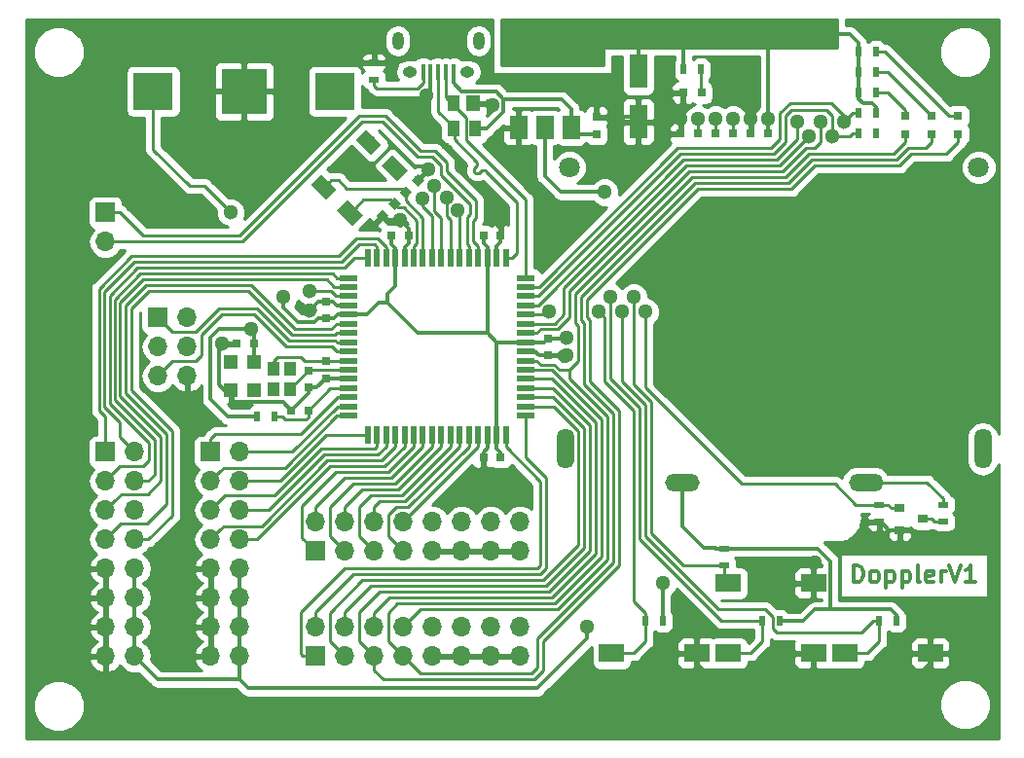
<source format=gbr>
G04 #@! TF.GenerationSoftware,KiCad,Pcbnew,(5.0.0-rc2-dev-311-g1dd4af297)*
G04 #@! TF.CreationDate,2018-04-09T10:09:18+02:00*
G04 #@! TF.ProjectId,DopplerXmega,446F70706C6572586D6567612E6B6963,rev?*
G04 #@! TF.SameCoordinates,PX6d01460PY3dc4fd0*
G04 #@! TF.FileFunction,Copper,L1,Top,Signal*
G04 #@! TF.FilePolarity,Positive*
%FSLAX46Y46*%
G04 Gerber Fmt 4.6, Leading zero omitted, Abs format (unit mm)*
G04 Created by KiCad (PCBNEW (5.0.0-rc2-dev-311-g1dd4af297)) date 04/09/18 10:09:18*
%MOMM*%
%LPD*%
G01*
G04 APERTURE LIST*
%ADD10C,0.300000*%
%ADD11C,1.800000*%
%ADD12O,1.500000X3.500000*%
%ADD13O,3.000000X1.500000*%
%ADD14R,1.200000X1.300000*%
%ADD15R,1.700000X1.700000*%
%ADD16O,1.700000X1.700000*%
%ADD17R,0.500000X0.900000*%
%ADD18R,0.900000X0.500000*%
%ADD19R,0.550000X1.500000*%
%ADD20R,1.500000X0.550000*%
%ADD21C,1.300000*%
%ADD22C,0.100000*%
%ADD23R,0.800000X0.750000*%
%ADD24R,3.800000X2.000000*%
%ADD25R,1.500000X2.000000*%
%ADD26R,1.200000X1.400000*%
%ADD27R,1.000000X1.400000*%
%ADD28R,0.400000X1.350000*%
%ADD29O,1.250000X0.950000*%
%ADD30O,1.000000X1.550000*%
%ADD31R,0.750000X0.800000*%
%ADD32R,1.600000X3.000000*%
%ADD33R,1.000000X1.150000*%
%ADD34R,2.180000X1.600000*%
%ADD35R,0.900000X0.800000*%
%ADD36C,0.750000*%
%ADD37R,0.800000X0.800000*%
%ADD38R,3.500000X3.300000*%
%ADD39R,4.000000X4.000000*%
%ADD40C,0.304800*%
%ADD41C,0.250000*%
%ADD42C,0.254000*%
G04 APERTURE END LIST*
D10*
X72692285Y-49700571D02*
X72692285Y-48200571D01*
X73049428Y-48200571D01*
X73263714Y-48272000D01*
X73406571Y-48414857D01*
X73478000Y-48557714D01*
X73549428Y-48843428D01*
X73549428Y-49057714D01*
X73478000Y-49343428D01*
X73406571Y-49486285D01*
X73263714Y-49629142D01*
X73049428Y-49700571D01*
X72692285Y-49700571D01*
X74406571Y-49700571D02*
X74263714Y-49629142D01*
X74192285Y-49557714D01*
X74120857Y-49414857D01*
X74120857Y-48986285D01*
X74192285Y-48843428D01*
X74263714Y-48772000D01*
X74406571Y-48700571D01*
X74620857Y-48700571D01*
X74763714Y-48772000D01*
X74835142Y-48843428D01*
X74906571Y-48986285D01*
X74906571Y-49414857D01*
X74835142Y-49557714D01*
X74763714Y-49629142D01*
X74620857Y-49700571D01*
X74406571Y-49700571D01*
X75549428Y-48700571D02*
X75549428Y-50200571D01*
X75549428Y-48772000D02*
X75692285Y-48700571D01*
X75978000Y-48700571D01*
X76120857Y-48772000D01*
X76192285Y-48843428D01*
X76263714Y-48986285D01*
X76263714Y-49414857D01*
X76192285Y-49557714D01*
X76120857Y-49629142D01*
X75978000Y-49700571D01*
X75692285Y-49700571D01*
X75549428Y-49629142D01*
X76906571Y-48700571D02*
X76906571Y-50200571D01*
X76906571Y-48772000D02*
X77049428Y-48700571D01*
X77335142Y-48700571D01*
X77478000Y-48772000D01*
X77549428Y-48843428D01*
X77620857Y-48986285D01*
X77620857Y-49414857D01*
X77549428Y-49557714D01*
X77478000Y-49629142D01*
X77335142Y-49700571D01*
X77049428Y-49700571D01*
X76906571Y-49629142D01*
X78478000Y-49700571D02*
X78335142Y-49629142D01*
X78263714Y-49486285D01*
X78263714Y-48200571D01*
X79620857Y-49629142D02*
X79478000Y-49700571D01*
X79192285Y-49700571D01*
X79049428Y-49629142D01*
X78978000Y-49486285D01*
X78978000Y-48914857D01*
X79049428Y-48772000D01*
X79192285Y-48700571D01*
X79478000Y-48700571D01*
X79620857Y-48772000D01*
X79692285Y-48914857D01*
X79692285Y-49057714D01*
X78978000Y-49200571D01*
X80335142Y-49700571D02*
X80335142Y-48700571D01*
X80335142Y-48986285D02*
X80406571Y-48843428D01*
X80478000Y-48772000D01*
X80620857Y-48700571D01*
X80763714Y-48700571D01*
X81049428Y-48200571D02*
X81549428Y-49700571D01*
X82049428Y-48200571D01*
X83335142Y-49700571D02*
X82478000Y-49700571D01*
X82906571Y-49700571D02*
X82906571Y-48200571D01*
X82763714Y-48414857D01*
X82620857Y-48557714D01*
X82478000Y-48629142D01*
D11*
X47986000Y-13588000D03*
X83586000Y-13588000D03*
D12*
X47636000Y-38088000D03*
X83936000Y-38088000D03*
D13*
X57786000Y-40988000D03*
X73786000Y-40988000D03*
D14*
X18558000Y-30550000D03*
X18558000Y-32950000D03*
X20558000Y-32950000D03*
X20558000Y-30550000D03*
D15*
X16764000Y-38354000D03*
D16*
X19304000Y-38354000D03*
X16764000Y-40894000D03*
X19304000Y-40894000D03*
X16764000Y-43434000D03*
X19304000Y-43434000D03*
X16764000Y-45974000D03*
X19304000Y-45974000D03*
X16764000Y-48514000D03*
X19304000Y-48514000D03*
X16764000Y-51054000D03*
X19304000Y-51054000D03*
X16764000Y-53594000D03*
X19304000Y-53594000D03*
X16764000Y-56134000D03*
X19304000Y-56134000D03*
D17*
X73164000Y-8890000D03*
X74664000Y-8890000D03*
D18*
X30988000Y-4457000D03*
X30988000Y-5957000D03*
D19*
X30449000Y-36910000D03*
X31249000Y-36910000D03*
X32049000Y-36910000D03*
X32849000Y-36910000D03*
X33649000Y-36910000D03*
X34449000Y-36910000D03*
X35249000Y-36910000D03*
X36049000Y-36910000D03*
X36849000Y-36910000D03*
X37649000Y-36910000D03*
X38449000Y-36910000D03*
X39249000Y-36910000D03*
X40049000Y-36910000D03*
X40849000Y-36910000D03*
X41649000Y-36910000D03*
X42449000Y-36910000D03*
D20*
X44149000Y-35210000D03*
X44149000Y-34410000D03*
X44149000Y-33610000D03*
X44149000Y-32810000D03*
X44149000Y-32010000D03*
X44149000Y-31210000D03*
X44149000Y-30410000D03*
X44149000Y-29610000D03*
X44149000Y-28810000D03*
X44149000Y-28010000D03*
X44149000Y-27210000D03*
X44149000Y-26410000D03*
X44149000Y-25610000D03*
X44149000Y-24810000D03*
X44149000Y-24010000D03*
X44149000Y-23210000D03*
D19*
X42449000Y-21510000D03*
X41649000Y-21510000D03*
X40849000Y-21510000D03*
X40049000Y-21510000D03*
X39249000Y-21510000D03*
X38449000Y-21510000D03*
X37649000Y-21510000D03*
X36849000Y-21510000D03*
X36049000Y-21510000D03*
X35249000Y-21510000D03*
X34449000Y-21510000D03*
X33649000Y-21510000D03*
X32849000Y-21510000D03*
X32049000Y-21510000D03*
X31249000Y-21510000D03*
X30449000Y-21510000D03*
D20*
X28749000Y-23210000D03*
X28749000Y-24010000D03*
X28749000Y-24810000D03*
X28749000Y-25610000D03*
X28749000Y-26410000D03*
X28749000Y-27210000D03*
X28749000Y-28010000D03*
X28749000Y-28810000D03*
X28749000Y-29610000D03*
X28749000Y-30410000D03*
X28749000Y-31210000D03*
X28749000Y-32010000D03*
X28749000Y-32810000D03*
X28749000Y-33610000D03*
X28749000Y-34410000D03*
X28749000Y-35210000D03*
D21*
X28904827Y-17553914D03*
D22*
G36*
X29116959Y-18685285D02*
X27773456Y-17341782D01*
X28692695Y-16422543D01*
X30036198Y-17766046D01*
X29116959Y-18685285D01*
X29116959Y-18685285D01*
G37*
D21*
X32793914Y-13664827D03*
D22*
G36*
X33006046Y-14796198D02*
X31662543Y-13452695D01*
X32581782Y-12533456D01*
X33925285Y-13876959D01*
X33006046Y-14796198D01*
X33006046Y-14796198D01*
G37*
D21*
X30531173Y-11402086D03*
D22*
G36*
X30743305Y-12533457D02*
X29399802Y-11189954D01*
X30319041Y-10270715D01*
X31662544Y-11614218D01*
X30743305Y-12533457D01*
X30743305Y-12533457D01*
G37*
D21*
X26642086Y-15291173D03*
D22*
G36*
X26854218Y-16422544D02*
X25510715Y-15079041D01*
X26429954Y-14159802D01*
X27773457Y-15503305D01*
X26854218Y-16422544D01*
X26854218Y-16422544D01*
G37*
D23*
X33998600Y-19558000D03*
X32498600Y-19558000D03*
D24*
X45847000Y-3835000D03*
D25*
X45847000Y-10135000D03*
X48147000Y-10135000D03*
X43547000Y-10135000D03*
D26*
X39632000Y-8044000D03*
D27*
X37912000Y-8044000D03*
X37912000Y-10244000D03*
X39812000Y-10244000D03*
D28*
X37876000Y-5287000D03*
X37226000Y-5287000D03*
X36576000Y-5287000D03*
X35926000Y-5287000D03*
X35276000Y-5287000D03*
D29*
X39076000Y-5287000D03*
X34076000Y-5287000D03*
D30*
X40076000Y-2587000D03*
X33076000Y-2587000D03*
D31*
X50355500Y-9219500D03*
X50355500Y-10719500D03*
D32*
X53975000Y-5229500D03*
X53975000Y-9629500D03*
D33*
X23687000Y-32904400D03*
X23687000Y-31154400D03*
X22287000Y-31154400D03*
X22287000Y-32904400D03*
D31*
X26797000Y-30466600D03*
X26797000Y-31966600D03*
X25273000Y-32754000D03*
X25273000Y-31254000D03*
D23*
X40499600Y-38862000D03*
X41999600Y-38862000D03*
D31*
X46101000Y-29960000D03*
X46101000Y-28460000D03*
D23*
X41999600Y-19558000D03*
X40499600Y-19558000D03*
D31*
X26797000Y-25259600D03*
X26797000Y-26759600D03*
D23*
X23786400Y-34721800D03*
X25286400Y-34721800D03*
D17*
X22340000Y-35306000D03*
X20840000Y-35306000D03*
D23*
X19062000Y-28956000D03*
X20562000Y-28956000D03*
X60718000Y-10668000D03*
X62218000Y-10668000D03*
X63766000Y-10668000D03*
X65266000Y-10668000D03*
X59170000Y-10668000D03*
X57670000Y-10668000D03*
D18*
X80518000Y-44438000D03*
X80518000Y-42938000D03*
D17*
X66282000Y-53086000D03*
X64782000Y-53086000D03*
D18*
X61468000Y-46748000D03*
X61468000Y-48248000D03*
D17*
X56122000Y-53086000D03*
X54622000Y-53086000D03*
D34*
X69232000Y-55880000D03*
X61832000Y-55880000D03*
X69232000Y-49784000D03*
X61832000Y-49784000D03*
X59072000Y-55880000D03*
X51672000Y-55880000D03*
D17*
X76442000Y-53086000D03*
X74942000Y-53086000D03*
D34*
X79392000Y-55880000D03*
X71992000Y-55880000D03*
D35*
X76724000Y-43246000D03*
X76724000Y-45146000D03*
X78724000Y-44196000D03*
D18*
X74930000Y-42938000D03*
X74930000Y-44438000D03*
D15*
X12192000Y-26670000D03*
D16*
X14732000Y-26670000D03*
X12192000Y-29210000D03*
X14732000Y-29210000D03*
X12192000Y-31750000D03*
X14732000Y-31750000D03*
D36*
X33759670Y-15770330D03*
D22*
G36*
X33777348Y-15222322D02*
X34307678Y-15752652D01*
X33741992Y-16318338D01*
X33211662Y-15788008D01*
X33777348Y-15222322D01*
X33777348Y-15222322D01*
G37*
D36*
X34820330Y-14709670D03*
D22*
G36*
X34838008Y-14161662D02*
X35368338Y-14691992D01*
X34802652Y-15257678D01*
X34272322Y-14727348D01*
X34838008Y-14161662D01*
X34838008Y-14161662D01*
G37*
D36*
X32788330Y-16741670D03*
D22*
G36*
X32770652Y-17289678D02*
X32240322Y-16759348D01*
X32806008Y-16193662D01*
X33336338Y-16723992D01*
X32770652Y-17289678D01*
X32770652Y-17289678D01*
G37*
D36*
X31727670Y-17802330D03*
D22*
G36*
X31709992Y-18350338D02*
X31179662Y-17820008D01*
X31745348Y-17254322D01*
X32275678Y-17784652D01*
X31709992Y-18350338D01*
X31709992Y-18350338D01*
G37*
D17*
X73164000Y-10668000D03*
X74664000Y-10668000D03*
D15*
X25908000Y-46990000D03*
D16*
X25908000Y-44450000D03*
X28448000Y-46990000D03*
X28448000Y-44450000D03*
X30988000Y-46990000D03*
X30988000Y-44450000D03*
X33528000Y-46990000D03*
X33528000Y-44450000D03*
X36068000Y-46990000D03*
X36068000Y-44450000D03*
X38608000Y-46990000D03*
X38608000Y-44450000D03*
X41148000Y-46990000D03*
X41148000Y-44450000D03*
X43688000Y-46990000D03*
X43688000Y-44450000D03*
D15*
X25908000Y-56134000D03*
D16*
X25908000Y-53594000D03*
X28448000Y-56134000D03*
X28448000Y-53594000D03*
X30988000Y-56134000D03*
X30988000Y-53594000D03*
X33528000Y-56134000D03*
X33528000Y-53594000D03*
X36068000Y-56134000D03*
X36068000Y-53594000D03*
X38608000Y-56134000D03*
X38608000Y-53594000D03*
X41148000Y-56134000D03*
X41148000Y-53594000D03*
X43688000Y-56134000D03*
X43688000Y-53594000D03*
D15*
X7620000Y-38354000D03*
D16*
X10160000Y-38354000D03*
X7620000Y-40894000D03*
X10160000Y-40894000D03*
X7620000Y-43434000D03*
X10160000Y-43434000D03*
X7620000Y-45974000D03*
X10160000Y-45974000D03*
X7620000Y-48514000D03*
X10160000Y-48514000D03*
X7620000Y-51054000D03*
X10160000Y-51054000D03*
X7620000Y-53594000D03*
X10160000Y-53594000D03*
X7620000Y-56134000D03*
X10160000Y-56134000D03*
D15*
X7620000Y-17526000D03*
D16*
X7620000Y-20066000D03*
D37*
X59474000Y-7112000D03*
X57874000Y-7112000D03*
D17*
X57924000Y-5080000D03*
X59424000Y-5080000D03*
D37*
X77216000Y-9106000D03*
X77216000Y-10706000D03*
X79502000Y-9106000D03*
X79502000Y-10706000D03*
X81788000Y-9106000D03*
X81788000Y-10706000D03*
D17*
X73164000Y-7112000D03*
X74664000Y-7112000D03*
X73164000Y-5334000D03*
X74664000Y-5334000D03*
X73164000Y-3556000D03*
X74664000Y-3556000D03*
D38*
X27585000Y-6985000D03*
X11785000Y-6985000D03*
D39*
X19685000Y-6985000D03*
D21*
X49530000Y-53594000D03*
X17780000Y-28956000D03*
X47752000Y-29972000D03*
X74930000Y-45974000D03*
X59182000Y-54102000D03*
X69342000Y-48006000D03*
X19812000Y-14986000D03*
X30988000Y-3175000D03*
X35560000Y-7366000D03*
X41271484Y-8145106D03*
X43561000Y-12319000D03*
X35747327Y-13758200D03*
X63754000Y-9398000D03*
X57658000Y-9398000D03*
X25425400Y-26009600D03*
X41249600Y-40259000D03*
X33248600Y-18161000D03*
X41249600Y-18161000D03*
X50355500Y-7620000D03*
X23114000Y-24892000D03*
X20320000Y-27686000D03*
X47752000Y-28448000D03*
X51054000Y-15748000D03*
X56134000Y-49784000D03*
X65278000Y-9398000D03*
X71882000Y-9652000D03*
X70866000Y-10922000D03*
X69850000Y-9652000D03*
X68834000Y-10922000D03*
X67818000Y-9652000D03*
X51562000Y-24892000D03*
X35218566Y-16281805D03*
X53594000Y-24892000D03*
X37311327Y-16220435D03*
X46228000Y-26162000D03*
X50546000Y-26162000D03*
X52578000Y-26162000D03*
X36233455Y-15177254D03*
X25400000Y-24384000D03*
X18542000Y-17526000D03*
X60706000Y-9398000D03*
X62230000Y-9398000D03*
X59182000Y-9398000D03*
X54610000Y-26162000D03*
X38291339Y-17356046D03*
D40*
X49530000Y-54610000D02*
X45212000Y-58928000D01*
X49530000Y-53594000D02*
X49530000Y-54610000D01*
X45212000Y-58928000D02*
X20066000Y-58928000D01*
X20066000Y-58928000D02*
X19304000Y-58166000D01*
X10160000Y-51054000D02*
X10160000Y-48514000D01*
X10160000Y-53594000D02*
X10160000Y-51054000D01*
X10160000Y-56134000D02*
X10160000Y-53594000D01*
X19304000Y-51054000D02*
X19304000Y-48514000D01*
X19304000Y-53594000D02*
X19304000Y-51054000D01*
X19304000Y-56134000D02*
X19304000Y-53594000D01*
X19304000Y-58166000D02*
X19304000Y-56134000D01*
X19304000Y-58166000D02*
X12192000Y-58166000D01*
X12192000Y-58166000D02*
X10160000Y-56134000D01*
X18558000Y-32950000D02*
X17964000Y-32950000D01*
X17964000Y-32950000D02*
X17526000Y-32512000D01*
X19102990Y-28956000D02*
X17780000Y-28956000D01*
X17526000Y-29210000D02*
X17780000Y-28956000D01*
X17526000Y-32512000D02*
X17526000Y-29210000D01*
X57874000Y-7112000D02*
X57874000Y-8166000D01*
X57658000Y-8382000D02*
X57658000Y-9398000D01*
X57874000Y-8166000D02*
X57658000Y-8382000D01*
X46101000Y-29960000D02*
X47740000Y-29960000D01*
X47740000Y-29960000D02*
X47752000Y-29972000D01*
X53975000Y-9629500D02*
X53565000Y-9219500D01*
X53565000Y-9219500D02*
X50355500Y-9219500D01*
X76724000Y-45146000D02*
X75758000Y-45146000D01*
X75758000Y-45146000D02*
X75050000Y-44438000D01*
X75050000Y-44438000D02*
X74930000Y-44438000D01*
X75758000Y-45146000D02*
X74930000Y-45974000D01*
X59072000Y-54212000D02*
X59182000Y-54102000D01*
X59072000Y-55880000D02*
X59072000Y-54212000D01*
X69232000Y-48116000D02*
X69342000Y-48006000D01*
X69232000Y-49784000D02*
X69232000Y-48116000D01*
X69215000Y-57404000D02*
X59690000Y-57404000D01*
X78740000Y-57404000D02*
X69215000Y-57404000D01*
X69215000Y-57404000D02*
X69232000Y-57387000D01*
X69232000Y-57387000D02*
X69232000Y-55880000D01*
X79392000Y-55880000D02*
X79392000Y-56752000D01*
X79392000Y-56752000D02*
X78740000Y-57404000D01*
X59690000Y-57404000D02*
X59072000Y-56786000D01*
X59072000Y-56786000D02*
X59072000Y-55880000D01*
X19685000Y-6985000D02*
X19685000Y-14859000D01*
X19685000Y-14859000D02*
X19812000Y-14986000D01*
X30988000Y-4457000D02*
X30988000Y-3175000D01*
X35926000Y-5287000D02*
X35926000Y-7000000D01*
X35926000Y-7000000D02*
X35560000Y-7366000D01*
X41170378Y-8044000D02*
X41271484Y-8145106D01*
X39632000Y-8044000D02*
X41170378Y-8044000D01*
X43547000Y-10135000D02*
X43547000Y-12305000D01*
X43547000Y-12305000D02*
X43561000Y-12319000D01*
X35747327Y-13782673D02*
X35747327Y-13758200D01*
X34820330Y-14709670D02*
X35747327Y-13782673D01*
X33248600Y-18161000D02*
X32086340Y-18161000D01*
X32086340Y-18161000D02*
X31727670Y-17802330D01*
X18558000Y-32950000D02*
X18558000Y-33850000D01*
X18558000Y-33850000D02*
X18744000Y-34036000D01*
X18744000Y-34036000D02*
X23075600Y-34036000D01*
X23761400Y-34721800D02*
X23786400Y-34721800D01*
X23075600Y-34036000D02*
X23761400Y-34721800D01*
X63766000Y-9410000D02*
X63754000Y-9398000D01*
X63766000Y-9410000D02*
X63766000Y-10668000D01*
X57670000Y-10668000D02*
X57670000Y-9410000D01*
X57670000Y-9410000D02*
X57658000Y-9398000D01*
X26797000Y-25259600D02*
X26175400Y-25259600D01*
X26175400Y-25259600D02*
X25425400Y-26009600D01*
X40499600Y-38862000D02*
X40499600Y-39509000D01*
X40499600Y-39509000D02*
X41249600Y-40259000D01*
X33998600Y-19558000D02*
X33998600Y-18911000D01*
X33998600Y-18911000D02*
X33248600Y-18161000D01*
X41999600Y-19558000D02*
X41999600Y-18911000D01*
X41999600Y-18911000D02*
X41249600Y-18161000D01*
X41649000Y-21510000D02*
X41649000Y-20454000D01*
X41999600Y-20103400D02*
X41999600Y-19558000D01*
X41649000Y-20454000D02*
X41999600Y-20103400D01*
X25273000Y-32754000D02*
X25273000Y-33235200D01*
X25273000Y-33235200D02*
X23786400Y-34721800D01*
X44149000Y-29610000D02*
X44977000Y-29610000D01*
X45327000Y-29960000D02*
X46101000Y-29960000D01*
X44977000Y-29610000D02*
X45327000Y-29960000D01*
X40849000Y-36910000D02*
X40849000Y-38018000D01*
X40499600Y-38367400D02*
X40499600Y-38862000D01*
X40849000Y-38018000D02*
X40499600Y-38367400D01*
X28749000Y-25610000D02*
X27769000Y-25610000D01*
X27418600Y-25259600D02*
X26797000Y-25259600D01*
X27769000Y-25610000D02*
X27418600Y-25259600D01*
X33649000Y-21510000D02*
X33649000Y-20580000D01*
X33998600Y-20230400D02*
X33998600Y-19558000D01*
X33649000Y-20580000D02*
X33998600Y-20230400D01*
X25273000Y-32754000D02*
X25261000Y-32766000D01*
X26797000Y-31966600D02*
X26009600Y-32754000D01*
X26009600Y-32754000D02*
X25273000Y-32754000D01*
X28749000Y-32010000D02*
X26840400Y-32010000D01*
X26840400Y-32010000D02*
X26797000Y-31966600D01*
X50355500Y-9219500D02*
X50355500Y-7620000D01*
X48147000Y-8523000D02*
X47287953Y-7663953D01*
X47287953Y-7663953D02*
X42273885Y-7663953D01*
X48147000Y-10135000D02*
X48147000Y-8523000D01*
X50355500Y-10719500D02*
X48731500Y-10719500D01*
X48731500Y-10719500D02*
X48147000Y-10135000D01*
X37876000Y-5287000D02*
X37876000Y-6266800D01*
X37876000Y-6266800D02*
X38600799Y-6991599D01*
X38600799Y-6991599D02*
X41601531Y-6991599D01*
X41601531Y-6991599D02*
X42273885Y-7663953D01*
X42273885Y-7663953D02*
X42273885Y-8780115D01*
X42273885Y-8780115D02*
X40810000Y-10244000D01*
X40810000Y-10244000D02*
X39812000Y-10244000D01*
X20562000Y-28956000D02*
X20562000Y-27928000D01*
X20562000Y-27928000D02*
X20320000Y-27686000D01*
X20558000Y-30550000D02*
X20562000Y-30546000D01*
X20562000Y-30546000D02*
X20562000Y-28956000D01*
X20840000Y-35306000D02*
X18288000Y-35306000D01*
X17526000Y-27686000D02*
X20320000Y-27686000D01*
X16764000Y-28448000D02*
X17526000Y-27686000D01*
X16764000Y-33782000D02*
X16764000Y-28448000D01*
X18288000Y-35306000D02*
X16764000Y-33782000D01*
X65278000Y-9398000D02*
X65278000Y-2032000D01*
X57924000Y-5080000D02*
X57924000Y-2032000D01*
X57924000Y-2032000D02*
X57912000Y-2032000D01*
X23114000Y-24892000D02*
X23114000Y-25811238D01*
X26117200Y-26759600D02*
X26797000Y-26759600D01*
X25825800Y-27051000D02*
X26117200Y-26759600D01*
X24353762Y-27051000D02*
X25825800Y-27051000D01*
X23114000Y-25811238D02*
X24353762Y-27051000D01*
X20308000Y-27698000D02*
X20320000Y-27686000D01*
X47740000Y-28460000D02*
X47752000Y-28448000D01*
X45847000Y-10135000D02*
X45847000Y-14351000D01*
X47244000Y-15748000D02*
X51054000Y-15748000D01*
X45847000Y-14351000D02*
X47244000Y-15748000D01*
X47740000Y-28460000D02*
X46101000Y-28460000D01*
X61468000Y-46748000D02*
X60713200Y-46748000D01*
X60713200Y-46748000D02*
X60701200Y-46736000D01*
X57786000Y-44832000D02*
X57786000Y-42042800D01*
X60701200Y-46736000D02*
X59690000Y-46736000D01*
X59690000Y-46736000D02*
X57786000Y-44832000D01*
X57786000Y-42042800D02*
X57786000Y-40988000D01*
X65278000Y-8890000D02*
X65278000Y-9398000D01*
X73164000Y-3556000D02*
X73152000Y-3544000D01*
X73152000Y-3544000D02*
X73152000Y-3048000D01*
X73152000Y-3048000D02*
X73152000Y-2794000D01*
X73152000Y-2794000D02*
X72390000Y-2032000D01*
X72390000Y-2032000D02*
X65278000Y-2032000D01*
X65278000Y-2032000D02*
X57912000Y-2032000D01*
X57912000Y-2032000D02*
X53975000Y-2032000D01*
X73164000Y-5334000D02*
X73164000Y-3556000D01*
X73164000Y-7112000D02*
X73164000Y-5334000D01*
X74664000Y-8890000D02*
X74664000Y-8370000D01*
X73164000Y-7632000D02*
X73164000Y-7112000D01*
X73533000Y-8001000D02*
X73164000Y-7632000D01*
X74295000Y-8001000D02*
X73533000Y-8001000D01*
X74664000Y-8370000D02*
X74295000Y-8001000D01*
X53975000Y-5229500D02*
X53975000Y-2032000D01*
X53975000Y-2032000D02*
X53848000Y-2032000D01*
X53340000Y-2032000D02*
X53848000Y-2032000D01*
X53340000Y-2032000D02*
X46482000Y-2032000D01*
X46482000Y-2032000D02*
X45847000Y-2667000D01*
X45847000Y-2667000D02*
X45847000Y-3835000D01*
X70612000Y-52070000D02*
X70674401Y-52007599D01*
X70674401Y-52007599D02*
X70674401Y-47854847D01*
X70674401Y-47854847D02*
X69567554Y-46748000D01*
X69567554Y-46748000D02*
X61468000Y-46748000D01*
X69342000Y-52070000D02*
X70612000Y-52070000D01*
X70612000Y-52070000D02*
X75946000Y-52070000D01*
X66282000Y-53086000D02*
X68326000Y-53086000D01*
X68326000Y-53086000D02*
X69342000Y-52070000D01*
X75946000Y-52070000D02*
X76442000Y-52566000D01*
X76442000Y-52566000D02*
X76442000Y-53086000D01*
X56122000Y-53086000D02*
X56122000Y-49796000D01*
X56122000Y-49796000D02*
X56134000Y-49784000D01*
X65278000Y-9398000D02*
X65278000Y-10656000D01*
X65266000Y-10668000D02*
X65278000Y-10656000D01*
X45751000Y-28810000D02*
X46101000Y-28460000D01*
X44149000Y-28810000D02*
X45751000Y-28810000D01*
X40849000Y-21510000D02*
X40849000Y-20529000D01*
X40499600Y-20179600D02*
X40499600Y-19558000D01*
X40849000Y-20529000D02*
X40499600Y-20179600D01*
X41649000Y-36910000D02*
X41649000Y-38093000D01*
X41999600Y-38443600D02*
X41999600Y-38862000D01*
X41649000Y-38093000D02*
X41999600Y-38443600D01*
X28749000Y-26410000D02*
X27819000Y-26410000D01*
X27469400Y-26759600D02*
X26797000Y-26759600D01*
X27819000Y-26410000D02*
X27469400Y-26759600D01*
X32849000Y-21510000D02*
X32849000Y-20657000D01*
X32498600Y-20306600D02*
X32498600Y-19558000D01*
X32849000Y-20657000D02*
X32498600Y-20306600D01*
X32131000Y-25400000D02*
X32131000Y-24638000D01*
X32849000Y-23920000D02*
X32849000Y-21510000D01*
X32131000Y-24638000D02*
X32849000Y-23920000D01*
X32131000Y-25400000D02*
X31369000Y-25400000D01*
X28749000Y-26410000D02*
X30359000Y-26410000D01*
X34753000Y-28022000D02*
X40849000Y-28022000D01*
X34753000Y-28022000D02*
X32131000Y-25400000D01*
X31369000Y-25400000D02*
X30359000Y-26410000D01*
X41649000Y-36910000D02*
X41649000Y-28810000D01*
X41649000Y-28810000D02*
X41637000Y-28810000D01*
X40849000Y-21510000D02*
X40849000Y-28022000D01*
X41637000Y-28810000D02*
X44149000Y-28810000D01*
X40849000Y-28022000D02*
X41637000Y-28810000D01*
D41*
X37912000Y-8044000D02*
X37912000Y-8209002D01*
X37912000Y-8209002D02*
X38986999Y-9284001D01*
X44149000Y-23210000D02*
X44149000Y-16366002D01*
X44149000Y-16366002D02*
X38986999Y-11204001D01*
X38986999Y-11204001D02*
X38986999Y-9284001D01*
X38986999Y-9284001D02*
X37226000Y-7523002D01*
X37226000Y-7523002D02*
X37226000Y-5287000D01*
X36576000Y-5287000D02*
X36576000Y-8763000D01*
X36576000Y-8763000D02*
X37973000Y-10160000D01*
X43434000Y-21082000D02*
X43006000Y-21510000D01*
X43006000Y-21510000D02*
X42449000Y-21510000D01*
X39681692Y-13861311D02*
X39696640Y-13926806D01*
X39878000Y-13505264D02*
X39767673Y-13615590D01*
X39767673Y-13615590D02*
X39725788Y-13668112D01*
X37973000Y-10160000D02*
X37973000Y-11176000D01*
X40302263Y-13929527D02*
X40354785Y-13887642D01*
X39949032Y-13194048D02*
X39963981Y-13259542D01*
X37973000Y-11176000D02*
X39878000Y-13081000D01*
X39878000Y-13081000D02*
X39919885Y-13133522D01*
X40354785Y-13887642D02*
X40415311Y-13858494D01*
X40547984Y-13843546D02*
X40613479Y-13858494D01*
X39919885Y-13133522D02*
X39949032Y-13194048D01*
X40013394Y-14125835D02*
X40078888Y-14110886D01*
X39963981Y-13259542D02*
X39963981Y-13326721D01*
X39696640Y-13728638D02*
X39681692Y-13794133D01*
X39963981Y-13326721D02*
X39949032Y-13392215D01*
X39949032Y-13392215D02*
X39919885Y-13452741D01*
X39681692Y-13794133D02*
X39681692Y-13861311D01*
X39919885Y-13452741D02*
X39878000Y-13505264D01*
X39725788Y-13668112D02*
X39696640Y-13728638D01*
X39880721Y-14110886D02*
X39946215Y-14125835D01*
X39820195Y-14081739D02*
X39880721Y-14110886D01*
X39696640Y-13926806D02*
X39725788Y-13987331D01*
X39946215Y-14125835D02*
X40013394Y-14125835D01*
X39725788Y-13987331D02*
X39767673Y-14039854D01*
X40674004Y-13887642D02*
X40726528Y-13929528D01*
X40415311Y-13858494D02*
X40480806Y-13843546D01*
X39767673Y-14039854D02*
X39820195Y-14081739D01*
X40078888Y-14110886D02*
X40139414Y-14081739D01*
X40139414Y-14081739D02*
X40191937Y-14039854D01*
X43434000Y-16637000D02*
X43434000Y-21082000D01*
X40191937Y-14039854D02*
X40302263Y-13929527D01*
X40480806Y-13843546D02*
X40547984Y-13843546D01*
X40613479Y-13858494D02*
X40674004Y-13887642D01*
X40726528Y-13929528D02*
X43434000Y-16637000D01*
X44149000Y-24010000D02*
X45332000Y-24010000D01*
X45332000Y-24010000D02*
X57404000Y-11938000D01*
X57404000Y-11938000D02*
X65532000Y-11938000D01*
X66294000Y-8890000D02*
X67183000Y-8001000D01*
X65532000Y-11938000D02*
X66294000Y-11176000D01*
X66294000Y-11176000D02*
X66294000Y-8890000D01*
X67183000Y-8001000D02*
X70739000Y-8001000D01*
X71882000Y-9144000D02*
X71882000Y-9652000D01*
X70739000Y-8001000D02*
X71882000Y-9144000D01*
X71882000Y-9652000D02*
X72644000Y-8890000D01*
X72644000Y-8890000D02*
X73164000Y-8890000D01*
X44149000Y-24810000D02*
X45312589Y-24810000D01*
X45312589Y-24810000D02*
X57676589Y-12446000D01*
X65786000Y-12446000D02*
X66802000Y-11430000D01*
X70866000Y-10002762D02*
X70866000Y-10922000D01*
X57676589Y-12446000D02*
X65786000Y-12446000D01*
X66802000Y-11430000D02*
X66802000Y-9144000D01*
X70358000Y-8636000D02*
X70866000Y-9144000D01*
X66802000Y-9144000D02*
X67310000Y-8636000D01*
X67310000Y-8636000D02*
X70358000Y-8636000D01*
X70866000Y-9144000D02*
X70866000Y-10002762D01*
X73164000Y-10668000D02*
X72644000Y-10668000D01*
X72390000Y-10922000D02*
X70866000Y-10922000D01*
X72644000Y-10668000D02*
X72390000Y-10922000D01*
X44149000Y-28010000D02*
X45149000Y-28010000D01*
X69342000Y-11938000D02*
X69850000Y-11430000D01*
X45149000Y-28010000D02*
X45498989Y-27660011D01*
X45498989Y-27660011D02*
X47015989Y-27660011D01*
X47015989Y-27660011D02*
X48006000Y-26670000D01*
X66548000Y-13970000D02*
X68580000Y-11938000D01*
X48006000Y-26670000D02*
X48006000Y-24384000D01*
X48006000Y-24384000D02*
X58420000Y-13970000D01*
X58420000Y-13970000D02*
X66548000Y-13970000D01*
X68580000Y-11938000D02*
X69342000Y-11938000D01*
X69850000Y-11430000D02*
X69850000Y-10571238D01*
X69850000Y-10571238D02*
X69850000Y-9652000D01*
X44149000Y-27210000D02*
X46704000Y-27210000D01*
X46704000Y-27210000D02*
X47498000Y-26416000D01*
X47498000Y-26416000D02*
X47498000Y-24130000D01*
X47498000Y-24130000D02*
X58166000Y-13462000D01*
X58166000Y-13462000D02*
X66294000Y-13462000D01*
X66294000Y-13462000D02*
X68184001Y-11571999D01*
X68184001Y-11571999D02*
X68834000Y-10922000D01*
X45253178Y-25610000D02*
X45149000Y-25610000D01*
X57909178Y-12954000D02*
X45253178Y-25610000D01*
X67818000Y-11176000D02*
X66040000Y-12954000D01*
X67818000Y-9652000D02*
X67818000Y-11176000D01*
X66040000Y-12954000D02*
X57909178Y-12954000D01*
X45149000Y-25610000D02*
X44149000Y-25610000D01*
X33759670Y-15770330D02*
X33423795Y-15434455D01*
X33423795Y-15434455D02*
X28642455Y-15434455D01*
X28642455Y-15434455D02*
X27940000Y-14732000D01*
X27940000Y-14732000D02*
X27224518Y-14732000D01*
X27224518Y-14732000D02*
X26614172Y-15342346D01*
X35249000Y-21510000D02*
X35249000Y-17977000D01*
X35249000Y-17977000D02*
X33759670Y-16487670D01*
X33759670Y-16487670D02*
X33759670Y-15770330D01*
X51562000Y-24892000D02*
X51562000Y-32004000D01*
X51562000Y-32004000D02*
X54102000Y-34544000D01*
X54102000Y-34544000D02*
X54102000Y-45974000D01*
X54102000Y-45974000D02*
X61214000Y-53086000D01*
X61214000Y-53086000D02*
X64782000Y-53086000D01*
X64782000Y-53086000D02*
X64782000Y-54852000D01*
X63754000Y-55880000D02*
X61832000Y-55880000D01*
X64782000Y-54852000D02*
X63754000Y-55880000D01*
X35218566Y-16995390D02*
X35218566Y-16281805D01*
X36049000Y-17825824D02*
X35218566Y-16995390D01*
X36049000Y-21510000D02*
X36049000Y-17825824D01*
X53594000Y-24892000D02*
X53594000Y-32512000D01*
X53594000Y-32512000D02*
X55118000Y-34036000D01*
X55118000Y-34036000D02*
X55118000Y-45466000D01*
X55118000Y-45466000D02*
X57900000Y-48248000D01*
X57900000Y-48248000D02*
X61468000Y-48248000D01*
X61468000Y-48248000D02*
X61468000Y-49420000D01*
X61468000Y-49420000D02*
X61832000Y-49784000D01*
X37311327Y-17139673D02*
X37311327Y-16220435D01*
X37649000Y-18153004D02*
X37311327Y-17815331D01*
X37649000Y-21510000D02*
X37649000Y-18153004D01*
X37311327Y-17815331D02*
X37311327Y-17139673D01*
X50546000Y-26162000D02*
X51054000Y-26670000D01*
X51054000Y-26670000D02*
X51054000Y-32258000D01*
X51054000Y-32258000D02*
X53594000Y-34798000D01*
X53594000Y-34798000D02*
X53594000Y-51358000D01*
X53594000Y-51358000D02*
X54622000Y-52386000D01*
X54622000Y-52386000D02*
X54622000Y-53086000D01*
X45980000Y-26410000D02*
X46228000Y-26162000D01*
X44149000Y-26410000D02*
X45980000Y-26410000D01*
X54622000Y-53086000D02*
X54622000Y-54852000D01*
X54622000Y-54852000D02*
X53594000Y-55880000D01*
X53594000Y-55880000D02*
X51672000Y-55880000D01*
X52578000Y-26162000D02*
X52578000Y-32258000D01*
X52578000Y-32258000D02*
X54610000Y-34290000D01*
X54610000Y-34290000D02*
X54610000Y-45720000D01*
X74442000Y-53086000D02*
X74942000Y-53086000D01*
X54610000Y-45720000D02*
X60960000Y-52070000D01*
X60960000Y-52070000D02*
X65024000Y-52070000D01*
X65024000Y-52070000D02*
X65706999Y-52752999D01*
X65706999Y-52752999D02*
X65706999Y-53768999D01*
X65706999Y-53768999D02*
X66040000Y-54102000D01*
X73426000Y-54102000D02*
X74442000Y-53086000D01*
X66040000Y-54102000D02*
X73426000Y-54102000D01*
X74942000Y-53086000D02*
X74942000Y-54852000D01*
X74942000Y-54852000D02*
X73914000Y-55880000D01*
X73914000Y-55880000D02*
X71992000Y-55880000D01*
X36233455Y-16096492D02*
X36233455Y-15177254D01*
X36233455Y-17373869D02*
X36233455Y-16096492D01*
X36849000Y-21510000D02*
X36849000Y-17989414D01*
X36849000Y-17989414D02*
X36233455Y-17373869D01*
X28749000Y-28810000D02*
X27749000Y-28810000D01*
X27749000Y-28810000D02*
X27641000Y-28702000D01*
X27641000Y-28702000D02*
X23622000Y-28702000D01*
X23622000Y-28702000D02*
X20828000Y-25908000D01*
X20828000Y-25908000D02*
X17526000Y-25908000D01*
X17526000Y-25908000D02*
X15494000Y-27940000D01*
X15494000Y-27940000D02*
X13462000Y-27940000D01*
X13462000Y-27940000D02*
X12192000Y-26670000D01*
X28749000Y-29610000D02*
X27749000Y-29610000D01*
X27749000Y-29610000D02*
X27349000Y-29210000D01*
X15494000Y-30480000D02*
X13462000Y-30480000D01*
X27349000Y-29210000D02*
X23368000Y-29210000D01*
X23368000Y-29210000D02*
X20574000Y-26416000D01*
X16002000Y-29972000D02*
X15494000Y-30480000D01*
X20574000Y-26416000D02*
X17780000Y-26416000D01*
X17780000Y-26416000D02*
X16002000Y-28194000D01*
X16002000Y-28194000D02*
X16002000Y-29972000D01*
X13462000Y-30480000D02*
X12192000Y-31750000D01*
X11785000Y-12039000D02*
X14986000Y-15240000D01*
X11785000Y-12039000D02*
X11785000Y-6985000D01*
X16256000Y-15240000D02*
X14986000Y-15240000D01*
X18542000Y-17526000D02*
X16256000Y-15240000D01*
X26319238Y-24384000D02*
X25400000Y-24384000D01*
X27281402Y-24384000D02*
X26319238Y-24384000D01*
X27707402Y-24810000D02*
X27281402Y-24384000D01*
X28749000Y-24810000D02*
X27707402Y-24810000D01*
X25654000Y-24384000D02*
X25400000Y-24384000D01*
X22340000Y-35306000D02*
X23010598Y-35306000D01*
X23010598Y-35306000D02*
X23264598Y-35560000D01*
X23264598Y-35560000D02*
X25073200Y-35560000D01*
X25073200Y-35560000D02*
X25286400Y-35346800D01*
X25286400Y-35346800D02*
X25286400Y-34721800D01*
X25261000Y-34747200D02*
X25286400Y-34721800D01*
X28749000Y-32810000D02*
X27198200Y-32810000D01*
X27198200Y-32810000D02*
X25286400Y-34721800D01*
X32788330Y-16741670D02*
X32452455Y-16405795D01*
X32452455Y-16405795D02*
X30076205Y-16405795D01*
X30076205Y-16405795D02*
X29407242Y-17074758D01*
X29407242Y-17074758D02*
X28876913Y-17605087D01*
X34449000Y-21510000D02*
X34449000Y-20467602D01*
X33124205Y-17077545D02*
X32788330Y-16741670D01*
X34449000Y-20467602D02*
X34723601Y-20193001D01*
X34723601Y-20193001D02*
X34723601Y-18213601D01*
X34723601Y-18213601D02*
X33587545Y-17077545D01*
X33587545Y-17077545D02*
X33124205Y-17077545D01*
X60718000Y-10668000D02*
X60718000Y-9410000D01*
X60718000Y-9410000D02*
X60706000Y-9398000D01*
X62230000Y-9398000D02*
X62218000Y-9410000D01*
X62218000Y-9410000D02*
X62218000Y-10668000D01*
X26797000Y-30466600D02*
X26734200Y-30403800D01*
X26734200Y-30403800D02*
X24942800Y-30403800D01*
X24942800Y-30403800D02*
X24638000Y-30099000D01*
X22287000Y-31154400D02*
X22287000Y-30418000D01*
X22606000Y-30099000D02*
X24638000Y-30099000D01*
X22287000Y-30418000D02*
X22606000Y-30099000D01*
X28749000Y-30410000D02*
X26853600Y-30410000D01*
X26853600Y-30410000D02*
X26797000Y-30466600D01*
X23687000Y-32904400D02*
X23687000Y-32840000D01*
X23687000Y-32840000D02*
X25273000Y-31254000D01*
X28749000Y-31210000D02*
X25317000Y-31210000D01*
X25317000Y-31210000D02*
X25273000Y-31254000D01*
X59170000Y-9410000D02*
X59182000Y-9398000D01*
X59170000Y-9410000D02*
X59170000Y-10668000D01*
X35276000Y-5287000D02*
X35276000Y-6212000D01*
X35276000Y-6212000D02*
X34757000Y-6731000D01*
X34757000Y-6731000D02*
X31262000Y-6731000D01*
X31262000Y-6731000D02*
X30988000Y-6457000D01*
X30988000Y-6457000D02*
X30988000Y-5957000D01*
X74930000Y-42938000D02*
X72910000Y-42938000D01*
X72910000Y-42938000D02*
X71120000Y-41148000D01*
X71120000Y-41148000D02*
X62992000Y-41148000D01*
X54610000Y-32766000D02*
X54610000Y-26162000D01*
X62992000Y-41148000D02*
X54610000Y-32766000D01*
X74930000Y-42938000D02*
X75704000Y-42938000D01*
X76012000Y-43246000D02*
X76724000Y-43246000D01*
X75704000Y-42938000D02*
X76012000Y-43246000D01*
X38449000Y-21510000D02*
X38449000Y-17513707D01*
X38449000Y-17513707D02*
X38291339Y-17356046D01*
X78724000Y-44196000D02*
X79502000Y-44196000D01*
X79744000Y-44438000D02*
X80518000Y-44438000D01*
X79502000Y-44196000D02*
X79744000Y-44438000D01*
X34449000Y-36910000D02*
X34449000Y-37910000D01*
X34449000Y-37910000D02*
X32227000Y-40132000D01*
X32227000Y-40132000D02*
X27686000Y-40132000D01*
X27686000Y-40132000D02*
X24732999Y-43085001D01*
X24732999Y-43085001D02*
X24732999Y-45814999D01*
X24732999Y-45814999D02*
X25908000Y-46990000D01*
X35249000Y-36910000D02*
X35249000Y-37910000D01*
X35249000Y-37910000D02*
X32519000Y-40640000D01*
X32519000Y-40640000D02*
X28448000Y-40640000D01*
X28448000Y-40640000D02*
X25908000Y-43180000D01*
X25908000Y-43180000D02*
X25908000Y-44450000D01*
X36049000Y-36910000D02*
X36049000Y-37910000D01*
X36049000Y-37910000D02*
X32811000Y-41148000D01*
X32811000Y-41148000D02*
X29210000Y-41148000D01*
X27598001Y-46140001D02*
X28448000Y-46990000D01*
X29210000Y-41148000D02*
X27178000Y-43180000D01*
X27178000Y-43180000D02*
X27178000Y-45720000D01*
X27178000Y-45720000D02*
X27598001Y-46140001D01*
X36849000Y-36910000D02*
X36849000Y-37910000D01*
X36849000Y-37910000D02*
X33103000Y-41656000D01*
X33103000Y-41656000D02*
X29972000Y-41656000D01*
X29972000Y-41656000D02*
X28448000Y-43180000D01*
X28448000Y-43180000D02*
X28448000Y-44450000D01*
X37649000Y-36910000D02*
X37649000Y-37910000D01*
X37649000Y-37910000D02*
X33395000Y-42164000D01*
X33395000Y-42164000D02*
X30734000Y-42164000D01*
X30734000Y-42164000D02*
X29718000Y-43180000D01*
X29718000Y-43180000D02*
X29718000Y-45720000D01*
X30138001Y-46140001D02*
X30988000Y-46990000D01*
X29718000Y-45720000D02*
X30138001Y-46140001D01*
X38449000Y-36910000D02*
X38449000Y-37910000D01*
X33687000Y-42672000D02*
X31496000Y-42672000D01*
X31496000Y-42672000D02*
X30988000Y-43180000D01*
X38449000Y-37910000D02*
X33687000Y-42672000D01*
X30988000Y-43180000D02*
X30988000Y-44450000D01*
X32258000Y-43816410D02*
X32258000Y-45720000D01*
X32894410Y-43180000D02*
X32258000Y-43816410D01*
X32678001Y-46140001D02*
X33528000Y-46990000D01*
X39249000Y-36910000D02*
X39249000Y-37910000D01*
X32258000Y-45720000D02*
X32678001Y-46140001D01*
X39249000Y-37910000D02*
X33979000Y-43180000D01*
X33979000Y-43180000D02*
X32894410Y-43180000D01*
X40049000Y-36910000D02*
X40049000Y-37929000D01*
X40049000Y-37929000D02*
X33528000Y-44450000D01*
X42449000Y-36910000D02*
X42449000Y-37910000D01*
X24605999Y-54793001D02*
X24638000Y-54825002D01*
X42449000Y-37910000D02*
X45466000Y-40927000D01*
X45466000Y-40927000D02*
X45466000Y-48260000D01*
X45466000Y-48260000D02*
X45212000Y-48514000D01*
X24638000Y-55964000D02*
X24808000Y-56134000D01*
X45212000Y-48514000D02*
X28448000Y-48514000D01*
X28448000Y-48514000D02*
X24638000Y-52324000D01*
X24638000Y-52324000D02*
X24638000Y-53632998D01*
X24605999Y-53664999D02*
X24605999Y-54793001D01*
X24638000Y-53632998D02*
X24605999Y-53664999D01*
X24638000Y-54825002D02*
X24638000Y-55964000D01*
X24808000Y-56134000D02*
X25908000Y-56134000D01*
X44149000Y-35210000D02*
X44149000Y-38815000D01*
X45488044Y-48999956D02*
X29232044Y-48999956D01*
X44149000Y-38815000D02*
X45974000Y-40640000D01*
X45974000Y-40640000D02*
X45974000Y-48514000D01*
X45974000Y-48514000D02*
X45488044Y-48999956D01*
X29232044Y-48999956D02*
X25908000Y-52324000D01*
X25908000Y-52324000D02*
X25908000Y-52391919D01*
X25908000Y-52391919D02*
X25908000Y-53594000D01*
X29972000Y-49530000D02*
X27145999Y-52356001D01*
X45720000Y-49530000D02*
X29972000Y-49530000D01*
X27145999Y-52356001D02*
X27145999Y-54793001D01*
X48768000Y-46482000D02*
X45720000Y-49530000D01*
X48768000Y-36576000D02*
X48768000Y-46482000D01*
X44149000Y-34410000D02*
X46602000Y-34410000D01*
X46602000Y-34410000D02*
X48768000Y-36576000D01*
X27145999Y-54793001D02*
X27178000Y-54825002D01*
X27178000Y-54825002D02*
X27178000Y-54864000D01*
X27178000Y-54864000D02*
X27598001Y-55284001D01*
X27598001Y-55284001D02*
X28448000Y-56134000D01*
X30734000Y-50038000D02*
X28448000Y-52324000D01*
X45974000Y-50038000D02*
X30734000Y-50038000D01*
X49276000Y-46736000D02*
X45974000Y-50038000D01*
X49276000Y-36322000D02*
X49276000Y-46736000D01*
X44149000Y-33610000D02*
X46564000Y-33610000D01*
X46564000Y-33610000D02*
X49276000Y-36322000D01*
X28448000Y-52324000D02*
X28448000Y-52391919D01*
X28448000Y-52391919D02*
X28448000Y-53594000D01*
X31496000Y-50546000D02*
X29718000Y-52324000D01*
X46228000Y-50546000D02*
X31496000Y-50546000D01*
X49784000Y-46990000D02*
X46228000Y-50546000D01*
X49784000Y-36068000D02*
X49784000Y-46990000D01*
X44149000Y-32810000D02*
X46526000Y-32810000D01*
X29718000Y-52324000D02*
X29718000Y-54864000D01*
X46526000Y-32810000D02*
X49784000Y-36068000D01*
X29718000Y-54864000D02*
X30138001Y-55284001D01*
X30138001Y-55284001D02*
X30988000Y-56134000D01*
X45720000Y-54864000D02*
X45720000Y-57404000D01*
X52324000Y-34798000D02*
X52324000Y-48260000D01*
X49784000Y-32258000D02*
X52324000Y-34798000D01*
X49784000Y-26924000D02*
X49784000Y-32258000D01*
X49530000Y-26670000D02*
X49784000Y-26924000D01*
X49530000Y-25146000D02*
X49530000Y-26670000D01*
X67310000Y-15494000D02*
X59182000Y-15494000D01*
X81786999Y-10707001D02*
X81786999Y-11431001D01*
X81788000Y-10706000D02*
X81786999Y-10707001D01*
X81786999Y-11431001D02*
X80772000Y-12446000D01*
X76708000Y-13462000D02*
X69342000Y-13462000D01*
X80772000Y-12446000D02*
X77724000Y-12446000D01*
X52324000Y-48260000D02*
X45720000Y-54864000D01*
X44958000Y-58166000D02*
X31817919Y-58166000D01*
X69342000Y-13462000D02*
X67310000Y-15494000D01*
X77724000Y-12446000D02*
X76708000Y-13462000D01*
X59182000Y-15494000D02*
X49530000Y-25146000D01*
X45720000Y-57404000D02*
X44958000Y-58166000D01*
X31817919Y-58166000D02*
X30988000Y-57336081D01*
X30988000Y-57336081D02*
X30988000Y-56134000D01*
X32325919Y-51054000D02*
X30988000Y-52391919D01*
X46488000Y-32010000D02*
X50292000Y-35814000D01*
X46482000Y-51054000D02*
X32325919Y-51054000D01*
X50292000Y-47244000D02*
X46482000Y-51054000D01*
X50292000Y-35814000D02*
X50292000Y-47244000D01*
X44149000Y-32010000D02*
X46488000Y-32010000D01*
X30988000Y-52391919D02*
X30988000Y-53594000D01*
X44149000Y-31210000D02*
X46450000Y-31210000D01*
X50800000Y-47498000D02*
X46736000Y-51562000D01*
X46450000Y-31210000D02*
X50800000Y-35560000D01*
X50800000Y-35560000D02*
X50800000Y-47498000D01*
X32678001Y-55284001D02*
X33528000Y-56134000D01*
X46736000Y-51562000D02*
X33020000Y-51562000D01*
X32258000Y-54825002D02*
X32258000Y-54864000D01*
X33020000Y-51562000D02*
X32225999Y-52356001D01*
X32225999Y-52356001D02*
X32225999Y-54793001D01*
X32225999Y-54793001D02*
X32258000Y-54825002D01*
X32258000Y-54864000D02*
X32678001Y-55284001D01*
X51816000Y-35052000D02*
X51816000Y-48006000D01*
X76454000Y-12954000D02*
X69088000Y-12954000D01*
X51816000Y-48006000D02*
X45212000Y-54610000D01*
X49022000Y-26924000D02*
X49276000Y-27178000D01*
X49022000Y-24892000D02*
X49022000Y-26924000D01*
X49276000Y-32512000D02*
X51816000Y-35052000D01*
X78994000Y-11938000D02*
X77470000Y-11938000D01*
X67056000Y-14986000D02*
X58928000Y-14986000D01*
X69088000Y-12954000D02*
X67056000Y-14986000D01*
X79500999Y-11431001D02*
X78994000Y-11938000D01*
X49276000Y-27178000D02*
X49276000Y-32512000D01*
X79502000Y-10706000D02*
X79500999Y-10707001D01*
X58928000Y-14986000D02*
X49022000Y-24892000D01*
X79500999Y-10707001D02*
X79500999Y-11431001D01*
X77470000Y-11938000D02*
X76454000Y-12954000D01*
X45212000Y-54610000D02*
X45212000Y-57150000D01*
X45212000Y-57150000D02*
X44704000Y-57658000D01*
X44704000Y-57658000D02*
X35052000Y-57658000D01*
X35052000Y-57658000D02*
X33528000Y-56134000D01*
X47118410Y-31242000D02*
X48006000Y-31242000D01*
X45498989Y-30759989D02*
X46636400Y-30759989D01*
X44149000Y-30410000D02*
X45149000Y-30410000D01*
X45149000Y-30410000D02*
X45498989Y-30759989D01*
X46636400Y-30759989D02*
X47118410Y-31242000D01*
X35052000Y-52070000D02*
X34377999Y-52744001D01*
X51308000Y-47752000D02*
X46990000Y-52070000D01*
X46990000Y-52070000D02*
X35052000Y-52070000D01*
X51308000Y-35306000D02*
X51308000Y-47752000D01*
X34377999Y-52744001D02*
X33528000Y-53594000D01*
X48006000Y-31242000D02*
X48006000Y-32004000D01*
X48006000Y-32004000D02*
X51308000Y-35306000D01*
X48768000Y-28956000D02*
X48768000Y-30480000D01*
X48514000Y-27178000D02*
X48768000Y-27432000D01*
X48514000Y-24638000D02*
X48514000Y-27178000D01*
X58674000Y-14478000D02*
X48514000Y-24638000D01*
X66802000Y-14478000D02*
X58674000Y-14478000D01*
X68834000Y-12446000D02*
X66802000Y-14478000D01*
X76200000Y-12446000D02*
X68834000Y-12446000D01*
X48768000Y-27432000D02*
X48768000Y-28956000D01*
X77214999Y-11431001D02*
X76200000Y-12446000D01*
X77214999Y-10707001D02*
X77214999Y-11431001D01*
X48768000Y-30480000D02*
X48006000Y-31242000D01*
X77216000Y-10706000D02*
X77214999Y-10707001D01*
X32049000Y-21510000D02*
X32049000Y-20510000D01*
X29464000Y-19812000D02*
X27940000Y-21336000D01*
X7620000Y-35306000D02*
X7620000Y-37000000D01*
X32049000Y-20510000D02*
X31351000Y-19812000D01*
X31351000Y-19812000D02*
X29464000Y-19812000D01*
X27940000Y-21336000D02*
X9906000Y-21336000D01*
X9906000Y-21336000D02*
X7089963Y-24152037D01*
X7089963Y-24152037D02*
X7089963Y-34775963D01*
X7089963Y-34775963D02*
X7620000Y-35306000D01*
X7620000Y-37000000D02*
X7620000Y-38354000D01*
X31249000Y-21510000D02*
X31249000Y-20510000D01*
X31249000Y-20510000D02*
X31059000Y-20320000D01*
X31059000Y-20320000D02*
X29718000Y-20320000D01*
X28194000Y-21844000D02*
X10160000Y-21844000D01*
X10160000Y-21844000D02*
X7539971Y-24464029D01*
X7539971Y-34463971D02*
X8890000Y-35814000D01*
X29718000Y-20320000D02*
X28194000Y-21844000D01*
X7539971Y-24464029D02*
X7539971Y-34463971D01*
X8890000Y-35814000D02*
X8890000Y-37084000D01*
X8890000Y-37084000D02*
X10160000Y-38354000D01*
X30449000Y-21510000D02*
X29290000Y-21510000D01*
X29290000Y-21510000D02*
X28448000Y-22352000D01*
X10414000Y-22352000D02*
X7989982Y-24776018D01*
X28448000Y-22352000D02*
X10414000Y-22352000D01*
X7989982Y-24776018D02*
X7989982Y-34151982D01*
X7989982Y-34151982D02*
X11430000Y-37592000D01*
X11430000Y-37592000D02*
X11430000Y-39116000D01*
X11430000Y-39116000D02*
X10922000Y-39624000D01*
X10922000Y-39624000D02*
X8890000Y-39624000D01*
X8890000Y-39624000D02*
X8469999Y-40044001D01*
X8469999Y-40044001D02*
X7620000Y-40894000D01*
X28749000Y-23210000D02*
X27749000Y-23210000D01*
X27749000Y-23210000D02*
X27399000Y-22860000D01*
X27399000Y-22860000D02*
X10668000Y-22860000D01*
X10668000Y-22860000D02*
X8439991Y-25088009D01*
X11362081Y-40894000D02*
X10160000Y-40894000D01*
X8439991Y-25088009D02*
X8439991Y-33839991D01*
X11938000Y-40318081D02*
X11362081Y-40894000D01*
X8439991Y-33839991D02*
X11938000Y-37338000D01*
X11938000Y-37338000D02*
X11938000Y-40318081D01*
X28749000Y-24010000D02*
X27543812Y-24010000D01*
X27543812Y-24010000D02*
X26901812Y-23368000D01*
X26901812Y-23368000D02*
X10922000Y-23368000D01*
X10724001Y-42069001D02*
X9595999Y-42069001D01*
X10922000Y-23368000D02*
X8890002Y-25399998D01*
X12446000Y-37084000D02*
X12446000Y-40894000D01*
X8890002Y-25399998D02*
X8890002Y-33528002D01*
X8890002Y-33528002D02*
X12446000Y-37084000D01*
X8469999Y-42584001D02*
X7620000Y-43434000D01*
X12446000Y-40894000D02*
X11335001Y-42004999D01*
X11335001Y-42004999D02*
X10788003Y-42004999D01*
X10788003Y-42004999D02*
X10724001Y-42069001D01*
X9595999Y-42069001D02*
X9531997Y-42004999D01*
X9049001Y-42004999D02*
X8469999Y-42584001D01*
X9531997Y-42004999D02*
X9049001Y-42004999D01*
X28749000Y-27210000D02*
X27749000Y-27210000D01*
X20320000Y-23876000D02*
X11176000Y-23876000D01*
X27749000Y-27210000D02*
X27273000Y-27686000D01*
X27273000Y-27686000D02*
X24130000Y-27686000D01*
X24130000Y-27686000D02*
X20320000Y-23876000D01*
X8984999Y-44609001D02*
X8469999Y-45124001D01*
X11176000Y-23876000D02*
X9398000Y-25654000D01*
X9398000Y-33274000D02*
X12954000Y-36830000D01*
X9398000Y-25654000D02*
X9398000Y-33274000D01*
X12954000Y-36830000D02*
X12954000Y-42926000D01*
X12954000Y-42926000D02*
X11270999Y-44609001D01*
X11270999Y-44609001D02*
X8984999Y-44609001D01*
X8469999Y-45124001D02*
X7620000Y-45974000D01*
X28749000Y-28010000D02*
X27749000Y-28010000D01*
X27749000Y-28010000D02*
X27565000Y-28194000D01*
X27565000Y-28194000D02*
X23876000Y-28194000D01*
X23876000Y-28194000D02*
X20066000Y-24384000D01*
X13462000Y-43874081D02*
X11362081Y-45974000D01*
X20066000Y-24384000D02*
X11430000Y-24384000D01*
X11430000Y-24384000D02*
X9906000Y-25908000D01*
X9906000Y-25908000D02*
X9906000Y-33020000D01*
X9906000Y-33020000D02*
X13462000Y-36576000D01*
X13462000Y-36576000D02*
X13462000Y-43874081D01*
X11362081Y-45974000D02*
X10160000Y-45974000D01*
X40049000Y-21510000D02*
X40049000Y-20467402D01*
X39624000Y-18288000D02*
X39878000Y-18034000D01*
X40049000Y-20467402D02*
X39624000Y-20042402D01*
X8890000Y-17526000D02*
X7620000Y-17526000D01*
X39624000Y-20042402D02*
X39624000Y-18288000D01*
X39878000Y-18034000D02*
X39878000Y-16510000D01*
X39878000Y-16510000D02*
X37338000Y-13970000D01*
X37338000Y-13970000D02*
X37338000Y-13208000D01*
X37338000Y-13208000D02*
X36322000Y-12192000D01*
X19304000Y-19558000D02*
X10922000Y-19558000D01*
X36322000Y-12192000D02*
X35052000Y-12192000D01*
X35052000Y-12192000D02*
X32004000Y-9144000D01*
X32004000Y-9144000D02*
X29718000Y-9144000D01*
X29718000Y-9144000D02*
X19304000Y-19558000D01*
X10922000Y-19558000D02*
X8890000Y-17526000D01*
X39249000Y-21510000D02*
X39249000Y-20453000D01*
X19558000Y-20066000D02*
X7620000Y-20066000D01*
X39249000Y-20453000D02*
X39116000Y-20320000D01*
X39116000Y-20320000D02*
X39116000Y-17924004D01*
X39370000Y-16836935D02*
X37753565Y-15220500D01*
X36830000Y-14305848D02*
X36830000Y-13462000D01*
X39116000Y-17924004D02*
X39370000Y-17670004D01*
X39370000Y-17670004D02*
X39370000Y-16836935D01*
X37753565Y-15220500D02*
X37744652Y-15220500D01*
X37744652Y-15220500D02*
X36830000Y-14305848D01*
X36830000Y-13462000D02*
X36068000Y-12700000D01*
X36068000Y-12700000D02*
X34798000Y-12700000D01*
X34798000Y-12700000D02*
X31750000Y-9652000D01*
X31750000Y-9652000D02*
X29972000Y-9652000D01*
X29972000Y-9652000D02*
X19558000Y-20066000D01*
X28749000Y-33610000D02*
X27858000Y-33610000D01*
X27858000Y-33610000D02*
X24638000Y-36830000D01*
X16764000Y-37254000D02*
X16764000Y-38354000D01*
X24638000Y-36830000D02*
X17188000Y-36830000D01*
X17188000Y-36830000D02*
X16764000Y-37254000D01*
X28749000Y-34410000D02*
X27820000Y-34410000D01*
X27820000Y-34410000D02*
X23876000Y-38354000D01*
X23876000Y-38354000D02*
X20506081Y-38354000D01*
X20506081Y-38354000D02*
X19304000Y-38354000D01*
X28749000Y-35210000D02*
X27782000Y-35210000D01*
X17939001Y-39718999D02*
X17613999Y-40044001D01*
X27782000Y-35210000D02*
X23273001Y-39718999D01*
X23273001Y-39718999D02*
X17939001Y-39718999D01*
X17613999Y-40044001D02*
X16764000Y-40894000D01*
X30449000Y-36910000D02*
X26844000Y-36910000D01*
X26844000Y-36910000D02*
X22860000Y-40894000D01*
X22860000Y-40894000D02*
X20506081Y-40894000D01*
X20506081Y-40894000D02*
X19304000Y-40894000D01*
X31249000Y-36910000D02*
X31249000Y-37910000D01*
X18034000Y-42164000D02*
X17613999Y-42584001D01*
X31249000Y-37910000D02*
X31059000Y-38100000D01*
X31059000Y-38100000D02*
X26416000Y-38100000D01*
X26416000Y-38100000D02*
X22352000Y-42164000D01*
X22352000Y-42164000D02*
X18034000Y-42164000D01*
X17613999Y-42584001D02*
X16764000Y-43434000D01*
X32049000Y-36910000D02*
X32049000Y-37910000D01*
X32049000Y-37910000D02*
X31351000Y-38608000D01*
X31351000Y-38608000D02*
X26670000Y-38608000D01*
X20506081Y-43434000D02*
X19304000Y-43434000D01*
X26670000Y-38608000D02*
X21844000Y-43434000D01*
X21844000Y-43434000D02*
X20506081Y-43434000D01*
X32849000Y-36910000D02*
X32849000Y-37910000D01*
X32849000Y-37910000D02*
X31643000Y-39116000D01*
X31643000Y-39116000D02*
X26924000Y-39116000D01*
X26924000Y-39116000D02*
X21241001Y-44798999D01*
X21241001Y-44798999D02*
X17939001Y-44798999D01*
X17939001Y-44798999D02*
X17613999Y-45124001D01*
X17613999Y-45124001D02*
X16764000Y-45974000D01*
X33649000Y-36910000D02*
X33649000Y-37910000D01*
X33649000Y-37910000D02*
X31935000Y-39624000D01*
X31935000Y-39624000D02*
X27178000Y-39624000D01*
X27178000Y-39624000D02*
X20828000Y-45974000D01*
X20828000Y-45974000D02*
X20506081Y-45974000D01*
X20506081Y-45974000D02*
X19304000Y-45974000D01*
X59424000Y-5080000D02*
X59424000Y-7062000D01*
X59424000Y-7062000D02*
X59474000Y-7112000D01*
X73786000Y-40988000D02*
X79088000Y-40988000D01*
X80518000Y-42418000D02*
X80518000Y-42938000D01*
X79088000Y-40988000D02*
X80518000Y-42418000D01*
X74664000Y-7112000D02*
X75692000Y-7112000D01*
X75692000Y-7112000D02*
X77216000Y-8636000D01*
X77216000Y-8636000D02*
X77216000Y-9106000D01*
X74664000Y-5334000D02*
X75692000Y-5334000D01*
X75692000Y-5334000D02*
X79464000Y-9106000D01*
X79464000Y-9106000D02*
X79502000Y-9106000D01*
X74664000Y-3556000D02*
X75438000Y-3556000D01*
X75438000Y-3556000D02*
X80988000Y-9106000D01*
X80988000Y-9106000D02*
X81788000Y-9106000D01*
D42*
G36*
X71247000Y-3175000D02*
X51054000Y-3175000D01*
X51005399Y-3184667D01*
X50964197Y-3212197D01*
X50936667Y-3253399D01*
X50927000Y-3302000D01*
X50927000Y-4699000D01*
X42037000Y-4699000D01*
X42037000Y-710000D01*
X71247000Y-710000D01*
X71247000Y-3175000D01*
X71247000Y-3175000D01*
G37*
X71247000Y-3175000D02*
X51054000Y-3175000D01*
X51005399Y-3184667D01*
X50964197Y-3212197D01*
X50936667Y-3253399D01*
X50927000Y-3302000D01*
X50927000Y-4699000D01*
X42037000Y-4699000D01*
X42037000Y-710000D01*
X71247000Y-710000D01*
X71247000Y-3175000D01*
G36*
X41275000Y-5334000D02*
X41284667Y-5382601D01*
X41312197Y-5423803D01*
X41353399Y-5451333D01*
X41402000Y-5461000D01*
X43839213Y-5461000D01*
X43947000Y-5482440D01*
X47747000Y-5482440D01*
X47854787Y-5461000D01*
X51562000Y-5461000D01*
X51610601Y-5451333D01*
X51651803Y-5423803D01*
X51679333Y-5382601D01*
X51689000Y-5334000D01*
X51689000Y-3937000D01*
X52527560Y-3937000D01*
X52527560Y-6729500D01*
X52576843Y-6977265D01*
X52717191Y-7187309D01*
X52927235Y-7327657D01*
X53175000Y-7376940D01*
X54775000Y-7376940D01*
X55022765Y-7327657D01*
X55232809Y-7187309D01*
X55373157Y-6977265D01*
X55422440Y-6729500D01*
X55422440Y-3937000D01*
X57136600Y-3937000D01*
X57136600Y-4291306D01*
X57075843Y-4382235D01*
X57026560Y-4630000D01*
X57026560Y-5530000D01*
X57075843Y-5777765D01*
X57216191Y-5987809D01*
X57349674Y-6077000D01*
X57347691Y-6077000D01*
X57114302Y-6173673D01*
X56935673Y-6352301D01*
X56839000Y-6585690D01*
X56839000Y-6826250D01*
X56997750Y-6985000D01*
X57747000Y-6985000D01*
X57747000Y-6965000D01*
X58001000Y-6965000D01*
X58001000Y-6985000D01*
X58021000Y-6985000D01*
X58021000Y-7239000D01*
X58001000Y-7239000D01*
X58001000Y-7988250D01*
X58159750Y-8147000D01*
X58400309Y-8147000D01*
X58633698Y-8050327D01*
X58674953Y-8009073D01*
X58826235Y-8110157D01*
X58898540Y-8124539D01*
X58454106Y-8308629D01*
X58092629Y-8670106D01*
X57897000Y-9142398D01*
X57897000Y-9653602D01*
X57915496Y-9698254D01*
X57797000Y-9816750D01*
X57797000Y-10541000D01*
X57817000Y-10541000D01*
X57817000Y-10795000D01*
X57797000Y-10795000D01*
X57797000Y-10815000D01*
X57543000Y-10815000D01*
X57543000Y-10795000D01*
X56793750Y-10795000D01*
X56635000Y-10953750D01*
X56635000Y-11169310D01*
X56731673Y-11402699D01*
X56798086Y-11469112D01*
X52339000Y-15928198D01*
X52339000Y-15492398D01*
X52143371Y-15020106D01*
X51781894Y-14658629D01*
X51309602Y-14463000D01*
X50798398Y-14463000D01*
X50326106Y-14658629D01*
X50024135Y-14960600D01*
X48683398Y-14960600D01*
X48855507Y-14889310D01*
X49287310Y-14457507D01*
X49521000Y-13893330D01*
X49521000Y-13282670D01*
X49287310Y-12718493D01*
X48855507Y-12286690D01*
X48291330Y-12053000D01*
X47680670Y-12053000D01*
X47116493Y-12286690D01*
X46684690Y-12718493D01*
X46634400Y-12839904D01*
X46634400Y-11775001D01*
X46844765Y-11733157D01*
X46997000Y-11631436D01*
X47149235Y-11733157D01*
X47397000Y-11782440D01*
X48897000Y-11782440D01*
X49144765Y-11733157D01*
X49354809Y-11592809D01*
X49412212Y-11506900D01*
X49475645Y-11506900D01*
X49522691Y-11577309D01*
X49732735Y-11717657D01*
X49980500Y-11766940D01*
X50730500Y-11766940D01*
X50978265Y-11717657D01*
X51188309Y-11577309D01*
X51328657Y-11367265D01*
X51377940Y-11119500D01*
X51377940Y-10319500D01*
X51328657Y-10071735D01*
X51267627Y-9980398D01*
X51268827Y-9979198D01*
X51295315Y-9915250D01*
X52540000Y-9915250D01*
X52540000Y-11255809D01*
X52636673Y-11489198D01*
X52815301Y-11667827D01*
X53048690Y-11764500D01*
X53689250Y-11764500D01*
X53848000Y-11605750D01*
X53848000Y-9756500D01*
X54102000Y-9756500D01*
X54102000Y-11605750D01*
X54260750Y-11764500D01*
X54901310Y-11764500D01*
X55134699Y-11667827D01*
X55313327Y-11489198D01*
X55410000Y-11255809D01*
X55410000Y-10166690D01*
X56635000Y-10166690D01*
X56635000Y-10382250D01*
X56793750Y-10541000D01*
X57543000Y-10541000D01*
X57543000Y-9816750D01*
X57384250Y-9658000D01*
X57143691Y-9658000D01*
X56910302Y-9754673D01*
X56731673Y-9933301D01*
X56635000Y-10166690D01*
X55410000Y-10166690D01*
X55410000Y-9915250D01*
X55251250Y-9756500D01*
X54102000Y-9756500D01*
X53848000Y-9756500D01*
X52698750Y-9756500D01*
X52540000Y-9915250D01*
X51295315Y-9915250D01*
X51365500Y-9745809D01*
X51365500Y-9505250D01*
X51206750Y-9346500D01*
X50482500Y-9346500D01*
X50482500Y-9366500D01*
X50228500Y-9366500D01*
X50228500Y-9346500D01*
X50208500Y-9346500D01*
X50208500Y-9092500D01*
X50228500Y-9092500D01*
X50228500Y-8343250D01*
X50482500Y-8343250D01*
X50482500Y-9092500D01*
X51206750Y-9092500D01*
X51365500Y-8933750D01*
X51365500Y-8693191D01*
X51268827Y-8459802D01*
X51090199Y-8281173D01*
X50856810Y-8184500D01*
X50641250Y-8184500D01*
X50482500Y-8343250D01*
X50228500Y-8343250D01*
X50069750Y-8184500D01*
X49854190Y-8184500D01*
X49620801Y-8281173D01*
X49442173Y-8459802D01*
X49352709Y-8675788D01*
X49144765Y-8536843D01*
X48944662Y-8497041D01*
X48930949Y-8428097D01*
X48888715Y-8215772D01*
X48746674Y-8003191D01*
X52540000Y-8003191D01*
X52540000Y-9343750D01*
X52698750Y-9502500D01*
X53848000Y-9502500D01*
X53848000Y-7653250D01*
X54102000Y-7653250D01*
X54102000Y-9502500D01*
X55251250Y-9502500D01*
X55410000Y-9343750D01*
X55410000Y-8003191D01*
X55313327Y-7769802D01*
X55134699Y-7591173D01*
X54901310Y-7494500D01*
X54260750Y-7494500D01*
X54102000Y-7653250D01*
X53848000Y-7653250D01*
X53689250Y-7494500D01*
X53048690Y-7494500D01*
X52815301Y-7591173D01*
X52636673Y-7769802D01*
X52540000Y-8003191D01*
X48746674Y-8003191D01*
X48714684Y-7955316D01*
X48648938Y-7911386D01*
X48135302Y-7397750D01*
X56839000Y-7397750D01*
X56839000Y-7638310D01*
X56935673Y-7871699D01*
X57114302Y-8050327D01*
X57347691Y-8147000D01*
X57588250Y-8147000D01*
X57747000Y-7988250D01*
X57747000Y-7239000D01*
X56997750Y-7239000D01*
X56839000Y-7397750D01*
X48135302Y-7397750D01*
X47899569Y-7162018D01*
X47855637Y-7096269D01*
X47595181Y-6922238D01*
X47365505Y-6876553D01*
X47365504Y-6876553D01*
X47287953Y-6861127D01*
X47210402Y-6876553D01*
X42600037Y-6876553D01*
X42213147Y-6489664D01*
X42169215Y-6423915D01*
X41908759Y-6249884D01*
X41679083Y-6204199D01*
X41679082Y-6204199D01*
X41601531Y-6188773D01*
X41523980Y-6204199D01*
X39851261Y-6204199D01*
X40026265Y-6087265D01*
X40271597Y-5720100D01*
X40357746Y-5287000D01*
X40271597Y-4853900D01*
X40026265Y-4486735D01*
X39659100Y-4241403D01*
X39335324Y-4177000D01*
X38816676Y-4177000D01*
X38580447Y-4223989D01*
X38533809Y-4154191D01*
X38323765Y-4013843D01*
X38076000Y-3964560D01*
X37676000Y-3964560D01*
X37551000Y-3989424D01*
X37426000Y-3964560D01*
X37026000Y-3964560D01*
X36901000Y-3989424D01*
X36776000Y-3964560D01*
X36376000Y-3964560D01*
X36272148Y-3985217D01*
X36252310Y-3977000D01*
X36184750Y-3977000D01*
X36152792Y-4008958D01*
X36128235Y-4013843D01*
X35926000Y-4148973D01*
X35723765Y-4013843D01*
X35699208Y-4008958D01*
X35667250Y-3977000D01*
X35599690Y-3977000D01*
X35579852Y-3985217D01*
X35476000Y-3964560D01*
X35076000Y-3964560D01*
X34828235Y-4013843D01*
X34618191Y-4154191D01*
X34571553Y-4223989D01*
X34335324Y-4177000D01*
X33816676Y-4177000D01*
X33492900Y-4241403D01*
X33125735Y-4486735D01*
X32880403Y-4853900D01*
X32794254Y-5287000D01*
X32880403Y-5720100D01*
X33048049Y-5971000D01*
X32085440Y-5971000D01*
X32085440Y-5707000D01*
X32036157Y-5459235D01*
X31895809Y-5249191D01*
X31834680Y-5208346D01*
X31976327Y-5066698D01*
X32073000Y-4833309D01*
X32073000Y-4740750D01*
X31914250Y-4582000D01*
X31115000Y-4582000D01*
X31115000Y-4604000D01*
X30861000Y-4604000D01*
X30861000Y-4582000D01*
X30061750Y-4582000D01*
X29903000Y-4740750D01*
X29903000Y-4833309D01*
X29999673Y-5066698D01*
X30141320Y-5208346D01*
X30080191Y-5249191D01*
X29982440Y-5395485D01*
X29982440Y-5335000D01*
X29933157Y-5087235D01*
X29792809Y-4877191D01*
X29582765Y-4736843D01*
X29335000Y-4687560D01*
X25835000Y-4687560D01*
X25587235Y-4736843D01*
X25377191Y-4877191D01*
X25236843Y-5087235D01*
X25187560Y-5335000D01*
X25187560Y-8635000D01*
X25236843Y-8882765D01*
X25377191Y-9092809D01*
X25587235Y-9233157D01*
X25835000Y-9282440D01*
X28504758Y-9282440D01*
X19700714Y-18086485D01*
X19827000Y-17781602D01*
X19827000Y-17270398D01*
X19631371Y-16798106D01*
X19269894Y-16436629D01*
X18797602Y-16241000D01*
X18331802Y-16241000D01*
X16846331Y-14755530D01*
X16803929Y-14692071D01*
X16552537Y-14524096D01*
X16330852Y-14480000D01*
X16330847Y-14480000D01*
X16256000Y-14465112D01*
X16181153Y-14480000D01*
X15300802Y-14480000D01*
X12545000Y-11724199D01*
X12545000Y-9282440D01*
X13535000Y-9282440D01*
X13782765Y-9233157D01*
X13992809Y-9092809D01*
X14133157Y-8882765D01*
X14182440Y-8635000D01*
X14182440Y-7270750D01*
X17050000Y-7270750D01*
X17050000Y-9111310D01*
X17146673Y-9344699D01*
X17325302Y-9523327D01*
X17558691Y-9620000D01*
X19399250Y-9620000D01*
X19558000Y-9461250D01*
X19558000Y-7112000D01*
X19812000Y-7112000D01*
X19812000Y-9461250D01*
X19970750Y-9620000D01*
X21811309Y-9620000D01*
X22044698Y-9523327D01*
X22223327Y-9344699D01*
X22320000Y-9111310D01*
X22320000Y-7270750D01*
X22161250Y-7112000D01*
X19812000Y-7112000D01*
X19558000Y-7112000D01*
X17208750Y-7112000D01*
X17050000Y-7270750D01*
X14182440Y-7270750D01*
X14182440Y-5335000D01*
X14133157Y-5087235D01*
X13992809Y-4877191D01*
X13965121Y-4858690D01*
X17050000Y-4858690D01*
X17050000Y-6699250D01*
X17208750Y-6858000D01*
X19558000Y-6858000D01*
X19558000Y-4508750D01*
X19812000Y-4508750D01*
X19812000Y-6858000D01*
X22161250Y-6858000D01*
X22320000Y-6699250D01*
X22320000Y-4858690D01*
X22223327Y-4625301D01*
X22044698Y-4446673D01*
X21811309Y-4350000D01*
X19970750Y-4350000D01*
X19812000Y-4508750D01*
X19558000Y-4508750D01*
X19399250Y-4350000D01*
X17558691Y-4350000D01*
X17325302Y-4446673D01*
X17146673Y-4625301D01*
X17050000Y-4858690D01*
X13965121Y-4858690D01*
X13782765Y-4736843D01*
X13535000Y-4687560D01*
X10035000Y-4687560D01*
X9787235Y-4736843D01*
X9577191Y-4877191D01*
X9436843Y-5087235D01*
X9387560Y-5335000D01*
X9387560Y-8635000D01*
X9436843Y-8882765D01*
X9577191Y-9092809D01*
X9787235Y-9233157D01*
X10035000Y-9282440D01*
X11025001Y-9282440D01*
X11025000Y-11964153D01*
X11010112Y-12039000D01*
X11025000Y-12113847D01*
X11025000Y-12113851D01*
X11069096Y-12335536D01*
X11237071Y-12586929D01*
X11300530Y-12629331D01*
X14395670Y-15724472D01*
X14438071Y-15787929D01*
X14689463Y-15955904D01*
X14911148Y-16000000D01*
X14911152Y-16000000D01*
X14986000Y-16014888D01*
X15060848Y-16000000D01*
X15941199Y-16000000D01*
X17257000Y-17315802D01*
X17257000Y-17781602D01*
X17452629Y-18253894D01*
X17814106Y-18615371D01*
X18255013Y-18798000D01*
X11236802Y-18798000D01*
X9480331Y-17041530D01*
X9437929Y-16978071D01*
X9186537Y-16810096D01*
X9117440Y-16796352D01*
X9117440Y-16676000D01*
X9068157Y-16428235D01*
X8927809Y-16218191D01*
X8717765Y-16077843D01*
X8470000Y-16028560D01*
X6770000Y-16028560D01*
X6522235Y-16077843D01*
X6312191Y-16218191D01*
X6171843Y-16428235D01*
X6122560Y-16676000D01*
X6122560Y-18376000D01*
X6171843Y-18623765D01*
X6312191Y-18833809D01*
X6522235Y-18974157D01*
X6567619Y-18983184D01*
X6549375Y-18995375D01*
X6221161Y-19486582D01*
X6105908Y-20066000D01*
X6221161Y-20645418D01*
X6549375Y-21136625D01*
X7040582Y-21464839D01*
X7473744Y-21551000D01*
X7766256Y-21551000D01*
X8199418Y-21464839D01*
X8690625Y-21136625D01*
X8898178Y-20826000D01*
X9332728Y-20826000D01*
X9315671Y-20851527D01*
X6605493Y-23561706D01*
X6542034Y-23604108D01*
X6374059Y-23855501D01*
X6329963Y-24077186D01*
X6329963Y-24077190D01*
X6315075Y-24152037D01*
X6329963Y-24226884D01*
X6329964Y-34701111D01*
X6315075Y-34775963D01*
X6329964Y-34850815D01*
X6368339Y-35043737D01*
X6374060Y-35072500D01*
X6474695Y-35223110D01*
X6542035Y-35323892D01*
X6605491Y-35366292D01*
X6860000Y-35620802D01*
X6860001Y-36856560D01*
X6770000Y-36856560D01*
X6522235Y-36905843D01*
X6312191Y-37046191D01*
X6171843Y-37256235D01*
X6122560Y-37504000D01*
X6122560Y-39204000D01*
X6171843Y-39451765D01*
X6312191Y-39661809D01*
X6522235Y-39802157D01*
X6567619Y-39811184D01*
X6549375Y-39823375D01*
X6221161Y-40314582D01*
X6105908Y-40894000D01*
X6221161Y-41473418D01*
X6549375Y-41964625D01*
X6847761Y-42164000D01*
X6549375Y-42363375D01*
X6221161Y-42854582D01*
X6105908Y-43434000D01*
X6221161Y-44013418D01*
X6549375Y-44504625D01*
X6847761Y-44704000D01*
X6549375Y-44903375D01*
X6221161Y-45394582D01*
X6105908Y-45974000D01*
X6221161Y-46553418D01*
X6549375Y-47044625D01*
X6868478Y-47257843D01*
X6738642Y-47318817D01*
X6348355Y-47747076D01*
X6178524Y-48157110D01*
X6299845Y-48387000D01*
X7493000Y-48387000D01*
X7493000Y-48367000D01*
X7747000Y-48367000D01*
X7747000Y-48387000D01*
X7767000Y-48387000D01*
X7767000Y-48641000D01*
X7747000Y-48641000D01*
X7747000Y-50927000D01*
X7767000Y-50927000D01*
X7767000Y-51181000D01*
X7747000Y-51181000D01*
X7747000Y-53467000D01*
X7767000Y-53467000D01*
X7767000Y-53721000D01*
X7747000Y-53721000D01*
X7747000Y-56007000D01*
X7767000Y-56007000D01*
X7767000Y-56261000D01*
X7747000Y-56261000D01*
X7747000Y-57454819D01*
X7976892Y-57575486D01*
X8501358Y-57329183D01*
X8888647Y-56904214D01*
X9089375Y-57204625D01*
X9580582Y-57532839D01*
X10013744Y-57619000D01*
X10306256Y-57619000D01*
X10494087Y-57581638D01*
X11580386Y-58667938D01*
X11624316Y-58733684D01*
X11884772Y-58907715D01*
X12114448Y-58953400D01*
X12114449Y-58953400D01*
X12192000Y-58968826D01*
X12269551Y-58953400D01*
X18977849Y-58953400D01*
X19454386Y-59429938D01*
X19498316Y-59495684D01*
X19758772Y-59669715D01*
X19988448Y-59715400D01*
X19988449Y-59715400D01*
X20066000Y-59730826D01*
X20143551Y-59715400D01*
X45134449Y-59715400D01*
X45212000Y-59730826D01*
X45289551Y-59715400D01*
X45289552Y-59715400D01*
X45519228Y-59669715D01*
X45779684Y-59495684D01*
X45823616Y-59429935D01*
X49934560Y-55318992D01*
X49934560Y-56680000D01*
X49983843Y-56927765D01*
X50124191Y-57137809D01*
X50334235Y-57278157D01*
X50582000Y-57327440D01*
X52762000Y-57327440D01*
X53009765Y-57278157D01*
X53219809Y-57137809D01*
X53360157Y-56927765D01*
X53409440Y-56680000D01*
X53409440Y-56640000D01*
X53519153Y-56640000D01*
X53594000Y-56654888D01*
X53668847Y-56640000D01*
X53668852Y-56640000D01*
X53890537Y-56595904D01*
X54141929Y-56427929D01*
X54184331Y-56364470D01*
X54383051Y-56165750D01*
X57347000Y-56165750D01*
X57347000Y-56806310D01*
X57443673Y-57039699D01*
X57622302Y-57218327D01*
X57855691Y-57315000D01*
X58786250Y-57315000D01*
X58945000Y-57156250D01*
X58945000Y-56007000D01*
X57505750Y-56007000D01*
X57347000Y-56165750D01*
X54383051Y-56165750D01*
X55106473Y-55442329D01*
X55169929Y-55399929D01*
X55337904Y-55148537D01*
X55376661Y-54953690D01*
X57347000Y-54953690D01*
X57347000Y-55594250D01*
X57505750Y-55753000D01*
X58945000Y-55753000D01*
X58945000Y-54603750D01*
X58786250Y-54445000D01*
X57855691Y-54445000D01*
X57622302Y-54541673D01*
X57443673Y-54720301D01*
X57347000Y-54953690D01*
X55376661Y-54953690D01*
X55382000Y-54926852D01*
X55382000Y-54926848D01*
X55396888Y-54852000D01*
X55382000Y-54777152D01*
X55382000Y-53945632D01*
X55414191Y-53993809D01*
X55624235Y-54134157D01*
X55872000Y-54183440D01*
X56372000Y-54183440D01*
X56619765Y-54134157D01*
X56829809Y-53993809D01*
X56970157Y-53783765D01*
X57019440Y-53536000D01*
X57019440Y-52636000D01*
X56970157Y-52388235D01*
X56909400Y-52297306D01*
X56909400Y-50825865D01*
X57223371Y-50511894D01*
X57323459Y-50270260D01*
X60623671Y-53570473D01*
X60666071Y-53633929D01*
X60917463Y-53801904D01*
X61139148Y-53846000D01*
X61139153Y-53846000D01*
X61214000Y-53860888D01*
X61288847Y-53846000D01*
X63975427Y-53846000D01*
X64022000Y-53915701D01*
X64022001Y-54537197D01*
X63554468Y-55004731D01*
X63520157Y-54832235D01*
X63379809Y-54622191D01*
X63169765Y-54481843D01*
X62922000Y-54432560D01*
X60742000Y-54432560D01*
X60494235Y-54481843D01*
X60449469Y-54511755D01*
X60288309Y-54445000D01*
X59357750Y-54445000D01*
X59199000Y-54603750D01*
X59199000Y-55753000D01*
X59219000Y-55753000D01*
X59219000Y-56007000D01*
X59199000Y-56007000D01*
X59199000Y-57156250D01*
X59357750Y-57315000D01*
X60288309Y-57315000D01*
X60449469Y-57248245D01*
X60494235Y-57278157D01*
X60742000Y-57327440D01*
X62922000Y-57327440D01*
X63169765Y-57278157D01*
X63379809Y-57137809D01*
X63520157Y-56927765D01*
X63569440Y-56680000D01*
X63569440Y-56640000D01*
X63679153Y-56640000D01*
X63754000Y-56654888D01*
X63828847Y-56640000D01*
X63828852Y-56640000D01*
X64050537Y-56595904D01*
X64301929Y-56427929D01*
X64344331Y-56364470D01*
X64543051Y-56165750D01*
X67507000Y-56165750D01*
X67507000Y-56806310D01*
X67603673Y-57039699D01*
X67782302Y-57218327D01*
X68015691Y-57315000D01*
X68946250Y-57315000D01*
X69105000Y-57156250D01*
X69105000Y-56007000D01*
X67665750Y-56007000D01*
X67507000Y-56165750D01*
X64543051Y-56165750D01*
X65266473Y-55442329D01*
X65329929Y-55399929D01*
X65497904Y-55148537D01*
X65542000Y-54926852D01*
X65542000Y-54926848D01*
X65556888Y-54852000D01*
X65542000Y-54777152D01*
X65542000Y-54683291D01*
X65743463Y-54817904D01*
X65965148Y-54862000D01*
X65965152Y-54862000D01*
X66040000Y-54876888D01*
X66114848Y-54862000D01*
X67544979Y-54862000D01*
X67507000Y-54953690D01*
X67507000Y-55594250D01*
X67665750Y-55753000D01*
X69105000Y-55753000D01*
X69105000Y-55733000D01*
X69359000Y-55733000D01*
X69359000Y-55753000D01*
X69379000Y-55753000D01*
X69379000Y-56007000D01*
X69359000Y-56007000D01*
X69359000Y-57156250D01*
X69517750Y-57315000D01*
X70448309Y-57315000D01*
X70609469Y-57248245D01*
X70654235Y-57278157D01*
X70902000Y-57327440D01*
X73082000Y-57327440D01*
X73329765Y-57278157D01*
X73539809Y-57137809D01*
X73680157Y-56927765D01*
X73729440Y-56680000D01*
X73729440Y-56640000D01*
X73839153Y-56640000D01*
X73914000Y-56654888D01*
X73988847Y-56640000D01*
X73988852Y-56640000D01*
X74210537Y-56595904D01*
X74461929Y-56427929D01*
X74504331Y-56364470D01*
X74703051Y-56165750D01*
X77667000Y-56165750D01*
X77667000Y-56806310D01*
X77763673Y-57039699D01*
X77942302Y-57218327D01*
X78175691Y-57315000D01*
X79106250Y-57315000D01*
X79265000Y-57156250D01*
X79265000Y-56007000D01*
X79519000Y-56007000D01*
X79519000Y-57156250D01*
X79677750Y-57315000D01*
X80608309Y-57315000D01*
X80841698Y-57218327D01*
X81020327Y-57039699D01*
X81117000Y-56806310D01*
X81117000Y-56165750D01*
X80958250Y-56007000D01*
X79519000Y-56007000D01*
X79265000Y-56007000D01*
X77825750Y-56007000D01*
X77667000Y-56165750D01*
X74703051Y-56165750D01*
X75426473Y-55442329D01*
X75489929Y-55399929D01*
X75657904Y-55148537D01*
X75696661Y-54953690D01*
X77667000Y-54953690D01*
X77667000Y-55594250D01*
X77825750Y-55753000D01*
X79265000Y-55753000D01*
X79265000Y-54603750D01*
X79519000Y-54603750D01*
X79519000Y-55753000D01*
X80958250Y-55753000D01*
X81117000Y-55594250D01*
X81117000Y-54953690D01*
X81020327Y-54720301D01*
X80841698Y-54541673D01*
X80608309Y-54445000D01*
X79677750Y-54445000D01*
X79519000Y-54603750D01*
X79265000Y-54603750D01*
X79106250Y-54445000D01*
X78175691Y-54445000D01*
X77942302Y-54541673D01*
X77763673Y-54720301D01*
X77667000Y-54953690D01*
X75696661Y-54953690D01*
X75702000Y-54926852D01*
X75702000Y-54926848D01*
X75716888Y-54852000D01*
X75702000Y-54777152D01*
X75702000Y-53945632D01*
X75734191Y-53993809D01*
X75944235Y-54134157D01*
X76192000Y-54183440D01*
X76692000Y-54183440D01*
X76939765Y-54134157D01*
X77149809Y-53993809D01*
X77290157Y-53783765D01*
X77339440Y-53536000D01*
X77339440Y-52636000D01*
X77290157Y-52388235D01*
X77149809Y-52178191D01*
X77113792Y-52154125D01*
X77009684Y-51998316D01*
X76943935Y-51954384D01*
X76557616Y-51568065D01*
X76513684Y-51502316D01*
X76253228Y-51328285D01*
X76023552Y-51282600D01*
X76023551Y-51282600D01*
X75946000Y-51267174D01*
X75868449Y-51282600D01*
X71461801Y-51282600D01*
X71461801Y-47932397D01*
X71477227Y-47854846D01*
X71448649Y-47711174D01*
X71416116Y-47547619D01*
X71242085Y-47287163D01*
X71176339Y-47243233D01*
X71165106Y-47232000D01*
X71550143Y-47232000D01*
X71550143Y-51052000D01*
X84405857Y-51052000D01*
X84405857Y-47232000D01*
X71550143Y-47232000D01*
X71165106Y-47232000D01*
X70179170Y-46246065D01*
X70163759Y-46223000D01*
X71496279Y-46223000D01*
X72119036Y-46099126D01*
X72825249Y-45627249D01*
X73297126Y-44921036D01*
X73336766Y-44721750D01*
X73845000Y-44721750D01*
X73845000Y-44814309D01*
X73941673Y-45047698D01*
X74120301Y-45226327D01*
X74353690Y-45323000D01*
X74644250Y-45323000D01*
X74803000Y-45164250D01*
X74803000Y-44563000D01*
X74003750Y-44563000D01*
X73845000Y-44721750D01*
X73336766Y-44721750D01*
X73462827Y-44088000D01*
X73385251Y-43698000D01*
X74071974Y-43698000D01*
X73941673Y-43828302D01*
X73845000Y-44061691D01*
X73845000Y-44154250D01*
X74003750Y-44313000D01*
X74803000Y-44313000D01*
X74803000Y-44291000D01*
X75057000Y-44291000D01*
X75057000Y-44313000D01*
X75077000Y-44313000D01*
X75077000Y-44563000D01*
X75057000Y-44563000D01*
X75057000Y-45164250D01*
X75215750Y-45323000D01*
X75506310Y-45323000D01*
X75639000Y-45268038D01*
X75639000Y-45273002D01*
X75797748Y-45273002D01*
X75639000Y-45431750D01*
X75639000Y-45672310D01*
X75735673Y-45905699D01*
X75914302Y-46084327D01*
X76147691Y-46181000D01*
X76438250Y-46181000D01*
X76597000Y-46022250D01*
X76597000Y-45273000D01*
X76851000Y-45273000D01*
X76851000Y-46022250D01*
X77009750Y-46181000D01*
X77300309Y-46181000D01*
X77533698Y-46084327D01*
X77712327Y-45905699D01*
X77809000Y-45672310D01*
X77809000Y-45431750D01*
X77650250Y-45273000D01*
X76851000Y-45273000D01*
X76597000Y-45273000D01*
X76577000Y-45273000D01*
X76577000Y-45019000D01*
X76597000Y-45019000D01*
X76597000Y-44999000D01*
X76851000Y-44999000D01*
X76851000Y-45019000D01*
X77650250Y-45019000D01*
X77735781Y-44933469D01*
X77816191Y-45053809D01*
X78026235Y-45194157D01*
X78274000Y-45243440D01*
X79174000Y-45243440D01*
X79421765Y-45194157D01*
X79474083Y-45159199D01*
X79669148Y-45198000D01*
X79669152Y-45198000D01*
X79696416Y-45203423D01*
X79820235Y-45286157D01*
X80068000Y-45335440D01*
X80968000Y-45335440D01*
X81215765Y-45286157D01*
X81425809Y-45145809D01*
X81566157Y-44935765D01*
X81615440Y-44688000D01*
X81615440Y-44188000D01*
X81566157Y-43940235D01*
X81425809Y-43730191D01*
X81362666Y-43688000D01*
X81425809Y-43645809D01*
X81566157Y-43435765D01*
X81615440Y-43188000D01*
X81615440Y-42688000D01*
X81566157Y-42440235D01*
X81425809Y-42230191D01*
X81215765Y-42089843D01*
X81212318Y-42089157D01*
X81179846Y-42040560D01*
X81108329Y-41933526D01*
X81108327Y-41933524D01*
X81065929Y-41870071D01*
X81002476Y-41827673D01*
X79678331Y-40503530D01*
X79635929Y-40440071D01*
X79384537Y-40272096D01*
X79162852Y-40228000D01*
X79162847Y-40228000D01*
X79088000Y-40213112D01*
X79013153Y-40228000D01*
X75693909Y-40228000D01*
X75534529Y-39989471D01*
X75076400Y-39683359D01*
X74672407Y-39603000D01*
X72899593Y-39603000D01*
X72495600Y-39683359D01*
X72037471Y-39989471D01*
X71731359Y-40447600D01*
X71693437Y-40638247D01*
X71667929Y-40600071D01*
X71416537Y-40432096D01*
X71194852Y-40388000D01*
X71194847Y-40388000D01*
X71120000Y-40373112D01*
X71045153Y-40388000D01*
X63306802Y-40388000D01*
X55370000Y-32451199D01*
X55370000Y-27219265D01*
X55699371Y-26889894D01*
X55895000Y-26417602D01*
X55895000Y-25906398D01*
X55699371Y-25434106D01*
X55337894Y-25072629D01*
X54879000Y-24882550D01*
X54879000Y-24636398D01*
X54683371Y-24164106D01*
X54321894Y-23802629D01*
X53849602Y-23607000D01*
X53338398Y-23607000D01*
X52866106Y-23802629D01*
X52578000Y-24090735D01*
X52289894Y-23802629D01*
X52048260Y-23702541D01*
X59496803Y-16254000D01*
X67235153Y-16254000D01*
X67310000Y-16268888D01*
X67384847Y-16254000D01*
X67384852Y-16254000D01*
X67606537Y-16209904D01*
X67857929Y-16041929D01*
X67900331Y-15978470D01*
X69656802Y-14222000D01*
X76633153Y-14222000D01*
X76708000Y-14236888D01*
X76782847Y-14222000D01*
X76782852Y-14222000D01*
X77004537Y-14177904D01*
X77255929Y-14009929D01*
X77298331Y-13946470D01*
X77962131Y-13282670D01*
X82051000Y-13282670D01*
X82051000Y-13893330D01*
X82284690Y-14457507D01*
X82716493Y-14889310D01*
X83280670Y-15123000D01*
X83891330Y-15123000D01*
X84455507Y-14889310D01*
X84887310Y-14457507D01*
X85121000Y-13893330D01*
X85121000Y-13282670D01*
X84887310Y-12718493D01*
X84455507Y-12286690D01*
X83891330Y-12053000D01*
X83280670Y-12053000D01*
X82716493Y-12286690D01*
X82284690Y-12718493D01*
X82051000Y-13282670D01*
X77962131Y-13282670D01*
X78038802Y-13206000D01*
X80697153Y-13206000D01*
X80772000Y-13220888D01*
X80846847Y-13206000D01*
X80846852Y-13206000D01*
X81068537Y-13161904D01*
X81319929Y-12993929D01*
X81362331Y-12930471D01*
X82271474Y-12021328D01*
X82334928Y-11978930D01*
X82377326Y-11915477D01*
X82377328Y-11915475D01*
X82501193Y-11730097D01*
X82502903Y-11727538D01*
X82518558Y-11648836D01*
X82645809Y-11563809D01*
X82786157Y-11353765D01*
X82835440Y-11106000D01*
X82835440Y-10306000D01*
X82786157Y-10058235D01*
X82684436Y-9906000D01*
X82786157Y-9753765D01*
X82835440Y-9506000D01*
X82835440Y-8706000D01*
X82786157Y-8458235D01*
X82645809Y-8248191D01*
X82435765Y-8107843D01*
X82188000Y-8058560D01*
X81388000Y-8058560D01*
X81140235Y-8107843D01*
X81094922Y-8138120D01*
X76068233Y-3111431D01*
X80188000Y-3111431D01*
X80188000Y-4000569D01*
X80528259Y-4822026D01*
X81156974Y-5450741D01*
X81978431Y-5791000D01*
X82867569Y-5791000D01*
X83689026Y-5450741D01*
X84317741Y-4822026D01*
X84658000Y-4000569D01*
X84658000Y-3111431D01*
X84317741Y-2289974D01*
X83689026Y-1661259D01*
X82867569Y-1321000D01*
X81978431Y-1321000D01*
X81156974Y-1661259D01*
X80528259Y-2289974D01*
X80188000Y-3111431D01*
X76068233Y-3111431D01*
X76028331Y-3071530D01*
X75985929Y-3008071D01*
X75734537Y-2840096D01*
X75512852Y-2796000D01*
X75512847Y-2796000D01*
X75464093Y-2786302D01*
X75371809Y-2648191D01*
X75161765Y-2507843D01*
X74914000Y-2458560D01*
X74414000Y-2458560D01*
X74166235Y-2507843D01*
X73956191Y-2648191D01*
X73932789Y-2683214D01*
X73913698Y-2587235D01*
X73893715Y-2486772D01*
X73719684Y-2226316D01*
X73653938Y-2182386D01*
X73001616Y-1530065D01*
X72957684Y-1464316D01*
X72697228Y-1290285D01*
X72467552Y-1244600D01*
X72467551Y-1244600D01*
X72390000Y-1229174D01*
X72312449Y-1244600D01*
X72009000Y-1244600D01*
X72009000Y-710000D01*
X85290000Y-710000D01*
X85290001Y-36795748D01*
X85240641Y-36547600D01*
X84934528Y-36089471D01*
X84476399Y-35783359D01*
X83936000Y-35675867D01*
X83395600Y-35783359D01*
X82937471Y-36089472D01*
X82631359Y-36547601D01*
X82551000Y-36951594D01*
X82551001Y-39224407D01*
X82631360Y-39628400D01*
X82937472Y-40086529D01*
X83395601Y-40392641D01*
X83936000Y-40500133D01*
X84476400Y-40392641D01*
X84934529Y-40086529D01*
X85240641Y-39628400D01*
X85290001Y-39380252D01*
X85290001Y-63290000D01*
X710000Y-63290000D01*
X710000Y-60007431D01*
X1321000Y-60007431D01*
X1321000Y-60896569D01*
X1661259Y-61718026D01*
X2289974Y-62346741D01*
X3111431Y-62687000D01*
X4000569Y-62687000D01*
X4822026Y-62346741D01*
X5450741Y-61718026D01*
X5791000Y-60896569D01*
X5791000Y-60007431D01*
X5738395Y-59880431D01*
X80188000Y-59880431D01*
X80188000Y-60769569D01*
X80528259Y-61591026D01*
X81156974Y-62219741D01*
X81978431Y-62560000D01*
X82867569Y-62560000D01*
X83689026Y-62219741D01*
X84317741Y-61591026D01*
X84658000Y-60769569D01*
X84658000Y-59880431D01*
X84317741Y-59058974D01*
X83689026Y-58430259D01*
X82867569Y-58090000D01*
X81978431Y-58090000D01*
X81156974Y-58430259D01*
X80528259Y-59058974D01*
X80188000Y-59880431D01*
X5738395Y-59880431D01*
X5450741Y-59185974D01*
X4822026Y-58557259D01*
X4000569Y-58217000D01*
X3111431Y-58217000D01*
X2289974Y-58557259D01*
X1661259Y-59185974D01*
X1321000Y-60007431D01*
X710000Y-60007431D01*
X710000Y-56490890D01*
X6178524Y-56490890D01*
X6348355Y-56900924D01*
X6738642Y-57329183D01*
X7263108Y-57575486D01*
X7493000Y-57454819D01*
X7493000Y-56261000D01*
X6299845Y-56261000D01*
X6178524Y-56490890D01*
X710000Y-56490890D01*
X710000Y-53950890D01*
X6178524Y-53950890D01*
X6348355Y-54360924D01*
X6738642Y-54789183D01*
X6897954Y-54864000D01*
X6738642Y-54938817D01*
X6348355Y-55367076D01*
X6178524Y-55777110D01*
X6299845Y-56007000D01*
X7493000Y-56007000D01*
X7493000Y-53721000D01*
X6299845Y-53721000D01*
X6178524Y-53950890D01*
X710000Y-53950890D01*
X710000Y-51410890D01*
X6178524Y-51410890D01*
X6348355Y-51820924D01*
X6738642Y-52249183D01*
X6897954Y-52324000D01*
X6738642Y-52398817D01*
X6348355Y-52827076D01*
X6178524Y-53237110D01*
X6299845Y-53467000D01*
X7493000Y-53467000D01*
X7493000Y-51181000D01*
X6299845Y-51181000D01*
X6178524Y-51410890D01*
X710000Y-51410890D01*
X710000Y-48870890D01*
X6178524Y-48870890D01*
X6348355Y-49280924D01*
X6738642Y-49709183D01*
X6897954Y-49784000D01*
X6738642Y-49858817D01*
X6348355Y-50287076D01*
X6178524Y-50697110D01*
X6299845Y-50927000D01*
X7493000Y-50927000D01*
X7493000Y-48641000D01*
X6299845Y-48641000D01*
X6178524Y-48870890D01*
X710000Y-48870890D01*
X710000Y-3111431D01*
X1321000Y-3111431D01*
X1321000Y-4000569D01*
X1661259Y-4822026D01*
X2289974Y-5450741D01*
X3111431Y-5791000D01*
X4000569Y-5791000D01*
X4822026Y-5450741D01*
X5450741Y-4822026D01*
X5757812Y-4080691D01*
X29903000Y-4080691D01*
X29903000Y-4173250D01*
X30061750Y-4332000D01*
X30861000Y-4332000D01*
X30861000Y-3730750D01*
X31115000Y-3730750D01*
X31115000Y-4332000D01*
X31914250Y-4332000D01*
X32073000Y-4173250D01*
X32073000Y-4080691D01*
X31976327Y-3847302D01*
X31797699Y-3668673D01*
X31564310Y-3572000D01*
X31273750Y-3572000D01*
X31115000Y-3730750D01*
X30861000Y-3730750D01*
X30702250Y-3572000D01*
X30411690Y-3572000D01*
X30178301Y-3668673D01*
X29999673Y-3847302D01*
X29903000Y-4080691D01*
X5757812Y-4080691D01*
X5791000Y-4000569D01*
X5791000Y-3111431D01*
X5450741Y-2289974D01*
X5360984Y-2200217D01*
X31941000Y-2200217D01*
X31941000Y-2973782D01*
X32006854Y-3304854D01*
X32257711Y-3680289D01*
X32633145Y-3931146D01*
X33076000Y-4019235D01*
X33518854Y-3931146D01*
X33894289Y-3680289D01*
X34145146Y-3304855D01*
X34211000Y-2973783D01*
X34211000Y-2200218D01*
X34211000Y-2200217D01*
X38941000Y-2200217D01*
X38941000Y-2973782D01*
X39006854Y-3304854D01*
X39257711Y-3680289D01*
X39633145Y-3931146D01*
X40076000Y-4019235D01*
X40518854Y-3931146D01*
X40894289Y-3680289D01*
X41145146Y-3304855D01*
X41211000Y-2973783D01*
X41211000Y-2200218D01*
X41145146Y-1869146D01*
X40894289Y-1493711D01*
X40518855Y-1242854D01*
X40076000Y-1154765D01*
X39633146Y-1242854D01*
X39257712Y-1493711D01*
X39006854Y-1869145D01*
X38941000Y-2200217D01*
X34211000Y-2200217D01*
X34145146Y-1869146D01*
X33894289Y-1493711D01*
X33518855Y-1242854D01*
X33076000Y-1154765D01*
X32633146Y-1242854D01*
X32257712Y-1493711D01*
X32006854Y-1869145D01*
X31941000Y-2200217D01*
X5360984Y-2200217D01*
X4822026Y-1661259D01*
X4000569Y-1321000D01*
X3111431Y-1321000D01*
X2289974Y-1661259D01*
X1661259Y-2289974D01*
X1321000Y-3111431D01*
X710000Y-3111431D01*
X710000Y-710000D01*
X41275000Y-710000D01*
X41275000Y-5334000D01*
X41275000Y-5334000D01*
G37*
X41275000Y-5334000D02*
X41284667Y-5382601D01*
X41312197Y-5423803D01*
X41353399Y-5451333D01*
X41402000Y-5461000D01*
X43839213Y-5461000D01*
X43947000Y-5482440D01*
X47747000Y-5482440D01*
X47854787Y-5461000D01*
X51562000Y-5461000D01*
X51610601Y-5451333D01*
X51651803Y-5423803D01*
X51679333Y-5382601D01*
X51689000Y-5334000D01*
X51689000Y-3937000D01*
X52527560Y-3937000D01*
X52527560Y-6729500D01*
X52576843Y-6977265D01*
X52717191Y-7187309D01*
X52927235Y-7327657D01*
X53175000Y-7376940D01*
X54775000Y-7376940D01*
X55022765Y-7327657D01*
X55232809Y-7187309D01*
X55373157Y-6977265D01*
X55422440Y-6729500D01*
X55422440Y-3937000D01*
X57136600Y-3937000D01*
X57136600Y-4291306D01*
X57075843Y-4382235D01*
X57026560Y-4630000D01*
X57026560Y-5530000D01*
X57075843Y-5777765D01*
X57216191Y-5987809D01*
X57349674Y-6077000D01*
X57347691Y-6077000D01*
X57114302Y-6173673D01*
X56935673Y-6352301D01*
X56839000Y-6585690D01*
X56839000Y-6826250D01*
X56997750Y-6985000D01*
X57747000Y-6985000D01*
X57747000Y-6965000D01*
X58001000Y-6965000D01*
X58001000Y-6985000D01*
X58021000Y-6985000D01*
X58021000Y-7239000D01*
X58001000Y-7239000D01*
X58001000Y-7988250D01*
X58159750Y-8147000D01*
X58400309Y-8147000D01*
X58633698Y-8050327D01*
X58674953Y-8009073D01*
X58826235Y-8110157D01*
X58898540Y-8124539D01*
X58454106Y-8308629D01*
X58092629Y-8670106D01*
X57897000Y-9142398D01*
X57897000Y-9653602D01*
X57915496Y-9698254D01*
X57797000Y-9816750D01*
X57797000Y-10541000D01*
X57817000Y-10541000D01*
X57817000Y-10795000D01*
X57797000Y-10795000D01*
X57797000Y-10815000D01*
X57543000Y-10815000D01*
X57543000Y-10795000D01*
X56793750Y-10795000D01*
X56635000Y-10953750D01*
X56635000Y-11169310D01*
X56731673Y-11402699D01*
X56798086Y-11469112D01*
X52339000Y-15928198D01*
X52339000Y-15492398D01*
X52143371Y-15020106D01*
X51781894Y-14658629D01*
X51309602Y-14463000D01*
X50798398Y-14463000D01*
X50326106Y-14658629D01*
X50024135Y-14960600D01*
X48683398Y-14960600D01*
X48855507Y-14889310D01*
X49287310Y-14457507D01*
X49521000Y-13893330D01*
X49521000Y-13282670D01*
X49287310Y-12718493D01*
X48855507Y-12286690D01*
X48291330Y-12053000D01*
X47680670Y-12053000D01*
X47116493Y-12286690D01*
X46684690Y-12718493D01*
X46634400Y-12839904D01*
X46634400Y-11775001D01*
X46844765Y-11733157D01*
X46997000Y-11631436D01*
X47149235Y-11733157D01*
X47397000Y-11782440D01*
X48897000Y-11782440D01*
X49144765Y-11733157D01*
X49354809Y-11592809D01*
X49412212Y-11506900D01*
X49475645Y-11506900D01*
X49522691Y-11577309D01*
X49732735Y-11717657D01*
X49980500Y-11766940D01*
X50730500Y-11766940D01*
X50978265Y-11717657D01*
X51188309Y-11577309D01*
X51328657Y-11367265D01*
X51377940Y-11119500D01*
X51377940Y-10319500D01*
X51328657Y-10071735D01*
X51267627Y-9980398D01*
X51268827Y-9979198D01*
X51295315Y-9915250D01*
X52540000Y-9915250D01*
X52540000Y-11255809D01*
X52636673Y-11489198D01*
X52815301Y-11667827D01*
X53048690Y-11764500D01*
X53689250Y-11764500D01*
X53848000Y-11605750D01*
X53848000Y-9756500D01*
X54102000Y-9756500D01*
X54102000Y-11605750D01*
X54260750Y-11764500D01*
X54901310Y-11764500D01*
X55134699Y-11667827D01*
X55313327Y-11489198D01*
X55410000Y-11255809D01*
X55410000Y-10166690D01*
X56635000Y-10166690D01*
X56635000Y-10382250D01*
X56793750Y-10541000D01*
X57543000Y-10541000D01*
X57543000Y-9816750D01*
X57384250Y-9658000D01*
X57143691Y-9658000D01*
X56910302Y-9754673D01*
X56731673Y-9933301D01*
X56635000Y-10166690D01*
X55410000Y-10166690D01*
X55410000Y-9915250D01*
X55251250Y-9756500D01*
X54102000Y-9756500D01*
X53848000Y-9756500D01*
X52698750Y-9756500D01*
X52540000Y-9915250D01*
X51295315Y-9915250D01*
X51365500Y-9745809D01*
X51365500Y-9505250D01*
X51206750Y-9346500D01*
X50482500Y-9346500D01*
X50482500Y-9366500D01*
X50228500Y-9366500D01*
X50228500Y-9346500D01*
X50208500Y-9346500D01*
X50208500Y-9092500D01*
X50228500Y-9092500D01*
X50228500Y-8343250D01*
X50482500Y-8343250D01*
X50482500Y-9092500D01*
X51206750Y-9092500D01*
X51365500Y-8933750D01*
X51365500Y-8693191D01*
X51268827Y-8459802D01*
X51090199Y-8281173D01*
X50856810Y-8184500D01*
X50641250Y-8184500D01*
X50482500Y-8343250D01*
X50228500Y-8343250D01*
X50069750Y-8184500D01*
X49854190Y-8184500D01*
X49620801Y-8281173D01*
X49442173Y-8459802D01*
X49352709Y-8675788D01*
X49144765Y-8536843D01*
X48944662Y-8497041D01*
X48930949Y-8428097D01*
X48888715Y-8215772D01*
X48746674Y-8003191D01*
X52540000Y-8003191D01*
X52540000Y-9343750D01*
X52698750Y-9502500D01*
X53848000Y-9502500D01*
X53848000Y-7653250D01*
X54102000Y-7653250D01*
X54102000Y-9502500D01*
X55251250Y-9502500D01*
X55410000Y-9343750D01*
X55410000Y-8003191D01*
X55313327Y-7769802D01*
X55134699Y-7591173D01*
X54901310Y-7494500D01*
X54260750Y-7494500D01*
X54102000Y-7653250D01*
X53848000Y-7653250D01*
X53689250Y-7494500D01*
X53048690Y-7494500D01*
X52815301Y-7591173D01*
X52636673Y-7769802D01*
X52540000Y-8003191D01*
X48746674Y-8003191D01*
X48714684Y-7955316D01*
X48648938Y-7911386D01*
X48135302Y-7397750D01*
X56839000Y-7397750D01*
X56839000Y-7638310D01*
X56935673Y-7871699D01*
X57114302Y-8050327D01*
X57347691Y-8147000D01*
X57588250Y-8147000D01*
X57747000Y-7988250D01*
X57747000Y-7239000D01*
X56997750Y-7239000D01*
X56839000Y-7397750D01*
X48135302Y-7397750D01*
X47899569Y-7162018D01*
X47855637Y-7096269D01*
X47595181Y-6922238D01*
X47365505Y-6876553D01*
X47365504Y-6876553D01*
X47287953Y-6861127D01*
X47210402Y-6876553D01*
X42600037Y-6876553D01*
X42213147Y-6489664D01*
X42169215Y-6423915D01*
X41908759Y-6249884D01*
X41679083Y-6204199D01*
X41679082Y-6204199D01*
X41601531Y-6188773D01*
X41523980Y-6204199D01*
X39851261Y-6204199D01*
X40026265Y-6087265D01*
X40271597Y-5720100D01*
X40357746Y-5287000D01*
X40271597Y-4853900D01*
X40026265Y-4486735D01*
X39659100Y-4241403D01*
X39335324Y-4177000D01*
X38816676Y-4177000D01*
X38580447Y-4223989D01*
X38533809Y-4154191D01*
X38323765Y-4013843D01*
X38076000Y-3964560D01*
X37676000Y-3964560D01*
X37551000Y-3989424D01*
X37426000Y-3964560D01*
X37026000Y-3964560D01*
X36901000Y-3989424D01*
X36776000Y-3964560D01*
X36376000Y-3964560D01*
X36272148Y-3985217D01*
X36252310Y-3977000D01*
X36184750Y-3977000D01*
X36152792Y-4008958D01*
X36128235Y-4013843D01*
X35926000Y-4148973D01*
X35723765Y-4013843D01*
X35699208Y-4008958D01*
X35667250Y-3977000D01*
X35599690Y-3977000D01*
X35579852Y-3985217D01*
X35476000Y-3964560D01*
X35076000Y-3964560D01*
X34828235Y-4013843D01*
X34618191Y-4154191D01*
X34571553Y-4223989D01*
X34335324Y-4177000D01*
X33816676Y-4177000D01*
X33492900Y-4241403D01*
X33125735Y-4486735D01*
X32880403Y-4853900D01*
X32794254Y-5287000D01*
X32880403Y-5720100D01*
X33048049Y-5971000D01*
X32085440Y-5971000D01*
X32085440Y-5707000D01*
X32036157Y-5459235D01*
X31895809Y-5249191D01*
X31834680Y-5208346D01*
X31976327Y-5066698D01*
X32073000Y-4833309D01*
X32073000Y-4740750D01*
X31914250Y-4582000D01*
X31115000Y-4582000D01*
X31115000Y-4604000D01*
X30861000Y-4604000D01*
X30861000Y-4582000D01*
X30061750Y-4582000D01*
X29903000Y-4740750D01*
X29903000Y-4833309D01*
X29999673Y-5066698D01*
X30141320Y-5208346D01*
X30080191Y-5249191D01*
X29982440Y-5395485D01*
X29982440Y-5335000D01*
X29933157Y-5087235D01*
X29792809Y-4877191D01*
X29582765Y-4736843D01*
X29335000Y-4687560D01*
X25835000Y-4687560D01*
X25587235Y-4736843D01*
X25377191Y-4877191D01*
X25236843Y-5087235D01*
X25187560Y-5335000D01*
X25187560Y-8635000D01*
X25236843Y-8882765D01*
X25377191Y-9092809D01*
X25587235Y-9233157D01*
X25835000Y-9282440D01*
X28504758Y-9282440D01*
X19700714Y-18086485D01*
X19827000Y-17781602D01*
X19827000Y-17270398D01*
X19631371Y-16798106D01*
X19269894Y-16436629D01*
X18797602Y-16241000D01*
X18331802Y-16241000D01*
X16846331Y-14755530D01*
X16803929Y-14692071D01*
X16552537Y-14524096D01*
X16330852Y-14480000D01*
X16330847Y-14480000D01*
X16256000Y-14465112D01*
X16181153Y-14480000D01*
X15300802Y-14480000D01*
X12545000Y-11724199D01*
X12545000Y-9282440D01*
X13535000Y-9282440D01*
X13782765Y-9233157D01*
X13992809Y-9092809D01*
X14133157Y-8882765D01*
X14182440Y-8635000D01*
X14182440Y-7270750D01*
X17050000Y-7270750D01*
X17050000Y-9111310D01*
X17146673Y-9344699D01*
X17325302Y-9523327D01*
X17558691Y-9620000D01*
X19399250Y-9620000D01*
X19558000Y-9461250D01*
X19558000Y-7112000D01*
X19812000Y-7112000D01*
X19812000Y-9461250D01*
X19970750Y-9620000D01*
X21811309Y-9620000D01*
X22044698Y-9523327D01*
X22223327Y-9344699D01*
X22320000Y-9111310D01*
X22320000Y-7270750D01*
X22161250Y-7112000D01*
X19812000Y-7112000D01*
X19558000Y-7112000D01*
X17208750Y-7112000D01*
X17050000Y-7270750D01*
X14182440Y-7270750D01*
X14182440Y-5335000D01*
X14133157Y-5087235D01*
X13992809Y-4877191D01*
X13965121Y-4858690D01*
X17050000Y-4858690D01*
X17050000Y-6699250D01*
X17208750Y-6858000D01*
X19558000Y-6858000D01*
X19558000Y-4508750D01*
X19812000Y-4508750D01*
X19812000Y-6858000D01*
X22161250Y-6858000D01*
X22320000Y-6699250D01*
X22320000Y-4858690D01*
X22223327Y-4625301D01*
X22044698Y-4446673D01*
X21811309Y-4350000D01*
X19970750Y-4350000D01*
X19812000Y-4508750D01*
X19558000Y-4508750D01*
X19399250Y-4350000D01*
X17558691Y-4350000D01*
X17325302Y-4446673D01*
X17146673Y-4625301D01*
X17050000Y-4858690D01*
X13965121Y-4858690D01*
X13782765Y-4736843D01*
X13535000Y-4687560D01*
X10035000Y-4687560D01*
X9787235Y-4736843D01*
X9577191Y-4877191D01*
X9436843Y-5087235D01*
X9387560Y-5335000D01*
X9387560Y-8635000D01*
X9436843Y-8882765D01*
X9577191Y-9092809D01*
X9787235Y-9233157D01*
X10035000Y-9282440D01*
X11025001Y-9282440D01*
X11025000Y-11964153D01*
X11010112Y-12039000D01*
X11025000Y-12113847D01*
X11025000Y-12113851D01*
X11069096Y-12335536D01*
X11237071Y-12586929D01*
X11300530Y-12629331D01*
X14395670Y-15724472D01*
X14438071Y-15787929D01*
X14689463Y-15955904D01*
X14911148Y-16000000D01*
X14911152Y-16000000D01*
X14986000Y-16014888D01*
X15060848Y-16000000D01*
X15941199Y-16000000D01*
X17257000Y-17315802D01*
X17257000Y-17781602D01*
X17452629Y-18253894D01*
X17814106Y-18615371D01*
X18255013Y-18798000D01*
X11236802Y-18798000D01*
X9480331Y-17041530D01*
X9437929Y-16978071D01*
X9186537Y-16810096D01*
X9117440Y-16796352D01*
X9117440Y-16676000D01*
X9068157Y-16428235D01*
X8927809Y-16218191D01*
X8717765Y-16077843D01*
X8470000Y-16028560D01*
X6770000Y-16028560D01*
X6522235Y-16077843D01*
X6312191Y-16218191D01*
X6171843Y-16428235D01*
X6122560Y-16676000D01*
X6122560Y-18376000D01*
X6171843Y-18623765D01*
X6312191Y-18833809D01*
X6522235Y-18974157D01*
X6567619Y-18983184D01*
X6549375Y-18995375D01*
X6221161Y-19486582D01*
X6105908Y-20066000D01*
X6221161Y-20645418D01*
X6549375Y-21136625D01*
X7040582Y-21464839D01*
X7473744Y-21551000D01*
X7766256Y-21551000D01*
X8199418Y-21464839D01*
X8690625Y-21136625D01*
X8898178Y-20826000D01*
X9332728Y-20826000D01*
X9315671Y-20851527D01*
X6605493Y-23561706D01*
X6542034Y-23604108D01*
X6374059Y-23855501D01*
X6329963Y-24077186D01*
X6329963Y-24077190D01*
X6315075Y-24152037D01*
X6329963Y-24226884D01*
X6329964Y-34701111D01*
X6315075Y-34775963D01*
X6329964Y-34850815D01*
X6368339Y-35043737D01*
X6374060Y-35072500D01*
X6474695Y-35223110D01*
X6542035Y-35323892D01*
X6605491Y-35366292D01*
X6860000Y-35620802D01*
X6860001Y-36856560D01*
X6770000Y-36856560D01*
X6522235Y-36905843D01*
X6312191Y-37046191D01*
X6171843Y-37256235D01*
X6122560Y-37504000D01*
X6122560Y-39204000D01*
X6171843Y-39451765D01*
X6312191Y-39661809D01*
X6522235Y-39802157D01*
X6567619Y-39811184D01*
X6549375Y-39823375D01*
X6221161Y-40314582D01*
X6105908Y-40894000D01*
X6221161Y-41473418D01*
X6549375Y-41964625D01*
X6847761Y-42164000D01*
X6549375Y-42363375D01*
X6221161Y-42854582D01*
X6105908Y-43434000D01*
X6221161Y-44013418D01*
X6549375Y-44504625D01*
X6847761Y-44704000D01*
X6549375Y-44903375D01*
X6221161Y-45394582D01*
X6105908Y-45974000D01*
X6221161Y-46553418D01*
X6549375Y-47044625D01*
X6868478Y-47257843D01*
X6738642Y-47318817D01*
X6348355Y-47747076D01*
X6178524Y-48157110D01*
X6299845Y-48387000D01*
X7493000Y-48387000D01*
X7493000Y-48367000D01*
X7747000Y-48367000D01*
X7747000Y-48387000D01*
X7767000Y-48387000D01*
X7767000Y-48641000D01*
X7747000Y-48641000D01*
X7747000Y-50927000D01*
X7767000Y-50927000D01*
X7767000Y-51181000D01*
X7747000Y-51181000D01*
X7747000Y-53467000D01*
X7767000Y-53467000D01*
X7767000Y-53721000D01*
X7747000Y-53721000D01*
X7747000Y-56007000D01*
X7767000Y-56007000D01*
X7767000Y-56261000D01*
X7747000Y-56261000D01*
X7747000Y-57454819D01*
X7976892Y-57575486D01*
X8501358Y-57329183D01*
X8888647Y-56904214D01*
X9089375Y-57204625D01*
X9580582Y-57532839D01*
X10013744Y-57619000D01*
X10306256Y-57619000D01*
X10494087Y-57581638D01*
X11580386Y-58667938D01*
X11624316Y-58733684D01*
X11884772Y-58907715D01*
X12114448Y-58953400D01*
X12114449Y-58953400D01*
X12192000Y-58968826D01*
X12269551Y-58953400D01*
X18977849Y-58953400D01*
X19454386Y-59429938D01*
X19498316Y-59495684D01*
X19758772Y-59669715D01*
X19988448Y-59715400D01*
X19988449Y-59715400D01*
X20066000Y-59730826D01*
X20143551Y-59715400D01*
X45134449Y-59715400D01*
X45212000Y-59730826D01*
X45289551Y-59715400D01*
X45289552Y-59715400D01*
X45519228Y-59669715D01*
X45779684Y-59495684D01*
X45823616Y-59429935D01*
X49934560Y-55318992D01*
X49934560Y-56680000D01*
X49983843Y-56927765D01*
X50124191Y-57137809D01*
X50334235Y-57278157D01*
X50582000Y-57327440D01*
X52762000Y-57327440D01*
X53009765Y-57278157D01*
X53219809Y-57137809D01*
X53360157Y-56927765D01*
X53409440Y-56680000D01*
X53409440Y-56640000D01*
X53519153Y-56640000D01*
X53594000Y-56654888D01*
X53668847Y-56640000D01*
X53668852Y-56640000D01*
X53890537Y-56595904D01*
X54141929Y-56427929D01*
X54184331Y-56364470D01*
X54383051Y-56165750D01*
X57347000Y-56165750D01*
X57347000Y-56806310D01*
X57443673Y-57039699D01*
X57622302Y-57218327D01*
X57855691Y-57315000D01*
X58786250Y-57315000D01*
X58945000Y-57156250D01*
X58945000Y-56007000D01*
X57505750Y-56007000D01*
X57347000Y-56165750D01*
X54383051Y-56165750D01*
X55106473Y-55442329D01*
X55169929Y-55399929D01*
X55337904Y-55148537D01*
X55376661Y-54953690D01*
X57347000Y-54953690D01*
X57347000Y-55594250D01*
X57505750Y-55753000D01*
X58945000Y-55753000D01*
X58945000Y-54603750D01*
X58786250Y-54445000D01*
X57855691Y-54445000D01*
X57622302Y-54541673D01*
X57443673Y-54720301D01*
X57347000Y-54953690D01*
X55376661Y-54953690D01*
X55382000Y-54926852D01*
X55382000Y-54926848D01*
X55396888Y-54852000D01*
X55382000Y-54777152D01*
X55382000Y-53945632D01*
X55414191Y-53993809D01*
X55624235Y-54134157D01*
X55872000Y-54183440D01*
X56372000Y-54183440D01*
X56619765Y-54134157D01*
X56829809Y-53993809D01*
X56970157Y-53783765D01*
X57019440Y-53536000D01*
X57019440Y-52636000D01*
X56970157Y-52388235D01*
X56909400Y-52297306D01*
X56909400Y-50825865D01*
X57223371Y-50511894D01*
X57323459Y-50270260D01*
X60623671Y-53570473D01*
X60666071Y-53633929D01*
X60917463Y-53801904D01*
X61139148Y-53846000D01*
X61139153Y-53846000D01*
X61214000Y-53860888D01*
X61288847Y-53846000D01*
X63975427Y-53846000D01*
X64022000Y-53915701D01*
X64022001Y-54537197D01*
X63554468Y-55004731D01*
X63520157Y-54832235D01*
X63379809Y-54622191D01*
X63169765Y-54481843D01*
X62922000Y-54432560D01*
X60742000Y-54432560D01*
X60494235Y-54481843D01*
X60449469Y-54511755D01*
X60288309Y-54445000D01*
X59357750Y-54445000D01*
X59199000Y-54603750D01*
X59199000Y-55753000D01*
X59219000Y-55753000D01*
X59219000Y-56007000D01*
X59199000Y-56007000D01*
X59199000Y-57156250D01*
X59357750Y-57315000D01*
X60288309Y-57315000D01*
X60449469Y-57248245D01*
X60494235Y-57278157D01*
X60742000Y-57327440D01*
X62922000Y-57327440D01*
X63169765Y-57278157D01*
X63379809Y-57137809D01*
X63520157Y-56927765D01*
X63569440Y-56680000D01*
X63569440Y-56640000D01*
X63679153Y-56640000D01*
X63754000Y-56654888D01*
X63828847Y-56640000D01*
X63828852Y-56640000D01*
X64050537Y-56595904D01*
X64301929Y-56427929D01*
X64344331Y-56364470D01*
X64543051Y-56165750D01*
X67507000Y-56165750D01*
X67507000Y-56806310D01*
X67603673Y-57039699D01*
X67782302Y-57218327D01*
X68015691Y-57315000D01*
X68946250Y-57315000D01*
X69105000Y-57156250D01*
X69105000Y-56007000D01*
X67665750Y-56007000D01*
X67507000Y-56165750D01*
X64543051Y-56165750D01*
X65266473Y-55442329D01*
X65329929Y-55399929D01*
X65497904Y-55148537D01*
X65542000Y-54926852D01*
X65542000Y-54926848D01*
X65556888Y-54852000D01*
X65542000Y-54777152D01*
X65542000Y-54683291D01*
X65743463Y-54817904D01*
X65965148Y-54862000D01*
X65965152Y-54862000D01*
X66040000Y-54876888D01*
X66114848Y-54862000D01*
X67544979Y-54862000D01*
X67507000Y-54953690D01*
X67507000Y-55594250D01*
X67665750Y-55753000D01*
X69105000Y-55753000D01*
X69105000Y-55733000D01*
X69359000Y-55733000D01*
X69359000Y-55753000D01*
X69379000Y-55753000D01*
X69379000Y-56007000D01*
X69359000Y-56007000D01*
X69359000Y-57156250D01*
X69517750Y-57315000D01*
X70448309Y-57315000D01*
X70609469Y-57248245D01*
X70654235Y-57278157D01*
X70902000Y-57327440D01*
X73082000Y-57327440D01*
X73329765Y-57278157D01*
X73539809Y-57137809D01*
X73680157Y-56927765D01*
X73729440Y-56680000D01*
X73729440Y-56640000D01*
X73839153Y-56640000D01*
X73914000Y-56654888D01*
X73988847Y-56640000D01*
X73988852Y-56640000D01*
X74210537Y-56595904D01*
X74461929Y-56427929D01*
X74504331Y-56364470D01*
X74703051Y-56165750D01*
X77667000Y-56165750D01*
X77667000Y-56806310D01*
X77763673Y-57039699D01*
X77942302Y-57218327D01*
X78175691Y-57315000D01*
X79106250Y-57315000D01*
X79265000Y-57156250D01*
X79265000Y-56007000D01*
X79519000Y-56007000D01*
X79519000Y-57156250D01*
X79677750Y-57315000D01*
X80608309Y-57315000D01*
X80841698Y-57218327D01*
X81020327Y-57039699D01*
X81117000Y-56806310D01*
X81117000Y-56165750D01*
X80958250Y-56007000D01*
X79519000Y-56007000D01*
X79265000Y-56007000D01*
X77825750Y-56007000D01*
X77667000Y-56165750D01*
X74703051Y-56165750D01*
X75426473Y-55442329D01*
X75489929Y-55399929D01*
X75657904Y-55148537D01*
X75696661Y-54953690D01*
X77667000Y-54953690D01*
X77667000Y-55594250D01*
X77825750Y-55753000D01*
X79265000Y-55753000D01*
X79265000Y-54603750D01*
X79519000Y-54603750D01*
X79519000Y-55753000D01*
X80958250Y-55753000D01*
X81117000Y-55594250D01*
X81117000Y-54953690D01*
X81020327Y-54720301D01*
X80841698Y-54541673D01*
X80608309Y-54445000D01*
X79677750Y-54445000D01*
X79519000Y-54603750D01*
X79265000Y-54603750D01*
X79106250Y-54445000D01*
X78175691Y-54445000D01*
X77942302Y-54541673D01*
X77763673Y-54720301D01*
X77667000Y-54953690D01*
X75696661Y-54953690D01*
X75702000Y-54926852D01*
X75702000Y-54926848D01*
X75716888Y-54852000D01*
X75702000Y-54777152D01*
X75702000Y-53945632D01*
X75734191Y-53993809D01*
X75944235Y-54134157D01*
X76192000Y-54183440D01*
X76692000Y-54183440D01*
X76939765Y-54134157D01*
X77149809Y-53993809D01*
X77290157Y-53783765D01*
X77339440Y-53536000D01*
X77339440Y-52636000D01*
X77290157Y-52388235D01*
X77149809Y-52178191D01*
X77113792Y-52154125D01*
X77009684Y-51998316D01*
X76943935Y-51954384D01*
X76557616Y-51568065D01*
X76513684Y-51502316D01*
X76253228Y-51328285D01*
X76023552Y-51282600D01*
X76023551Y-51282600D01*
X75946000Y-51267174D01*
X75868449Y-51282600D01*
X71461801Y-51282600D01*
X71461801Y-47932397D01*
X71477227Y-47854846D01*
X71448649Y-47711174D01*
X71416116Y-47547619D01*
X71242085Y-47287163D01*
X71176339Y-47243233D01*
X71165106Y-47232000D01*
X71550143Y-47232000D01*
X71550143Y-51052000D01*
X84405857Y-51052000D01*
X84405857Y-47232000D01*
X71550143Y-47232000D01*
X71165106Y-47232000D01*
X70179170Y-46246065D01*
X70163759Y-46223000D01*
X71496279Y-46223000D01*
X72119036Y-46099126D01*
X72825249Y-45627249D01*
X73297126Y-44921036D01*
X73336766Y-44721750D01*
X73845000Y-44721750D01*
X73845000Y-44814309D01*
X73941673Y-45047698D01*
X74120301Y-45226327D01*
X74353690Y-45323000D01*
X74644250Y-45323000D01*
X74803000Y-45164250D01*
X74803000Y-44563000D01*
X74003750Y-44563000D01*
X73845000Y-44721750D01*
X73336766Y-44721750D01*
X73462827Y-44088000D01*
X73385251Y-43698000D01*
X74071974Y-43698000D01*
X73941673Y-43828302D01*
X73845000Y-44061691D01*
X73845000Y-44154250D01*
X74003750Y-44313000D01*
X74803000Y-44313000D01*
X74803000Y-44291000D01*
X75057000Y-44291000D01*
X75057000Y-44313000D01*
X75077000Y-44313000D01*
X75077000Y-44563000D01*
X75057000Y-44563000D01*
X75057000Y-45164250D01*
X75215750Y-45323000D01*
X75506310Y-45323000D01*
X75639000Y-45268038D01*
X75639000Y-45273002D01*
X75797748Y-45273002D01*
X75639000Y-45431750D01*
X75639000Y-45672310D01*
X75735673Y-45905699D01*
X75914302Y-46084327D01*
X76147691Y-46181000D01*
X76438250Y-46181000D01*
X76597000Y-46022250D01*
X76597000Y-45273000D01*
X76851000Y-45273000D01*
X76851000Y-46022250D01*
X77009750Y-46181000D01*
X77300309Y-46181000D01*
X77533698Y-46084327D01*
X77712327Y-45905699D01*
X77809000Y-45672310D01*
X77809000Y-45431750D01*
X77650250Y-45273000D01*
X76851000Y-45273000D01*
X76597000Y-45273000D01*
X76577000Y-45273000D01*
X76577000Y-45019000D01*
X76597000Y-45019000D01*
X76597000Y-44999000D01*
X76851000Y-44999000D01*
X76851000Y-45019000D01*
X77650250Y-45019000D01*
X77735781Y-44933469D01*
X77816191Y-45053809D01*
X78026235Y-45194157D01*
X78274000Y-45243440D01*
X79174000Y-45243440D01*
X79421765Y-45194157D01*
X79474083Y-45159199D01*
X79669148Y-45198000D01*
X79669152Y-45198000D01*
X79696416Y-45203423D01*
X79820235Y-45286157D01*
X80068000Y-45335440D01*
X80968000Y-45335440D01*
X81215765Y-45286157D01*
X81425809Y-45145809D01*
X81566157Y-44935765D01*
X81615440Y-44688000D01*
X81615440Y-44188000D01*
X81566157Y-43940235D01*
X81425809Y-43730191D01*
X81362666Y-43688000D01*
X81425809Y-43645809D01*
X81566157Y-43435765D01*
X81615440Y-43188000D01*
X81615440Y-42688000D01*
X81566157Y-42440235D01*
X81425809Y-42230191D01*
X81215765Y-42089843D01*
X81212318Y-42089157D01*
X81179846Y-42040560D01*
X81108329Y-41933526D01*
X81108327Y-41933524D01*
X81065929Y-41870071D01*
X81002476Y-41827673D01*
X79678331Y-40503530D01*
X79635929Y-40440071D01*
X79384537Y-40272096D01*
X79162852Y-40228000D01*
X79162847Y-40228000D01*
X79088000Y-40213112D01*
X79013153Y-40228000D01*
X75693909Y-40228000D01*
X75534529Y-39989471D01*
X75076400Y-39683359D01*
X74672407Y-39603000D01*
X72899593Y-39603000D01*
X72495600Y-39683359D01*
X72037471Y-39989471D01*
X71731359Y-40447600D01*
X71693437Y-40638247D01*
X71667929Y-40600071D01*
X71416537Y-40432096D01*
X71194852Y-40388000D01*
X71194847Y-40388000D01*
X71120000Y-40373112D01*
X71045153Y-40388000D01*
X63306802Y-40388000D01*
X55370000Y-32451199D01*
X55370000Y-27219265D01*
X55699371Y-26889894D01*
X55895000Y-26417602D01*
X55895000Y-25906398D01*
X55699371Y-25434106D01*
X55337894Y-25072629D01*
X54879000Y-24882550D01*
X54879000Y-24636398D01*
X54683371Y-24164106D01*
X54321894Y-23802629D01*
X53849602Y-23607000D01*
X53338398Y-23607000D01*
X52866106Y-23802629D01*
X52578000Y-24090735D01*
X52289894Y-23802629D01*
X52048260Y-23702541D01*
X59496803Y-16254000D01*
X67235153Y-16254000D01*
X67310000Y-16268888D01*
X67384847Y-16254000D01*
X67384852Y-16254000D01*
X67606537Y-16209904D01*
X67857929Y-16041929D01*
X67900331Y-15978470D01*
X69656802Y-14222000D01*
X76633153Y-14222000D01*
X76708000Y-14236888D01*
X76782847Y-14222000D01*
X76782852Y-14222000D01*
X77004537Y-14177904D01*
X77255929Y-14009929D01*
X77298331Y-13946470D01*
X77962131Y-13282670D01*
X82051000Y-13282670D01*
X82051000Y-13893330D01*
X82284690Y-14457507D01*
X82716493Y-14889310D01*
X83280670Y-15123000D01*
X83891330Y-15123000D01*
X84455507Y-14889310D01*
X84887310Y-14457507D01*
X85121000Y-13893330D01*
X85121000Y-13282670D01*
X84887310Y-12718493D01*
X84455507Y-12286690D01*
X83891330Y-12053000D01*
X83280670Y-12053000D01*
X82716493Y-12286690D01*
X82284690Y-12718493D01*
X82051000Y-13282670D01*
X77962131Y-13282670D01*
X78038802Y-13206000D01*
X80697153Y-13206000D01*
X80772000Y-13220888D01*
X80846847Y-13206000D01*
X80846852Y-13206000D01*
X81068537Y-13161904D01*
X81319929Y-12993929D01*
X81362331Y-12930471D01*
X82271474Y-12021328D01*
X82334928Y-11978930D01*
X82377326Y-11915477D01*
X82377328Y-11915475D01*
X82501193Y-11730097D01*
X82502903Y-11727538D01*
X82518558Y-11648836D01*
X82645809Y-11563809D01*
X82786157Y-11353765D01*
X82835440Y-11106000D01*
X82835440Y-10306000D01*
X82786157Y-10058235D01*
X82684436Y-9906000D01*
X82786157Y-9753765D01*
X82835440Y-9506000D01*
X82835440Y-8706000D01*
X82786157Y-8458235D01*
X82645809Y-8248191D01*
X82435765Y-8107843D01*
X82188000Y-8058560D01*
X81388000Y-8058560D01*
X81140235Y-8107843D01*
X81094922Y-8138120D01*
X76068233Y-3111431D01*
X80188000Y-3111431D01*
X80188000Y-4000569D01*
X80528259Y-4822026D01*
X81156974Y-5450741D01*
X81978431Y-5791000D01*
X82867569Y-5791000D01*
X83689026Y-5450741D01*
X84317741Y-4822026D01*
X84658000Y-4000569D01*
X84658000Y-3111431D01*
X84317741Y-2289974D01*
X83689026Y-1661259D01*
X82867569Y-1321000D01*
X81978431Y-1321000D01*
X81156974Y-1661259D01*
X80528259Y-2289974D01*
X80188000Y-3111431D01*
X76068233Y-3111431D01*
X76028331Y-3071530D01*
X75985929Y-3008071D01*
X75734537Y-2840096D01*
X75512852Y-2796000D01*
X75512847Y-2796000D01*
X75464093Y-2786302D01*
X75371809Y-2648191D01*
X75161765Y-2507843D01*
X74914000Y-2458560D01*
X74414000Y-2458560D01*
X74166235Y-2507843D01*
X73956191Y-2648191D01*
X73932789Y-2683214D01*
X73913698Y-2587235D01*
X73893715Y-2486772D01*
X73719684Y-2226316D01*
X73653938Y-2182386D01*
X73001616Y-1530065D01*
X72957684Y-1464316D01*
X72697228Y-1290285D01*
X72467552Y-1244600D01*
X72467551Y-1244600D01*
X72390000Y-1229174D01*
X72312449Y-1244600D01*
X72009000Y-1244600D01*
X72009000Y-710000D01*
X85290000Y-710000D01*
X85290001Y-36795748D01*
X85240641Y-36547600D01*
X84934528Y-36089471D01*
X84476399Y-35783359D01*
X83936000Y-35675867D01*
X83395600Y-35783359D01*
X82937471Y-36089472D01*
X82631359Y-36547601D01*
X82551000Y-36951594D01*
X82551001Y-39224407D01*
X82631360Y-39628400D01*
X82937472Y-40086529D01*
X83395601Y-40392641D01*
X83936000Y-40500133D01*
X84476400Y-40392641D01*
X84934529Y-40086529D01*
X85240641Y-39628400D01*
X85290001Y-39380252D01*
X85290001Y-63290000D01*
X710000Y-63290000D01*
X710000Y-60007431D01*
X1321000Y-60007431D01*
X1321000Y-60896569D01*
X1661259Y-61718026D01*
X2289974Y-62346741D01*
X3111431Y-62687000D01*
X4000569Y-62687000D01*
X4822026Y-62346741D01*
X5450741Y-61718026D01*
X5791000Y-60896569D01*
X5791000Y-60007431D01*
X5738395Y-59880431D01*
X80188000Y-59880431D01*
X80188000Y-60769569D01*
X80528259Y-61591026D01*
X81156974Y-62219741D01*
X81978431Y-62560000D01*
X82867569Y-62560000D01*
X83689026Y-62219741D01*
X84317741Y-61591026D01*
X84658000Y-60769569D01*
X84658000Y-59880431D01*
X84317741Y-59058974D01*
X83689026Y-58430259D01*
X82867569Y-58090000D01*
X81978431Y-58090000D01*
X81156974Y-58430259D01*
X80528259Y-59058974D01*
X80188000Y-59880431D01*
X5738395Y-59880431D01*
X5450741Y-59185974D01*
X4822026Y-58557259D01*
X4000569Y-58217000D01*
X3111431Y-58217000D01*
X2289974Y-58557259D01*
X1661259Y-59185974D01*
X1321000Y-60007431D01*
X710000Y-60007431D01*
X710000Y-56490890D01*
X6178524Y-56490890D01*
X6348355Y-56900924D01*
X6738642Y-57329183D01*
X7263108Y-57575486D01*
X7493000Y-57454819D01*
X7493000Y-56261000D01*
X6299845Y-56261000D01*
X6178524Y-56490890D01*
X710000Y-56490890D01*
X710000Y-53950890D01*
X6178524Y-53950890D01*
X6348355Y-54360924D01*
X6738642Y-54789183D01*
X6897954Y-54864000D01*
X6738642Y-54938817D01*
X6348355Y-55367076D01*
X6178524Y-55777110D01*
X6299845Y-56007000D01*
X7493000Y-56007000D01*
X7493000Y-53721000D01*
X6299845Y-53721000D01*
X6178524Y-53950890D01*
X710000Y-53950890D01*
X710000Y-51410890D01*
X6178524Y-51410890D01*
X6348355Y-51820924D01*
X6738642Y-52249183D01*
X6897954Y-52324000D01*
X6738642Y-52398817D01*
X6348355Y-52827076D01*
X6178524Y-53237110D01*
X6299845Y-53467000D01*
X7493000Y-53467000D01*
X7493000Y-51181000D01*
X6299845Y-51181000D01*
X6178524Y-51410890D01*
X710000Y-51410890D01*
X710000Y-48870890D01*
X6178524Y-48870890D01*
X6348355Y-49280924D01*
X6738642Y-49709183D01*
X6897954Y-49784000D01*
X6738642Y-49858817D01*
X6348355Y-50287076D01*
X6178524Y-50697110D01*
X6299845Y-50927000D01*
X7493000Y-50927000D01*
X7493000Y-48641000D01*
X6299845Y-48641000D01*
X6178524Y-48870890D01*
X710000Y-48870890D01*
X710000Y-3111431D01*
X1321000Y-3111431D01*
X1321000Y-4000569D01*
X1661259Y-4822026D01*
X2289974Y-5450741D01*
X3111431Y-5791000D01*
X4000569Y-5791000D01*
X4822026Y-5450741D01*
X5450741Y-4822026D01*
X5757812Y-4080691D01*
X29903000Y-4080691D01*
X29903000Y-4173250D01*
X30061750Y-4332000D01*
X30861000Y-4332000D01*
X30861000Y-3730750D01*
X31115000Y-3730750D01*
X31115000Y-4332000D01*
X31914250Y-4332000D01*
X32073000Y-4173250D01*
X32073000Y-4080691D01*
X31976327Y-3847302D01*
X31797699Y-3668673D01*
X31564310Y-3572000D01*
X31273750Y-3572000D01*
X31115000Y-3730750D01*
X30861000Y-3730750D01*
X30702250Y-3572000D01*
X30411690Y-3572000D01*
X30178301Y-3668673D01*
X29999673Y-3847302D01*
X29903000Y-4080691D01*
X5757812Y-4080691D01*
X5791000Y-4000569D01*
X5791000Y-3111431D01*
X5450741Y-2289974D01*
X5360984Y-2200217D01*
X31941000Y-2200217D01*
X31941000Y-2973782D01*
X32006854Y-3304854D01*
X32257711Y-3680289D01*
X32633145Y-3931146D01*
X33076000Y-4019235D01*
X33518854Y-3931146D01*
X33894289Y-3680289D01*
X34145146Y-3304855D01*
X34211000Y-2973783D01*
X34211000Y-2200218D01*
X34211000Y-2200217D01*
X38941000Y-2200217D01*
X38941000Y-2973782D01*
X39006854Y-3304854D01*
X39257711Y-3680289D01*
X39633145Y-3931146D01*
X40076000Y-4019235D01*
X40518854Y-3931146D01*
X40894289Y-3680289D01*
X41145146Y-3304855D01*
X41211000Y-2973783D01*
X41211000Y-2200218D01*
X41145146Y-1869146D01*
X40894289Y-1493711D01*
X40518855Y-1242854D01*
X40076000Y-1154765D01*
X39633146Y-1242854D01*
X39257712Y-1493711D01*
X39006854Y-1869145D01*
X38941000Y-2200217D01*
X34211000Y-2200217D01*
X34145146Y-1869146D01*
X33894289Y-1493711D01*
X33518855Y-1242854D01*
X33076000Y-1154765D01*
X32633146Y-1242854D01*
X32257712Y-1493711D01*
X32006854Y-1869145D01*
X31941000Y-2200217D01*
X5360984Y-2200217D01*
X4822026Y-1661259D01*
X4000569Y-1321000D01*
X3111431Y-1321000D01*
X2289974Y-1661259D01*
X1661259Y-2289974D01*
X1321000Y-3111431D01*
X710000Y-3111431D01*
X710000Y-710000D01*
X41275000Y-710000D01*
X41275000Y-5334000D01*
G36*
X10694560Y-27520000D02*
X10743843Y-27767765D01*
X10884191Y-27977809D01*
X11094235Y-28118157D01*
X11139619Y-28127184D01*
X11121375Y-28139375D01*
X10793161Y-28630582D01*
X10677908Y-29210000D01*
X10793161Y-29789418D01*
X11121375Y-30280625D01*
X11419761Y-30480000D01*
X11121375Y-30679375D01*
X10793161Y-31170582D01*
X10677908Y-31750000D01*
X10793161Y-32329418D01*
X11121375Y-32820625D01*
X11612582Y-33148839D01*
X12045744Y-33235000D01*
X12338256Y-33235000D01*
X12771418Y-33148839D01*
X13262625Y-32820625D01*
X13463353Y-32520214D01*
X13850642Y-32945183D01*
X14375108Y-33191486D01*
X14605000Y-33070819D01*
X14605000Y-31877000D01*
X14585000Y-31877000D01*
X14585000Y-31623000D01*
X14605000Y-31623000D01*
X14605000Y-31603000D01*
X14859000Y-31603000D01*
X14859000Y-31623000D01*
X14879000Y-31623000D01*
X14879000Y-31877000D01*
X14859000Y-31877000D01*
X14859000Y-33070819D01*
X15088892Y-33191486D01*
X15613358Y-32945183D01*
X15976600Y-32546600D01*
X15976600Y-33704449D01*
X15961174Y-33782000D01*
X15976600Y-33859551D01*
X16022285Y-34089227D01*
X16196316Y-34349684D01*
X16262065Y-34393616D01*
X17676386Y-35807938D01*
X17720316Y-35873684D01*
X17798469Y-35925904D01*
X17980770Y-36047714D01*
X17980771Y-36047714D01*
X17980772Y-36047715D01*
X18092807Y-36070000D01*
X17262848Y-36070000D01*
X17188000Y-36055112D01*
X17113152Y-36070000D01*
X17113148Y-36070000D01*
X16891463Y-36114096D01*
X16640071Y-36282071D01*
X16597669Y-36345530D01*
X16279530Y-36663669D01*
X16216071Y-36706071D01*
X16115518Y-36856560D01*
X15914000Y-36856560D01*
X15666235Y-36905843D01*
X15456191Y-37046191D01*
X15315843Y-37256235D01*
X15266560Y-37504000D01*
X15266560Y-39204000D01*
X15315843Y-39451765D01*
X15456191Y-39661809D01*
X15666235Y-39802157D01*
X15711619Y-39811184D01*
X15693375Y-39823375D01*
X15365161Y-40314582D01*
X15249908Y-40894000D01*
X15365161Y-41473418D01*
X15693375Y-41964625D01*
X15991761Y-42164000D01*
X15693375Y-42363375D01*
X15365161Y-42854582D01*
X15249908Y-43434000D01*
X15365161Y-44013418D01*
X15693375Y-44504625D01*
X15991761Y-44704000D01*
X15693375Y-44903375D01*
X15365161Y-45394582D01*
X15249908Y-45974000D01*
X15365161Y-46553418D01*
X15693375Y-47044625D01*
X16012478Y-47257843D01*
X15882642Y-47318817D01*
X15492355Y-47747076D01*
X15322524Y-48157110D01*
X15443845Y-48387000D01*
X16637000Y-48387000D01*
X16637000Y-48367000D01*
X16891000Y-48367000D01*
X16891000Y-48387000D01*
X16911000Y-48387000D01*
X16911000Y-48641000D01*
X16891000Y-48641000D01*
X16891000Y-50927000D01*
X16911000Y-50927000D01*
X16911000Y-51181000D01*
X16891000Y-51181000D01*
X16891000Y-53467000D01*
X16911000Y-53467000D01*
X16911000Y-53721000D01*
X16891000Y-53721000D01*
X16891000Y-56007000D01*
X16911000Y-56007000D01*
X16911000Y-56261000D01*
X16891000Y-56261000D01*
X16891000Y-56281000D01*
X16637000Y-56281000D01*
X16637000Y-56261000D01*
X15443845Y-56261000D01*
X15322524Y-56490890D01*
X15492355Y-56900924D01*
X15882642Y-57329183D01*
X15987868Y-57378600D01*
X12518152Y-57378600D01*
X11607638Y-56468087D01*
X11674092Y-56134000D01*
X11558839Y-55554582D01*
X11230625Y-55063375D01*
X10947400Y-54874130D01*
X10947400Y-54853870D01*
X11230625Y-54664625D01*
X11558839Y-54173418D01*
X11603102Y-53950890D01*
X15322524Y-53950890D01*
X15492355Y-54360924D01*
X15882642Y-54789183D01*
X16041954Y-54864000D01*
X15882642Y-54938817D01*
X15492355Y-55367076D01*
X15322524Y-55777110D01*
X15443845Y-56007000D01*
X16637000Y-56007000D01*
X16637000Y-53721000D01*
X15443845Y-53721000D01*
X15322524Y-53950890D01*
X11603102Y-53950890D01*
X11674092Y-53594000D01*
X11558839Y-53014582D01*
X11230625Y-52523375D01*
X10947400Y-52334130D01*
X10947400Y-52313870D01*
X11230625Y-52124625D01*
X11558839Y-51633418D01*
X11603102Y-51410890D01*
X15322524Y-51410890D01*
X15492355Y-51820924D01*
X15882642Y-52249183D01*
X16041954Y-52324000D01*
X15882642Y-52398817D01*
X15492355Y-52827076D01*
X15322524Y-53237110D01*
X15443845Y-53467000D01*
X16637000Y-53467000D01*
X16637000Y-51181000D01*
X15443845Y-51181000D01*
X15322524Y-51410890D01*
X11603102Y-51410890D01*
X11674092Y-51054000D01*
X11558839Y-50474582D01*
X11230625Y-49983375D01*
X10947400Y-49794130D01*
X10947400Y-49773870D01*
X11230625Y-49584625D01*
X11558839Y-49093418D01*
X11603102Y-48870890D01*
X15322524Y-48870890D01*
X15492355Y-49280924D01*
X15882642Y-49709183D01*
X16041954Y-49784000D01*
X15882642Y-49858817D01*
X15492355Y-50287076D01*
X15322524Y-50697110D01*
X15443845Y-50927000D01*
X16637000Y-50927000D01*
X16637000Y-48641000D01*
X15443845Y-48641000D01*
X15322524Y-48870890D01*
X11603102Y-48870890D01*
X11674092Y-48514000D01*
X11558839Y-47934582D01*
X11230625Y-47443375D01*
X10932239Y-47244000D01*
X11230625Y-47044625D01*
X11438369Y-46733714D01*
X11658618Y-46689904D01*
X11910010Y-46521929D01*
X11952412Y-46458470D01*
X13946473Y-44464410D01*
X14009929Y-44422010D01*
X14177904Y-44170618D01*
X14222000Y-43948933D01*
X14222000Y-43948928D01*
X14236888Y-43874081D01*
X14222000Y-43799234D01*
X14222000Y-36650846D01*
X14236888Y-36575999D01*
X14222000Y-36501152D01*
X14222000Y-36501148D01*
X14177904Y-36279463D01*
X14103617Y-36168285D01*
X14052329Y-36091526D01*
X14052327Y-36091524D01*
X14009929Y-36028071D01*
X13946476Y-35985673D01*
X10666000Y-32705199D01*
X10666000Y-26222801D01*
X10694560Y-26194241D01*
X10694560Y-27520000D01*
X10694560Y-27520000D01*
G37*
X10694560Y-27520000D02*
X10743843Y-27767765D01*
X10884191Y-27977809D01*
X11094235Y-28118157D01*
X11139619Y-28127184D01*
X11121375Y-28139375D01*
X10793161Y-28630582D01*
X10677908Y-29210000D01*
X10793161Y-29789418D01*
X11121375Y-30280625D01*
X11419761Y-30480000D01*
X11121375Y-30679375D01*
X10793161Y-31170582D01*
X10677908Y-31750000D01*
X10793161Y-32329418D01*
X11121375Y-32820625D01*
X11612582Y-33148839D01*
X12045744Y-33235000D01*
X12338256Y-33235000D01*
X12771418Y-33148839D01*
X13262625Y-32820625D01*
X13463353Y-32520214D01*
X13850642Y-32945183D01*
X14375108Y-33191486D01*
X14605000Y-33070819D01*
X14605000Y-31877000D01*
X14585000Y-31877000D01*
X14585000Y-31623000D01*
X14605000Y-31623000D01*
X14605000Y-31603000D01*
X14859000Y-31603000D01*
X14859000Y-31623000D01*
X14879000Y-31623000D01*
X14879000Y-31877000D01*
X14859000Y-31877000D01*
X14859000Y-33070819D01*
X15088892Y-33191486D01*
X15613358Y-32945183D01*
X15976600Y-32546600D01*
X15976600Y-33704449D01*
X15961174Y-33782000D01*
X15976600Y-33859551D01*
X16022285Y-34089227D01*
X16196316Y-34349684D01*
X16262065Y-34393616D01*
X17676386Y-35807938D01*
X17720316Y-35873684D01*
X17798469Y-35925904D01*
X17980770Y-36047714D01*
X17980771Y-36047714D01*
X17980772Y-36047715D01*
X18092807Y-36070000D01*
X17262848Y-36070000D01*
X17188000Y-36055112D01*
X17113152Y-36070000D01*
X17113148Y-36070000D01*
X16891463Y-36114096D01*
X16640071Y-36282071D01*
X16597669Y-36345530D01*
X16279530Y-36663669D01*
X16216071Y-36706071D01*
X16115518Y-36856560D01*
X15914000Y-36856560D01*
X15666235Y-36905843D01*
X15456191Y-37046191D01*
X15315843Y-37256235D01*
X15266560Y-37504000D01*
X15266560Y-39204000D01*
X15315843Y-39451765D01*
X15456191Y-39661809D01*
X15666235Y-39802157D01*
X15711619Y-39811184D01*
X15693375Y-39823375D01*
X15365161Y-40314582D01*
X15249908Y-40894000D01*
X15365161Y-41473418D01*
X15693375Y-41964625D01*
X15991761Y-42164000D01*
X15693375Y-42363375D01*
X15365161Y-42854582D01*
X15249908Y-43434000D01*
X15365161Y-44013418D01*
X15693375Y-44504625D01*
X15991761Y-44704000D01*
X15693375Y-44903375D01*
X15365161Y-45394582D01*
X15249908Y-45974000D01*
X15365161Y-46553418D01*
X15693375Y-47044625D01*
X16012478Y-47257843D01*
X15882642Y-47318817D01*
X15492355Y-47747076D01*
X15322524Y-48157110D01*
X15443845Y-48387000D01*
X16637000Y-48387000D01*
X16637000Y-48367000D01*
X16891000Y-48367000D01*
X16891000Y-48387000D01*
X16911000Y-48387000D01*
X16911000Y-48641000D01*
X16891000Y-48641000D01*
X16891000Y-50927000D01*
X16911000Y-50927000D01*
X16911000Y-51181000D01*
X16891000Y-51181000D01*
X16891000Y-53467000D01*
X16911000Y-53467000D01*
X16911000Y-53721000D01*
X16891000Y-53721000D01*
X16891000Y-56007000D01*
X16911000Y-56007000D01*
X16911000Y-56261000D01*
X16891000Y-56261000D01*
X16891000Y-56281000D01*
X16637000Y-56281000D01*
X16637000Y-56261000D01*
X15443845Y-56261000D01*
X15322524Y-56490890D01*
X15492355Y-56900924D01*
X15882642Y-57329183D01*
X15987868Y-57378600D01*
X12518152Y-57378600D01*
X11607638Y-56468087D01*
X11674092Y-56134000D01*
X11558839Y-55554582D01*
X11230625Y-55063375D01*
X10947400Y-54874130D01*
X10947400Y-54853870D01*
X11230625Y-54664625D01*
X11558839Y-54173418D01*
X11603102Y-53950890D01*
X15322524Y-53950890D01*
X15492355Y-54360924D01*
X15882642Y-54789183D01*
X16041954Y-54864000D01*
X15882642Y-54938817D01*
X15492355Y-55367076D01*
X15322524Y-55777110D01*
X15443845Y-56007000D01*
X16637000Y-56007000D01*
X16637000Y-53721000D01*
X15443845Y-53721000D01*
X15322524Y-53950890D01*
X11603102Y-53950890D01*
X11674092Y-53594000D01*
X11558839Y-53014582D01*
X11230625Y-52523375D01*
X10947400Y-52334130D01*
X10947400Y-52313870D01*
X11230625Y-52124625D01*
X11558839Y-51633418D01*
X11603102Y-51410890D01*
X15322524Y-51410890D01*
X15492355Y-51820924D01*
X15882642Y-52249183D01*
X16041954Y-52324000D01*
X15882642Y-52398817D01*
X15492355Y-52827076D01*
X15322524Y-53237110D01*
X15443845Y-53467000D01*
X16637000Y-53467000D01*
X16637000Y-51181000D01*
X15443845Y-51181000D01*
X15322524Y-51410890D01*
X11603102Y-51410890D01*
X11674092Y-51054000D01*
X11558839Y-50474582D01*
X11230625Y-49983375D01*
X10947400Y-49794130D01*
X10947400Y-49773870D01*
X11230625Y-49584625D01*
X11558839Y-49093418D01*
X11603102Y-48870890D01*
X15322524Y-48870890D01*
X15492355Y-49280924D01*
X15882642Y-49709183D01*
X16041954Y-49784000D01*
X15882642Y-49858817D01*
X15492355Y-50287076D01*
X15322524Y-50697110D01*
X15443845Y-50927000D01*
X16637000Y-50927000D01*
X16637000Y-48641000D01*
X15443845Y-48641000D01*
X15322524Y-48870890D01*
X11603102Y-48870890D01*
X11674092Y-48514000D01*
X11558839Y-47934582D01*
X11230625Y-47443375D01*
X10932239Y-47244000D01*
X11230625Y-47044625D01*
X11438369Y-46733714D01*
X11658618Y-46689904D01*
X11910010Y-46521929D01*
X11952412Y-46458470D01*
X13946473Y-44464410D01*
X14009929Y-44422010D01*
X14177904Y-44170618D01*
X14222000Y-43948933D01*
X14222000Y-43948928D01*
X14236888Y-43874081D01*
X14222000Y-43799234D01*
X14222000Y-36650846D01*
X14236888Y-36575999D01*
X14222000Y-36501152D01*
X14222000Y-36501148D01*
X14177904Y-36279463D01*
X14103617Y-36168285D01*
X14052329Y-36091526D01*
X14052327Y-36091524D01*
X14009929Y-36028071D01*
X13946476Y-35985673D01*
X10666000Y-32705199D01*
X10666000Y-26222801D01*
X10694560Y-26194241D01*
X10694560Y-27520000D01*
G36*
X36195000Y-56007000D02*
X38481000Y-56007000D01*
X38481000Y-55987000D01*
X38735000Y-55987000D01*
X38735000Y-56007000D01*
X41021000Y-56007000D01*
X41021000Y-55987000D01*
X41275000Y-55987000D01*
X41275000Y-56007000D01*
X43561000Y-56007000D01*
X43561000Y-55987000D01*
X43815000Y-55987000D01*
X43815000Y-56007000D01*
X43835000Y-56007000D01*
X43835000Y-56261000D01*
X43815000Y-56261000D01*
X43815000Y-56281000D01*
X43561000Y-56281000D01*
X43561000Y-56261000D01*
X41275000Y-56261000D01*
X41275000Y-56281000D01*
X41021000Y-56281000D01*
X41021000Y-56261000D01*
X38735000Y-56261000D01*
X38735000Y-56281000D01*
X38481000Y-56281000D01*
X38481000Y-56261000D01*
X36195000Y-56261000D01*
X36195000Y-56281000D01*
X35941000Y-56281000D01*
X35941000Y-56261000D01*
X35921000Y-56261000D01*
X35921000Y-56007000D01*
X35941000Y-56007000D01*
X35941000Y-55987000D01*
X36195000Y-55987000D01*
X36195000Y-56007000D01*
X36195000Y-56007000D01*
G37*
X36195000Y-56007000D02*
X38481000Y-56007000D01*
X38481000Y-55987000D01*
X38735000Y-55987000D01*
X38735000Y-56007000D01*
X41021000Y-56007000D01*
X41021000Y-55987000D01*
X41275000Y-55987000D01*
X41275000Y-56007000D01*
X43561000Y-56007000D01*
X43561000Y-55987000D01*
X43815000Y-55987000D01*
X43815000Y-56007000D01*
X43835000Y-56007000D01*
X43835000Y-56261000D01*
X43815000Y-56261000D01*
X43815000Y-56281000D01*
X43561000Y-56281000D01*
X43561000Y-56261000D01*
X41275000Y-56261000D01*
X41275000Y-56281000D01*
X41021000Y-56281000D01*
X41021000Y-56261000D01*
X38735000Y-56261000D01*
X38735000Y-56281000D01*
X38481000Y-56281000D01*
X38481000Y-56261000D01*
X36195000Y-56261000D01*
X36195000Y-56281000D01*
X35941000Y-56281000D01*
X35941000Y-56261000D01*
X35921000Y-56261000D01*
X35921000Y-56007000D01*
X35941000Y-56007000D01*
X35941000Y-55987000D01*
X36195000Y-55987000D01*
X36195000Y-56007000D01*
G36*
X69887002Y-48181000D02*
X69887002Y-48349000D01*
X69517750Y-48349000D01*
X69359000Y-48507750D01*
X69359000Y-49657000D01*
X69379000Y-49657000D01*
X69379000Y-49911000D01*
X69359000Y-49911000D01*
X69359000Y-51060250D01*
X69517750Y-51219000D01*
X69887001Y-51219000D01*
X69887001Y-51282600D01*
X69419551Y-51282600D01*
X69342000Y-51267174D01*
X69264449Y-51282600D01*
X69264448Y-51282600D01*
X69034772Y-51328285D01*
X68774316Y-51502316D01*
X68730386Y-51568062D01*
X67999849Y-52298600D01*
X67070264Y-52298600D01*
X66989809Y-52178191D01*
X66779765Y-52037843D01*
X66532000Y-51988560D01*
X66032000Y-51988560D01*
X66019791Y-51990989D01*
X65614330Y-51585529D01*
X65571929Y-51522071D01*
X65320537Y-51354096D01*
X65098852Y-51310000D01*
X65098847Y-51310000D01*
X65024000Y-51295112D01*
X64949153Y-51310000D01*
X61274802Y-51310000D01*
X61196242Y-51231440D01*
X62922000Y-51231440D01*
X63169765Y-51182157D01*
X63379809Y-51041809D01*
X63520157Y-50831765D01*
X63569440Y-50584000D01*
X63569440Y-50069750D01*
X67507000Y-50069750D01*
X67507000Y-50710310D01*
X67603673Y-50943699D01*
X67782302Y-51122327D01*
X68015691Y-51219000D01*
X68946250Y-51219000D01*
X69105000Y-51060250D01*
X69105000Y-49911000D01*
X67665750Y-49911000D01*
X67507000Y-50069750D01*
X63569440Y-50069750D01*
X63569440Y-48984000D01*
X63544316Y-48857690D01*
X67507000Y-48857690D01*
X67507000Y-49498250D01*
X67665750Y-49657000D01*
X69105000Y-49657000D01*
X69105000Y-48507750D01*
X68946250Y-48349000D01*
X68015691Y-48349000D01*
X67782302Y-48445673D01*
X67603673Y-48624301D01*
X67507000Y-48857690D01*
X63544316Y-48857690D01*
X63520157Y-48736235D01*
X63379809Y-48526191D01*
X63169765Y-48385843D01*
X62922000Y-48336560D01*
X62565440Y-48336560D01*
X62565440Y-47998000D01*
X62516157Y-47750235D01*
X62375809Y-47540191D01*
X62368639Y-47535400D01*
X69241403Y-47535400D01*
X69887002Y-48181000D01*
X69887002Y-48181000D01*
G37*
X69887002Y-48181000D02*
X69887002Y-48349000D01*
X69517750Y-48349000D01*
X69359000Y-48507750D01*
X69359000Y-49657000D01*
X69379000Y-49657000D01*
X69379000Y-49911000D01*
X69359000Y-49911000D01*
X69359000Y-51060250D01*
X69517750Y-51219000D01*
X69887001Y-51219000D01*
X69887001Y-51282600D01*
X69419551Y-51282600D01*
X69342000Y-51267174D01*
X69264449Y-51282600D01*
X69264448Y-51282600D01*
X69034772Y-51328285D01*
X68774316Y-51502316D01*
X68730386Y-51568062D01*
X67999849Y-52298600D01*
X67070264Y-52298600D01*
X66989809Y-52178191D01*
X66779765Y-52037843D01*
X66532000Y-51988560D01*
X66032000Y-51988560D01*
X66019791Y-51990989D01*
X65614330Y-51585529D01*
X65571929Y-51522071D01*
X65320537Y-51354096D01*
X65098852Y-51310000D01*
X65098847Y-51310000D01*
X65024000Y-51295112D01*
X64949153Y-51310000D01*
X61274802Y-51310000D01*
X61196242Y-51231440D01*
X62922000Y-51231440D01*
X63169765Y-51182157D01*
X63379809Y-51041809D01*
X63520157Y-50831765D01*
X63569440Y-50584000D01*
X63569440Y-50069750D01*
X67507000Y-50069750D01*
X67507000Y-50710310D01*
X67603673Y-50943699D01*
X67782302Y-51122327D01*
X68015691Y-51219000D01*
X68946250Y-51219000D01*
X69105000Y-51060250D01*
X69105000Y-49911000D01*
X67665750Y-49911000D01*
X67507000Y-50069750D01*
X63569440Y-50069750D01*
X63569440Y-48984000D01*
X63544316Y-48857690D01*
X67507000Y-48857690D01*
X67507000Y-49498250D01*
X67665750Y-49657000D01*
X69105000Y-49657000D01*
X69105000Y-48507750D01*
X68946250Y-48349000D01*
X68015691Y-48349000D01*
X67782302Y-48445673D01*
X67603673Y-48624301D01*
X67507000Y-48857690D01*
X63544316Y-48857690D01*
X63520157Y-48736235D01*
X63379809Y-48526191D01*
X63169765Y-48385843D01*
X62922000Y-48336560D01*
X62565440Y-48336560D01*
X62565440Y-47998000D01*
X62516157Y-47750235D01*
X62375809Y-47540191D01*
X62368639Y-47535400D01*
X69241403Y-47535400D01*
X69887002Y-48181000D01*
G36*
X36195000Y-46863000D02*
X38481000Y-46863000D01*
X38481000Y-46843000D01*
X38735000Y-46843000D01*
X38735000Y-46863000D01*
X41021000Y-46863000D01*
X41021000Y-46843000D01*
X41275000Y-46843000D01*
X41275000Y-46863000D01*
X43561000Y-46863000D01*
X43561000Y-46843000D01*
X43815000Y-46843000D01*
X43815000Y-46863000D01*
X43835000Y-46863000D01*
X43835000Y-47117000D01*
X43815000Y-47117000D01*
X43815000Y-47137000D01*
X43561000Y-47137000D01*
X43561000Y-47117000D01*
X41275000Y-47117000D01*
X41275000Y-47137000D01*
X41021000Y-47137000D01*
X41021000Y-47117000D01*
X38735000Y-47117000D01*
X38735000Y-47137000D01*
X38481000Y-47137000D01*
X38481000Y-47117000D01*
X36195000Y-47117000D01*
X36195000Y-47137000D01*
X35941000Y-47137000D01*
X35941000Y-47117000D01*
X35921000Y-47117000D01*
X35921000Y-46863000D01*
X35941000Y-46863000D01*
X35941000Y-46843000D01*
X36195000Y-46843000D01*
X36195000Y-46863000D01*
X36195000Y-46863000D01*
G37*
X36195000Y-46863000D02*
X38481000Y-46863000D01*
X38481000Y-46843000D01*
X38735000Y-46843000D01*
X38735000Y-46863000D01*
X41021000Y-46863000D01*
X41021000Y-46843000D01*
X41275000Y-46843000D01*
X41275000Y-46863000D01*
X43561000Y-46863000D01*
X43561000Y-46843000D01*
X43815000Y-46843000D01*
X43815000Y-46863000D01*
X43835000Y-46863000D01*
X43835000Y-47117000D01*
X43815000Y-47117000D01*
X43815000Y-47137000D01*
X43561000Y-47137000D01*
X43561000Y-47117000D01*
X41275000Y-47117000D01*
X41275000Y-47137000D01*
X41021000Y-47137000D01*
X41021000Y-47117000D01*
X38735000Y-47117000D01*
X38735000Y-47137000D01*
X38481000Y-47137000D01*
X38481000Y-47117000D01*
X36195000Y-47117000D01*
X36195000Y-47137000D01*
X35941000Y-47137000D01*
X35941000Y-47117000D01*
X35921000Y-47117000D01*
X35921000Y-46863000D01*
X35941000Y-46863000D01*
X35941000Y-46843000D01*
X36195000Y-46843000D01*
X36195000Y-46863000D01*
G36*
X40626600Y-38735000D02*
X40646600Y-38735000D01*
X40646600Y-38989000D01*
X40626600Y-38989000D01*
X40626600Y-39713250D01*
X40785350Y-39872000D01*
X41025909Y-39872000D01*
X41259298Y-39775327D01*
X41260498Y-39774127D01*
X41351835Y-39835157D01*
X41599600Y-39884440D01*
X42399600Y-39884440D01*
X42647365Y-39835157D01*
X42857409Y-39694809D01*
X42978213Y-39514015D01*
X44706000Y-41241803D01*
X44706000Y-43344212D01*
X44267418Y-43051161D01*
X43834256Y-42965000D01*
X43541744Y-42965000D01*
X43108582Y-43051161D01*
X42617375Y-43379375D01*
X42418000Y-43677761D01*
X42218625Y-43379375D01*
X41727418Y-43051161D01*
X41294256Y-42965000D01*
X41001744Y-42965000D01*
X40568582Y-43051161D01*
X40077375Y-43379375D01*
X39878000Y-43677761D01*
X39678625Y-43379375D01*
X39187418Y-43051161D01*
X38754256Y-42965000D01*
X38461744Y-42965000D01*
X38028582Y-43051161D01*
X37537375Y-43379375D01*
X37338000Y-43677761D01*
X37138625Y-43379375D01*
X36647418Y-43051161D01*
X36214256Y-42965000D01*
X36087801Y-42965000D01*
X39530469Y-39522332D01*
X39561273Y-39596699D01*
X39739902Y-39775327D01*
X39973291Y-39872000D01*
X40213850Y-39872000D01*
X40372600Y-39713250D01*
X40372600Y-38989000D01*
X40352600Y-38989000D01*
X40352600Y-38735000D01*
X40372600Y-38735000D01*
X40372600Y-38715000D01*
X40626600Y-38715000D01*
X40626600Y-38735000D01*
X40626600Y-38735000D01*
G37*
X40626600Y-38735000D02*
X40646600Y-38735000D01*
X40646600Y-38989000D01*
X40626600Y-38989000D01*
X40626600Y-39713250D01*
X40785350Y-39872000D01*
X41025909Y-39872000D01*
X41259298Y-39775327D01*
X41260498Y-39774127D01*
X41351835Y-39835157D01*
X41599600Y-39884440D01*
X42399600Y-39884440D01*
X42647365Y-39835157D01*
X42857409Y-39694809D01*
X42978213Y-39514015D01*
X44706000Y-41241803D01*
X44706000Y-43344212D01*
X44267418Y-43051161D01*
X43834256Y-42965000D01*
X43541744Y-42965000D01*
X43108582Y-43051161D01*
X42617375Y-43379375D01*
X42418000Y-43677761D01*
X42218625Y-43379375D01*
X41727418Y-43051161D01*
X41294256Y-42965000D01*
X41001744Y-42965000D01*
X40568582Y-43051161D01*
X40077375Y-43379375D01*
X39878000Y-43677761D01*
X39678625Y-43379375D01*
X39187418Y-43051161D01*
X38754256Y-42965000D01*
X38461744Y-42965000D01*
X38028582Y-43051161D01*
X37537375Y-43379375D01*
X37338000Y-43677761D01*
X37138625Y-43379375D01*
X36647418Y-43051161D01*
X36214256Y-42965000D01*
X36087801Y-42965000D01*
X39530469Y-39522332D01*
X39561273Y-39596699D01*
X39739902Y-39775327D01*
X39973291Y-39872000D01*
X40213850Y-39872000D01*
X40372600Y-39713250D01*
X40372600Y-38989000D01*
X40352600Y-38989000D01*
X40352600Y-38735000D01*
X40372600Y-38735000D01*
X40372600Y-38715000D01*
X40626600Y-38715000D01*
X40626600Y-38735000D01*
G36*
X23913400Y-34594800D02*
X23933400Y-34594800D01*
X23933400Y-34800000D01*
X23639400Y-34800000D01*
X23639400Y-34594800D01*
X23659400Y-34594800D01*
X23659400Y-34574800D01*
X23913400Y-34574800D01*
X23913400Y-34594800D01*
X23913400Y-34594800D01*
G37*
X23913400Y-34594800D02*
X23933400Y-34594800D01*
X23933400Y-34800000D01*
X23639400Y-34800000D01*
X23639400Y-34594800D01*
X23659400Y-34594800D01*
X23659400Y-34574800D01*
X23913400Y-34574800D01*
X23913400Y-34594800D01*
G36*
X18685000Y-32823000D02*
X18705000Y-32823000D01*
X18705000Y-33077000D01*
X18685000Y-33077000D01*
X18685000Y-34076250D01*
X18843750Y-34235000D01*
X19284310Y-34235000D01*
X19517699Y-34138327D01*
X19558953Y-34097073D01*
X19710235Y-34198157D01*
X19958000Y-34247440D01*
X20394535Y-34247440D01*
X20342235Y-34257843D01*
X20132191Y-34398191D01*
X20051736Y-34518600D01*
X18614152Y-34518600D01*
X18301401Y-34205849D01*
X18431000Y-34076250D01*
X18431000Y-33077000D01*
X18411000Y-33077000D01*
X18411000Y-32823000D01*
X18431000Y-32823000D01*
X18431000Y-32803000D01*
X18685000Y-32803000D01*
X18685000Y-32823000D01*
X18685000Y-32823000D01*
G37*
X18685000Y-32823000D02*
X18705000Y-32823000D01*
X18705000Y-33077000D01*
X18685000Y-33077000D01*
X18685000Y-34076250D01*
X18843750Y-34235000D01*
X19284310Y-34235000D01*
X19517699Y-34138327D01*
X19558953Y-34097073D01*
X19710235Y-34198157D01*
X19958000Y-34247440D01*
X20394535Y-34247440D01*
X20342235Y-34257843D01*
X20132191Y-34398191D01*
X20051736Y-34518600D01*
X18614152Y-34518600D01*
X18301401Y-34205849D01*
X18431000Y-34076250D01*
X18431000Y-33077000D01*
X18411000Y-33077000D01*
X18411000Y-32823000D01*
X18431000Y-32823000D01*
X18431000Y-32803000D01*
X18685000Y-32803000D01*
X18685000Y-32823000D01*
G36*
X25400000Y-32627000D02*
X25420000Y-32627000D01*
X25420000Y-32881000D01*
X25400000Y-32881000D01*
X25400000Y-32901000D01*
X25146000Y-32901000D01*
X25146000Y-32881000D01*
X25126000Y-32881000D01*
X25126000Y-32627000D01*
X25146000Y-32627000D01*
X25146000Y-32607000D01*
X25400000Y-32607000D01*
X25400000Y-32627000D01*
X25400000Y-32627000D01*
G37*
X25400000Y-32627000D02*
X25420000Y-32627000D01*
X25420000Y-32881000D01*
X25400000Y-32881000D01*
X25400000Y-32901000D01*
X25146000Y-32901000D01*
X25146000Y-32881000D01*
X25126000Y-32881000D01*
X25126000Y-32627000D01*
X25146000Y-32627000D01*
X25146000Y-32607000D01*
X25400000Y-32607000D01*
X25400000Y-32627000D01*
G36*
X26944000Y-32085675D02*
X26901663Y-32094096D01*
X26875154Y-32111809D01*
X26872474Y-32113600D01*
X26670000Y-32113600D01*
X26670000Y-32093600D01*
X26650000Y-32093600D01*
X26650000Y-31970000D01*
X26944000Y-31970000D01*
X26944000Y-32085675D01*
X26944000Y-32085675D01*
G37*
X26944000Y-32085675D02*
X26901663Y-32094096D01*
X26875154Y-32111809D01*
X26872474Y-32113600D01*
X26670000Y-32113600D01*
X26670000Y-32093600D01*
X26650000Y-32093600D01*
X26650000Y-31970000D01*
X26944000Y-31970000D01*
X26944000Y-32085675D01*
G36*
X47496398Y-29733000D02*
X48007602Y-29733000D01*
X48008001Y-29732835D01*
X48008001Y-30165198D01*
X47691199Y-30482000D01*
X47433212Y-30482000D01*
X47226729Y-30275517D01*
X47184329Y-30212060D01*
X46932937Y-30044085D01*
X46711252Y-29999989D01*
X46711247Y-29999989D01*
X46636400Y-29985101D01*
X46561552Y-29999989D01*
X45954000Y-29999989D01*
X45954000Y-29833000D01*
X45974000Y-29833000D01*
X45974000Y-29813000D01*
X46228000Y-29813000D01*
X46228000Y-29833000D01*
X46952250Y-29833000D01*
X47111000Y-29674250D01*
X47111000Y-29573364D01*
X47496398Y-29733000D01*
X47496398Y-29733000D01*
G37*
X47496398Y-29733000D02*
X48007602Y-29733000D01*
X48008001Y-29732835D01*
X48008001Y-30165198D01*
X47691199Y-30482000D01*
X47433212Y-30482000D01*
X47226729Y-30275517D01*
X47184329Y-30212060D01*
X46932937Y-30044085D01*
X46711252Y-29999989D01*
X46711247Y-29999989D01*
X46636400Y-29985101D01*
X46561552Y-29999989D01*
X45954000Y-29999989D01*
X45954000Y-29833000D01*
X45974000Y-29833000D01*
X45974000Y-29813000D01*
X46228000Y-29813000D01*
X46228000Y-29833000D01*
X46952250Y-29833000D01*
X47111000Y-29674250D01*
X47111000Y-29573364D01*
X47496398Y-29733000D01*
G36*
X18027000Y-28670250D02*
X18185750Y-28829000D01*
X18935000Y-28829000D01*
X18935000Y-28809000D01*
X19189000Y-28809000D01*
X19189000Y-28829000D01*
X19209000Y-28829000D01*
X19209000Y-29083000D01*
X19189000Y-29083000D01*
X19189000Y-29103000D01*
X18935000Y-29103000D01*
X18935000Y-29083000D01*
X18185750Y-29083000D01*
X18027000Y-29241750D01*
X18027000Y-29252560D01*
X17958000Y-29252560D01*
X17710235Y-29301843D01*
X17551400Y-29407974D01*
X17551400Y-28774151D01*
X17852152Y-28473400D01*
X18027000Y-28473400D01*
X18027000Y-28670250D01*
X18027000Y-28670250D01*
G37*
X18027000Y-28670250D02*
X18185750Y-28829000D01*
X18935000Y-28829000D01*
X18935000Y-28809000D01*
X19189000Y-28809000D01*
X19189000Y-28829000D01*
X19209000Y-28829000D01*
X19209000Y-29083000D01*
X19189000Y-29083000D01*
X19189000Y-29103000D01*
X18935000Y-29103000D01*
X18935000Y-29083000D01*
X18185750Y-29083000D01*
X18027000Y-29241750D01*
X18027000Y-29252560D01*
X17958000Y-29252560D01*
X17710235Y-29301843D01*
X17551400Y-29407974D01*
X17551400Y-28774151D01*
X17852152Y-28473400D01*
X18027000Y-28473400D01*
X18027000Y-28670250D01*
G36*
X24672106Y-25473371D02*
X25144398Y-25669000D01*
X25655602Y-25669000D01*
X25787000Y-25614573D01*
X25787000Y-25785909D01*
X25877522Y-26004449D01*
X25809972Y-26017885D01*
X25549516Y-26191916D01*
X25505584Y-26257665D01*
X25499649Y-26263600D01*
X24679914Y-26263600D01*
X24119789Y-25703476D01*
X24203371Y-25619894D01*
X24383575Y-25184840D01*
X24672106Y-25473371D01*
X24672106Y-25473371D01*
G37*
X24672106Y-25473371D02*
X25144398Y-25669000D01*
X25655602Y-25669000D01*
X25787000Y-25614573D01*
X25787000Y-25785909D01*
X25877522Y-26004449D01*
X25809972Y-26017885D01*
X25549516Y-26191916D01*
X25505584Y-26257665D01*
X25499649Y-26263600D01*
X24679914Y-26263600D01*
X24119789Y-25703476D01*
X24203371Y-25619894D01*
X24383575Y-25184840D01*
X24672106Y-25473371D01*
G36*
X26944000Y-25386600D02*
X26924000Y-25386600D01*
X26924000Y-25406600D01*
X26670000Y-25406600D01*
X26670000Y-25386600D01*
X26650000Y-25386600D01*
X26650000Y-25144000D01*
X26944000Y-25144000D01*
X26944000Y-25386600D01*
X26944000Y-25386600D01*
G37*
X26944000Y-25386600D02*
X26924000Y-25386600D01*
X26924000Y-25406600D01*
X26670000Y-25406600D01*
X26670000Y-25386600D01*
X26650000Y-25386600D01*
X26650000Y-25144000D01*
X26944000Y-25144000D01*
X26944000Y-25386600D01*
G36*
X47088125Y-8577676D02*
X46997000Y-8638564D01*
X46844765Y-8536843D01*
X46597000Y-8487560D01*
X45097000Y-8487560D01*
X44849235Y-8536843D01*
X44697953Y-8637927D01*
X44656699Y-8596673D01*
X44423310Y-8500000D01*
X43832750Y-8500000D01*
X43674000Y-8658750D01*
X43674000Y-10008000D01*
X43694000Y-10008000D01*
X43694000Y-10262000D01*
X43674000Y-10262000D01*
X43674000Y-11611250D01*
X43832750Y-11770000D01*
X44423310Y-11770000D01*
X44656699Y-11673327D01*
X44697953Y-11632073D01*
X44849235Y-11733157D01*
X45059600Y-11775001D01*
X45059601Y-14273444D01*
X45044174Y-14351000D01*
X45099537Y-14629325D01*
X45105286Y-14658228D01*
X45279317Y-14918684D01*
X45345063Y-14962614D01*
X46632386Y-16249938D01*
X46676316Y-16315684D01*
X46936772Y-16489715D01*
X47166448Y-16535400D01*
X47243999Y-16550826D01*
X47321550Y-16535400D01*
X50024135Y-16535400D01*
X50326106Y-16837371D01*
X50798398Y-17033000D01*
X51234198Y-17033000D01*
X45510895Y-22756304D01*
X45497157Y-22687235D01*
X45356809Y-22477191D01*
X45146765Y-22336843D01*
X44909000Y-22289549D01*
X44909000Y-16440850D01*
X44923888Y-16366002D01*
X44909000Y-16291154D01*
X44909000Y-16291150D01*
X44867861Y-16084329D01*
X44864904Y-16069464D01*
X44739329Y-15881529D01*
X44696929Y-15818073D01*
X44633473Y-15775673D01*
X40426470Y-11568671D01*
X40559765Y-11542157D01*
X40769809Y-11401809D01*
X40910157Y-11191765D01*
X40944301Y-11020112D01*
X41117228Y-10985715D01*
X41377684Y-10811684D01*
X41421616Y-10745935D01*
X41746801Y-10420750D01*
X42162000Y-10420750D01*
X42162000Y-11261309D01*
X42258673Y-11494698D01*
X42437301Y-11673327D01*
X42670690Y-11770000D01*
X43261250Y-11770000D01*
X43420000Y-11611250D01*
X43420000Y-10262000D01*
X42320750Y-10262000D01*
X42162000Y-10420750D01*
X41746801Y-10420750D01*
X42240151Y-9927401D01*
X42320750Y-10008000D01*
X43420000Y-10008000D01*
X43420000Y-8658750D01*
X43261250Y-8500000D01*
X43061285Y-8500000D01*
X43061285Y-8451353D01*
X46961802Y-8451353D01*
X47088125Y-8577676D01*
X47088125Y-8577676D01*
G37*
X47088125Y-8577676D02*
X46997000Y-8638564D01*
X46844765Y-8536843D01*
X46597000Y-8487560D01*
X45097000Y-8487560D01*
X44849235Y-8536843D01*
X44697953Y-8637927D01*
X44656699Y-8596673D01*
X44423310Y-8500000D01*
X43832750Y-8500000D01*
X43674000Y-8658750D01*
X43674000Y-10008000D01*
X43694000Y-10008000D01*
X43694000Y-10262000D01*
X43674000Y-10262000D01*
X43674000Y-11611250D01*
X43832750Y-11770000D01*
X44423310Y-11770000D01*
X44656699Y-11673327D01*
X44697953Y-11632073D01*
X44849235Y-11733157D01*
X45059600Y-11775001D01*
X45059601Y-14273444D01*
X45044174Y-14351000D01*
X45099537Y-14629325D01*
X45105286Y-14658228D01*
X45279317Y-14918684D01*
X45345063Y-14962614D01*
X46632386Y-16249938D01*
X46676316Y-16315684D01*
X46936772Y-16489715D01*
X47166448Y-16535400D01*
X47243999Y-16550826D01*
X47321550Y-16535400D01*
X50024135Y-16535400D01*
X50326106Y-16837371D01*
X50798398Y-17033000D01*
X51234198Y-17033000D01*
X45510895Y-22756304D01*
X45497157Y-22687235D01*
X45356809Y-22477191D01*
X45146765Y-22336843D01*
X44909000Y-22289549D01*
X44909000Y-16440850D01*
X44923888Y-16366002D01*
X44909000Y-16291154D01*
X44909000Y-16291150D01*
X44867861Y-16084329D01*
X44864904Y-16069464D01*
X44739329Y-15881529D01*
X44696929Y-15818073D01*
X44633473Y-15775673D01*
X40426470Y-11568671D01*
X40559765Y-11542157D01*
X40769809Y-11401809D01*
X40910157Y-11191765D01*
X40944301Y-11020112D01*
X41117228Y-10985715D01*
X41377684Y-10811684D01*
X41421616Y-10745935D01*
X41746801Y-10420750D01*
X42162000Y-10420750D01*
X42162000Y-11261309D01*
X42258673Y-11494698D01*
X42437301Y-11673327D01*
X42670690Y-11770000D01*
X43261250Y-11770000D01*
X43420000Y-11611250D01*
X43420000Y-10262000D01*
X42320750Y-10262000D01*
X42162000Y-10420750D01*
X41746801Y-10420750D01*
X42240151Y-9927401D01*
X42320750Y-10008000D01*
X43420000Y-10008000D01*
X43420000Y-8658750D01*
X43261250Y-8500000D01*
X43061285Y-8500000D01*
X43061285Y-8451353D01*
X46961802Y-8451353D01*
X47088125Y-8577676D01*
G36*
X30080191Y-6664809D02*
X30290235Y-6805157D01*
X30309095Y-6808908D01*
X30440071Y-7004929D01*
X30503530Y-7047331D01*
X30671669Y-7215470D01*
X30714071Y-7278929D01*
X30965463Y-7446904D01*
X31187148Y-7491000D01*
X31187152Y-7491000D01*
X31262000Y-7505888D01*
X31336848Y-7491000D01*
X34682153Y-7491000D01*
X34757000Y-7505888D01*
X34831847Y-7491000D01*
X34831852Y-7491000D01*
X35053537Y-7446904D01*
X35304929Y-7278929D01*
X35347331Y-7215470D01*
X35760472Y-6802329D01*
X35816000Y-6765227D01*
X35816001Y-8688148D01*
X35801112Y-8763000D01*
X35860097Y-9059537D01*
X35972576Y-9227873D01*
X36028072Y-9310929D01*
X36091528Y-9353329D01*
X36764560Y-10026362D01*
X36764560Y-10944000D01*
X36813843Y-11191765D01*
X36954191Y-11401809D01*
X37164235Y-11542157D01*
X37324980Y-11574131D01*
X37371713Y-11644071D01*
X37425072Y-11723929D01*
X37488528Y-11766329D01*
X39045429Y-13323231D01*
X39025352Y-13368102D01*
X38981185Y-13453595D01*
X38980256Y-13464604D01*
X38979428Y-13466324D01*
X38976741Y-13476740D01*
X38972349Y-13486556D01*
X38971925Y-13488412D01*
X38965788Y-13497597D01*
X38947013Y-13591987D01*
X38922971Y-13685188D01*
X38924516Y-13696134D01*
X38924090Y-13698002D01*
X38923789Y-13708740D01*
X38921692Y-13719282D01*
X38921692Y-13721188D01*
X38917754Y-13731504D01*
X38920452Y-13827722D01*
X38917754Y-13923940D01*
X38921692Y-13934256D01*
X38921692Y-13936163D01*
X38923789Y-13946705D01*
X38924090Y-13957442D01*
X38924517Y-13959312D01*
X38922971Y-13970261D01*
X38947013Y-14063461D01*
X38965788Y-14157848D01*
X38971926Y-14167034D01*
X38972349Y-14168888D01*
X38976743Y-14178707D01*
X38979430Y-14189125D01*
X38980255Y-14190838D01*
X38981183Y-14201841D01*
X39025345Y-14287327D01*
X39064666Y-14375204D01*
X39072701Y-14382801D01*
X39073533Y-14384528D01*
X39079994Y-14393113D01*
X39084924Y-14402656D01*
X39086116Y-14404150D01*
X39089472Y-14414681D01*
X39151577Y-14488228D01*
X39209449Y-14565125D01*
X39218961Y-14570736D01*
X39220147Y-14572223D01*
X39228362Y-14579160D01*
X39235299Y-14587375D01*
X39236794Y-14588567D01*
X39242411Y-14598089D01*
X39319318Y-14655966D01*
X39392840Y-14718051D01*
X39403369Y-14721407D01*
X39404864Y-14722599D01*
X39414416Y-14727534D01*
X39423011Y-14734002D01*
X39424726Y-14734828D01*
X39432312Y-14742852D01*
X39520156Y-14782160D01*
X39605678Y-14826342D01*
X39616693Y-14827271D01*
X39618416Y-14828101D01*
X39628818Y-14830784D01*
X39638626Y-14835173D01*
X39640487Y-14835598D01*
X39649678Y-14841739D01*
X39744102Y-14860521D01*
X39837280Y-14884556D01*
X39848216Y-14883012D01*
X39850070Y-14883435D01*
X39860813Y-14883737D01*
X39871363Y-14885835D01*
X39873277Y-14885835D01*
X39883601Y-14889776D01*
X39979805Y-14887076D01*
X40076008Y-14889776D01*
X40086332Y-14885835D01*
X40088246Y-14885835D01*
X40098796Y-14883737D01*
X40109539Y-14883435D01*
X40111392Y-14883012D01*
X40122328Y-14884556D01*
X40215510Y-14860521D01*
X40309931Y-14841739D01*
X40319122Y-14835598D01*
X40320983Y-14835173D01*
X40330787Y-14830786D01*
X40341192Y-14828102D01*
X40342914Y-14827273D01*
X40353924Y-14826344D01*
X40439445Y-14782164D01*
X40484294Y-14762095D01*
X42674000Y-16951802D01*
X42674000Y-18609342D01*
X42525909Y-18548000D01*
X42285350Y-18548000D01*
X42126600Y-18706750D01*
X42126600Y-19431000D01*
X42146600Y-19431000D01*
X42146600Y-19685000D01*
X42126600Y-19685000D01*
X42126600Y-19705000D01*
X41872600Y-19705000D01*
X41872600Y-19685000D01*
X41852600Y-19685000D01*
X41852600Y-19431000D01*
X41872600Y-19431000D01*
X41872600Y-18706750D01*
X41713850Y-18548000D01*
X41473291Y-18548000D01*
X41239902Y-18644673D01*
X41238702Y-18645873D01*
X41147365Y-18584843D01*
X40899600Y-18535560D01*
X40456912Y-18535560D01*
X40593904Y-18330537D01*
X40638000Y-18108852D01*
X40638000Y-18108848D01*
X40652888Y-18034001D01*
X40638000Y-17959154D01*
X40638000Y-16584846D01*
X40652888Y-16509999D01*
X40638000Y-16435152D01*
X40638000Y-16435148D01*
X40593904Y-16213463D01*
X40529606Y-16117234D01*
X40468329Y-16025526D01*
X40468327Y-16025524D01*
X40425929Y-15962071D01*
X40362476Y-15919673D01*
X38098000Y-13655199D01*
X38098000Y-13282847D01*
X38112888Y-13208000D01*
X38098000Y-13133153D01*
X38098000Y-13133148D01*
X38053904Y-12911463D01*
X37885929Y-12660071D01*
X37822473Y-12617671D01*
X36912331Y-11707530D01*
X36869929Y-11644071D01*
X36618537Y-11476096D01*
X36396852Y-11432000D01*
X36396847Y-11432000D01*
X36322000Y-11417112D01*
X36247153Y-11432000D01*
X35366802Y-11432000D01*
X32594331Y-8659530D01*
X32551929Y-8596071D01*
X32300537Y-8428096D01*
X32078852Y-8384000D01*
X32078847Y-8384000D01*
X32004000Y-8369112D01*
X31929153Y-8384000D01*
X29982440Y-8384000D01*
X29982440Y-6518515D01*
X30080191Y-6664809D01*
X30080191Y-6664809D01*
G37*
X30080191Y-6664809D02*
X30290235Y-6805157D01*
X30309095Y-6808908D01*
X30440071Y-7004929D01*
X30503530Y-7047331D01*
X30671669Y-7215470D01*
X30714071Y-7278929D01*
X30965463Y-7446904D01*
X31187148Y-7491000D01*
X31187152Y-7491000D01*
X31262000Y-7505888D01*
X31336848Y-7491000D01*
X34682153Y-7491000D01*
X34757000Y-7505888D01*
X34831847Y-7491000D01*
X34831852Y-7491000D01*
X35053537Y-7446904D01*
X35304929Y-7278929D01*
X35347331Y-7215470D01*
X35760472Y-6802329D01*
X35816000Y-6765227D01*
X35816001Y-8688148D01*
X35801112Y-8763000D01*
X35860097Y-9059537D01*
X35972576Y-9227873D01*
X36028072Y-9310929D01*
X36091528Y-9353329D01*
X36764560Y-10026362D01*
X36764560Y-10944000D01*
X36813843Y-11191765D01*
X36954191Y-11401809D01*
X37164235Y-11542157D01*
X37324980Y-11574131D01*
X37371713Y-11644071D01*
X37425072Y-11723929D01*
X37488528Y-11766329D01*
X39045429Y-13323231D01*
X39025352Y-13368102D01*
X38981185Y-13453595D01*
X38980256Y-13464604D01*
X38979428Y-13466324D01*
X38976741Y-13476740D01*
X38972349Y-13486556D01*
X38971925Y-13488412D01*
X38965788Y-13497597D01*
X38947013Y-13591987D01*
X38922971Y-13685188D01*
X38924516Y-13696134D01*
X38924090Y-13698002D01*
X38923789Y-13708740D01*
X38921692Y-13719282D01*
X38921692Y-13721188D01*
X38917754Y-13731504D01*
X38920452Y-13827722D01*
X38917754Y-13923940D01*
X38921692Y-13934256D01*
X38921692Y-13936163D01*
X38923789Y-13946705D01*
X38924090Y-13957442D01*
X38924517Y-13959312D01*
X38922971Y-13970261D01*
X38947013Y-14063461D01*
X38965788Y-14157848D01*
X38971926Y-14167034D01*
X38972349Y-14168888D01*
X38976743Y-14178707D01*
X38979430Y-14189125D01*
X38980255Y-14190838D01*
X38981183Y-14201841D01*
X39025345Y-14287327D01*
X39064666Y-14375204D01*
X39072701Y-14382801D01*
X39073533Y-14384528D01*
X39079994Y-14393113D01*
X39084924Y-14402656D01*
X39086116Y-14404150D01*
X39089472Y-14414681D01*
X39151577Y-14488228D01*
X39209449Y-14565125D01*
X39218961Y-14570736D01*
X39220147Y-14572223D01*
X39228362Y-14579160D01*
X39235299Y-14587375D01*
X39236794Y-14588567D01*
X39242411Y-14598089D01*
X39319318Y-14655966D01*
X39392840Y-14718051D01*
X39403369Y-14721407D01*
X39404864Y-14722599D01*
X39414416Y-14727534D01*
X39423011Y-14734002D01*
X39424726Y-14734828D01*
X39432312Y-14742852D01*
X39520156Y-14782160D01*
X39605678Y-14826342D01*
X39616693Y-14827271D01*
X39618416Y-14828101D01*
X39628818Y-14830784D01*
X39638626Y-14835173D01*
X39640487Y-14835598D01*
X39649678Y-14841739D01*
X39744102Y-14860521D01*
X39837280Y-14884556D01*
X39848216Y-14883012D01*
X39850070Y-14883435D01*
X39860813Y-14883737D01*
X39871363Y-14885835D01*
X39873277Y-14885835D01*
X39883601Y-14889776D01*
X39979805Y-14887076D01*
X40076008Y-14889776D01*
X40086332Y-14885835D01*
X40088246Y-14885835D01*
X40098796Y-14883737D01*
X40109539Y-14883435D01*
X40111392Y-14883012D01*
X40122328Y-14884556D01*
X40215510Y-14860521D01*
X40309931Y-14841739D01*
X40319122Y-14835598D01*
X40320983Y-14835173D01*
X40330787Y-14830786D01*
X40341192Y-14828102D01*
X40342914Y-14827273D01*
X40353924Y-14826344D01*
X40439445Y-14782164D01*
X40484294Y-14762095D01*
X42674000Y-16951802D01*
X42674000Y-18609342D01*
X42525909Y-18548000D01*
X42285350Y-18548000D01*
X42126600Y-18706750D01*
X42126600Y-19431000D01*
X42146600Y-19431000D01*
X42146600Y-19685000D01*
X42126600Y-19685000D01*
X42126600Y-19705000D01*
X41872600Y-19705000D01*
X41872600Y-19685000D01*
X41852600Y-19685000D01*
X41852600Y-19431000D01*
X41872600Y-19431000D01*
X41872600Y-18706750D01*
X41713850Y-18548000D01*
X41473291Y-18548000D01*
X41239902Y-18644673D01*
X41238702Y-18645873D01*
X41147365Y-18584843D01*
X40899600Y-18535560D01*
X40456912Y-18535560D01*
X40593904Y-18330537D01*
X40638000Y-18108852D01*
X40638000Y-18108848D01*
X40652888Y-18034001D01*
X40638000Y-17959154D01*
X40638000Y-16584846D01*
X40652888Y-16509999D01*
X40638000Y-16435152D01*
X40638000Y-16435148D01*
X40593904Y-16213463D01*
X40529606Y-16117234D01*
X40468329Y-16025526D01*
X40468327Y-16025524D01*
X40425929Y-15962071D01*
X40362476Y-15919673D01*
X38098000Y-13655199D01*
X38098000Y-13282847D01*
X38112888Y-13208000D01*
X38098000Y-13133153D01*
X38098000Y-13133148D01*
X38053904Y-12911463D01*
X37885929Y-12660071D01*
X37822473Y-12617671D01*
X36912331Y-11707530D01*
X36869929Y-11644071D01*
X36618537Y-11476096D01*
X36396852Y-11432000D01*
X36396847Y-11432000D01*
X36322000Y-11417112D01*
X36247153Y-11432000D01*
X35366802Y-11432000D01*
X32594331Y-8659530D01*
X32551929Y-8596071D01*
X32300537Y-8428096D01*
X32078852Y-8384000D01*
X32078847Y-8384000D01*
X32004000Y-8369112D01*
X31929153Y-8384000D01*
X29982440Y-8384000D01*
X29982440Y-6518515D01*
X30080191Y-6664809D01*
G36*
X31921418Y-17788188D02*
X31907275Y-17802330D01*
X32419397Y-18314452D01*
X32643904Y-18314452D01*
X32814005Y-18144351D01*
X32910677Y-17910962D01*
X32910677Y-17909266D01*
X33018417Y-17887835D01*
X33083513Y-17844339D01*
X33124205Y-17852433D01*
X33199052Y-17837545D01*
X33272744Y-17837545D01*
X33963602Y-18528404D01*
X33963602Y-18548000D01*
X33871598Y-18548000D01*
X33871598Y-18706748D01*
X33712850Y-18548000D01*
X33472291Y-18548000D01*
X33238902Y-18644673D01*
X33237702Y-18645873D01*
X33146365Y-18584843D01*
X32898600Y-18535560D01*
X32239792Y-18535560D01*
X32239792Y-18494057D01*
X31727670Y-17981935D01*
X31197870Y-18511735D01*
X31197870Y-18736241D01*
X31350294Y-18888665D01*
X31497572Y-18949670D01*
X31475262Y-19061828D01*
X31425852Y-19052000D01*
X31425847Y-19052000D01*
X31351000Y-19037112D01*
X31276153Y-19052000D01*
X29665862Y-19052000D01*
X30494007Y-18223855D01*
X30596244Y-18070847D01*
X30641335Y-18179706D01*
X30793759Y-18332130D01*
X31018265Y-18332130D01*
X31548065Y-17802330D01*
X31533923Y-17788188D01*
X31713528Y-17608583D01*
X31727670Y-17622725D01*
X31741813Y-17608583D01*
X31921418Y-17788188D01*
X31921418Y-17788188D01*
G37*
X31921418Y-17788188D02*
X31907275Y-17802330D01*
X32419397Y-18314452D01*
X32643904Y-18314452D01*
X32814005Y-18144351D01*
X32910677Y-17910962D01*
X32910677Y-17909266D01*
X33018417Y-17887835D01*
X33083513Y-17844339D01*
X33124205Y-17852433D01*
X33199052Y-17837545D01*
X33272744Y-17837545D01*
X33963602Y-18528404D01*
X33963602Y-18548000D01*
X33871598Y-18548000D01*
X33871598Y-18706748D01*
X33712850Y-18548000D01*
X33472291Y-18548000D01*
X33238902Y-18644673D01*
X33237702Y-18645873D01*
X33146365Y-18584843D01*
X32898600Y-18535560D01*
X32239792Y-18535560D01*
X32239792Y-18494057D01*
X31727670Y-17981935D01*
X31197870Y-18511735D01*
X31197870Y-18736241D01*
X31350294Y-18888665D01*
X31497572Y-18949670D01*
X31475262Y-19061828D01*
X31425852Y-19052000D01*
X31425847Y-19052000D01*
X31351000Y-19037112D01*
X31276153Y-19052000D01*
X29665862Y-19052000D01*
X30494007Y-18223855D01*
X30596244Y-18070847D01*
X30641335Y-18179706D01*
X30793759Y-18332130D01*
X31018265Y-18332130D01*
X31548065Y-17802330D01*
X31533923Y-17788188D01*
X31713528Y-17608583D01*
X31727670Y-17622725D01*
X31741813Y-17608583D01*
X31921418Y-17788188D01*
G36*
X34207670Y-13184472D02*
X34250071Y-13247929D01*
X34501463Y-13415904D01*
X34723148Y-13460000D01*
X34723153Y-13460000D01*
X34798000Y-13474888D01*
X34872847Y-13460000D01*
X35753199Y-13460000D01*
X36070000Y-13776802D01*
X36070000Y-13892254D01*
X35977853Y-13892254D01*
X35505561Y-14087883D01*
X35144084Y-14449360D01*
X35061946Y-14647659D01*
X34999935Y-14709670D01*
X35014078Y-14723813D01*
X34834473Y-14903418D01*
X34820330Y-14889275D01*
X34806188Y-14903418D01*
X34626583Y-14723813D01*
X34640725Y-14709670D01*
X34626583Y-14695528D01*
X34806188Y-14515923D01*
X34820330Y-14530065D01*
X35350130Y-14000265D01*
X35350130Y-13775759D01*
X35197706Y-13623335D01*
X34964317Y-13526662D01*
X34711698Y-13526663D01*
X34510592Y-13609963D01*
X34383094Y-13419150D01*
X33039591Y-12075647D01*
X32829547Y-11935299D01*
X32581782Y-11886016D01*
X32334017Y-11935299D01*
X32123973Y-12075647D01*
X31204734Y-12994886D01*
X31064386Y-13204930D01*
X31015103Y-13452695D01*
X31064386Y-13700460D01*
X31204734Y-13910504D01*
X31968685Y-14674455D01*
X28957257Y-14674455D01*
X28530330Y-14247529D01*
X28487929Y-14184071D01*
X28236537Y-14016096D01*
X28014852Y-13972000D01*
X28014847Y-13972000D01*
X27940000Y-13957112D01*
X27865153Y-13972000D01*
X27299366Y-13972000D01*
X27224518Y-13957112D01*
X27156426Y-13970656D01*
X26942286Y-13756516D01*
X28996516Y-11702286D01*
X30285496Y-12991266D01*
X30495540Y-13131614D01*
X30743305Y-13180897D01*
X30991070Y-13131614D01*
X31201114Y-12991266D01*
X32120353Y-12072027D01*
X32260701Y-11861983D01*
X32309984Y-11614218D01*
X32260701Y-11366453D01*
X32120353Y-11156409D01*
X31375944Y-10412000D01*
X31435199Y-10412000D01*
X34207670Y-13184472D01*
X34207670Y-13184472D01*
G37*
X34207670Y-13184472D02*
X34250071Y-13247929D01*
X34501463Y-13415904D01*
X34723148Y-13460000D01*
X34723153Y-13460000D01*
X34798000Y-13474888D01*
X34872847Y-13460000D01*
X35753199Y-13460000D01*
X36070000Y-13776802D01*
X36070000Y-13892254D01*
X35977853Y-13892254D01*
X35505561Y-14087883D01*
X35144084Y-14449360D01*
X35061946Y-14647659D01*
X34999935Y-14709670D01*
X35014078Y-14723813D01*
X34834473Y-14903418D01*
X34820330Y-14889275D01*
X34806188Y-14903418D01*
X34626583Y-14723813D01*
X34640725Y-14709670D01*
X34626583Y-14695528D01*
X34806188Y-14515923D01*
X34820330Y-14530065D01*
X35350130Y-14000265D01*
X35350130Y-13775759D01*
X35197706Y-13623335D01*
X34964317Y-13526662D01*
X34711698Y-13526663D01*
X34510592Y-13609963D01*
X34383094Y-13419150D01*
X33039591Y-12075647D01*
X32829547Y-11935299D01*
X32581782Y-11886016D01*
X32334017Y-11935299D01*
X32123973Y-12075647D01*
X31204734Y-12994886D01*
X31064386Y-13204930D01*
X31015103Y-13452695D01*
X31064386Y-13700460D01*
X31204734Y-13910504D01*
X31968685Y-14674455D01*
X28957257Y-14674455D01*
X28530330Y-14247529D01*
X28487929Y-14184071D01*
X28236537Y-14016096D01*
X28014852Y-13972000D01*
X28014847Y-13972000D01*
X27940000Y-13957112D01*
X27865153Y-13972000D01*
X27299366Y-13972000D01*
X27224518Y-13957112D01*
X27156426Y-13970656D01*
X26942286Y-13756516D01*
X28996516Y-11702286D01*
X30285496Y-12991266D01*
X30495540Y-13131614D01*
X30743305Y-13180897D01*
X30991070Y-13131614D01*
X31201114Y-12991266D01*
X32120353Y-12072027D01*
X32260701Y-11861983D01*
X32309984Y-11614218D01*
X32260701Y-11366453D01*
X32120353Y-11156409D01*
X31375944Y-10412000D01*
X31435199Y-10412000D01*
X34207670Y-13184472D01*
G36*
X64490600Y-8368135D02*
X64188629Y-8670106D01*
X63993000Y-9142398D01*
X63993000Y-9653602D01*
X64011496Y-9698254D01*
X63893000Y-9816750D01*
X63893000Y-10541000D01*
X63913000Y-10541000D01*
X63913000Y-10795000D01*
X63893000Y-10795000D01*
X63893000Y-10815000D01*
X63639000Y-10815000D01*
X63639000Y-10795000D01*
X63619000Y-10795000D01*
X63619000Y-10541000D01*
X63639000Y-10541000D01*
X63639000Y-9816750D01*
X63503534Y-9681284D01*
X63515000Y-9653602D01*
X63515000Y-9142398D01*
X63319371Y-8670106D01*
X62957894Y-8308629D01*
X62485602Y-8113000D01*
X61974398Y-8113000D01*
X61502106Y-8308629D01*
X61468000Y-8342735D01*
X61433894Y-8308629D01*
X60961602Y-8113000D01*
X60450398Y-8113000D01*
X59978106Y-8308629D01*
X59944000Y-8342735D01*
X59909894Y-8308629D01*
X59549719Y-8159440D01*
X59874000Y-8159440D01*
X60121765Y-8110157D01*
X60331809Y-7969809D01*
X60472157Y-7759765D01*
X60521440Y-7512000D01*
X60521440Y-6712000D01*
X60472157Y-6464235D01*
X60331809Y-6254191D01*
X60184000Y-6155427D01*
X60184000Y-5909700D01*
X60272157Y-5777765D01*
X60321440Y-5530000D01*
X60321440Y-4630000D01*
X60272157Y-4382235D01*
X60131809Y-4172191D01*
X59921765Y-4031843D01*
X59674000Y-3982560D01*
X59174000Y-3982560D01*
X58926235Y-4031843D01*
X58716191Y-4172191D01*
X58711400Y-4179361D01*
X58711400Y-3937000D01*
X64490601Y-3937000D01*
X64490600Y-8368135D01*
X64490600Y-8368135D01*
G37*
X64490600Y-8368135D02*
X64188629Y-8670106D01*
X63993000Y-9142398D01*
X63993000Y-9653602D01*
X64011496Y-9698254D01*
X63893000Y-9816750D01*
X63893000Y-10541000D01*
X63913000Y-10541000D01*
X63913000Y-10795000D01*
X63893000Y-10795000D01*
X63893000Y-10815000D01*
X63639000Y-10815000D01*
X63639000Y-10795000D01*
X63619000Y-10795000D01*
X63619000Y-10541000D01*
X63639000Y-10541000D01*
X63639000Y-9816750D01*
X63503534Y-9681284D01*
X63515000Y-9653602D01*
X63515000Y-9142398D01*
X63319371Y-8670106D01*
X62957894Y-8308629D01*
X62485602Y-8113000D01*
X61974398Y-8113000D01*
X61502106Y-8308629D01*
X61468000Y-8342735D01*
X61433894Y-8308629D01*
X60961602Y-8113000D01*
X60450398Y-8113000D01*
X59978106Y-8308629D01*
X59944000Y-8342735D01*
X59909894Y-8308629D01*
X59549719Y-8159440D01*
X59874000Y-8159440D01*
X60121765Y-8110157D01*
X60331809Y-7969809D01*
X60472157Y-7759765D01*
X60521440Y-7512000D01*
X60521440Y-6712000D01*
X60472157Y-6464235D01*
X60331809Y-6254191D01*
X60184000Y-6155427D01*
X60184000Y-5909700D01*
X60272157Y-5777765D01*
X60321440Y-5530000D01*
X60321440Y-4630000D01*
X60272157Y-4382235D01*
X60131809Y-4172191D01*
X59921765Y-4031843D01*
X59674000Y-3982560D01*
X59174000Y-3982560D01*
X58926235Y-4031843D01*
X58716191Y-4172191D01*
X58711400Y-4179361D01*
X58711400Y-3937000D01*
X64490601Y-3937000D01*
X64490600Y-8368135D01*
G36*
X41486485Y-7990105D02*
X41486486Y-8453962D01*
X40803635Y-9136814D01*
X40774606Y-9093370D01*
X40867000Y-8870310D01*
X40867000Y-8329750D01*
X40708250Y-8171000D01*
X39759000Y-8171000D01*
X39759000Y-8191000D01*
X39505000Y-8191000D01*
X39505000Y-8171000D01*
X39485000Y-8171000D01*
X39485000Y-7917000D01*
X39505000Y-7917000D01*
X39505000Y-7897000D01*
X39759000Y-7897000D01*
X39759000Y-7917000D01*
X40708250Y-7917000D01*
X40846251Y-7778999D01*
X41275380Y-7778999D01*
X41486485Y-7990105D01*
X41486485Y-7990105D01*
G37*
X41486485Y-7990105D02*
X41486486Y-8453962D01*
X40803635Y-9136814D01*
X40774606Y-9093370D01*
X40867000Y-8870310D01*
X40867000Y-8329750D01*
X40708250Y-8171000D01*
X39759000Y-8171000D01*
X39759000Y-8191000D01*
X39505000Y-8191000D01*
X39505000Y-8171000D01*
X39485000Y-8171000D01*
X39485000Y-7917000D01*
X39505000Y-7917000D01*
X39505000Y-7897000D01*
X39759000Y-7897000D01*
X39759000Y-7917000D01*
X40708250Y-7917000D01*
X40846251Y-7778999D01*
X41275380Y-7778999D01*
X41486485Y-7990105D01*
M02*

</source>
